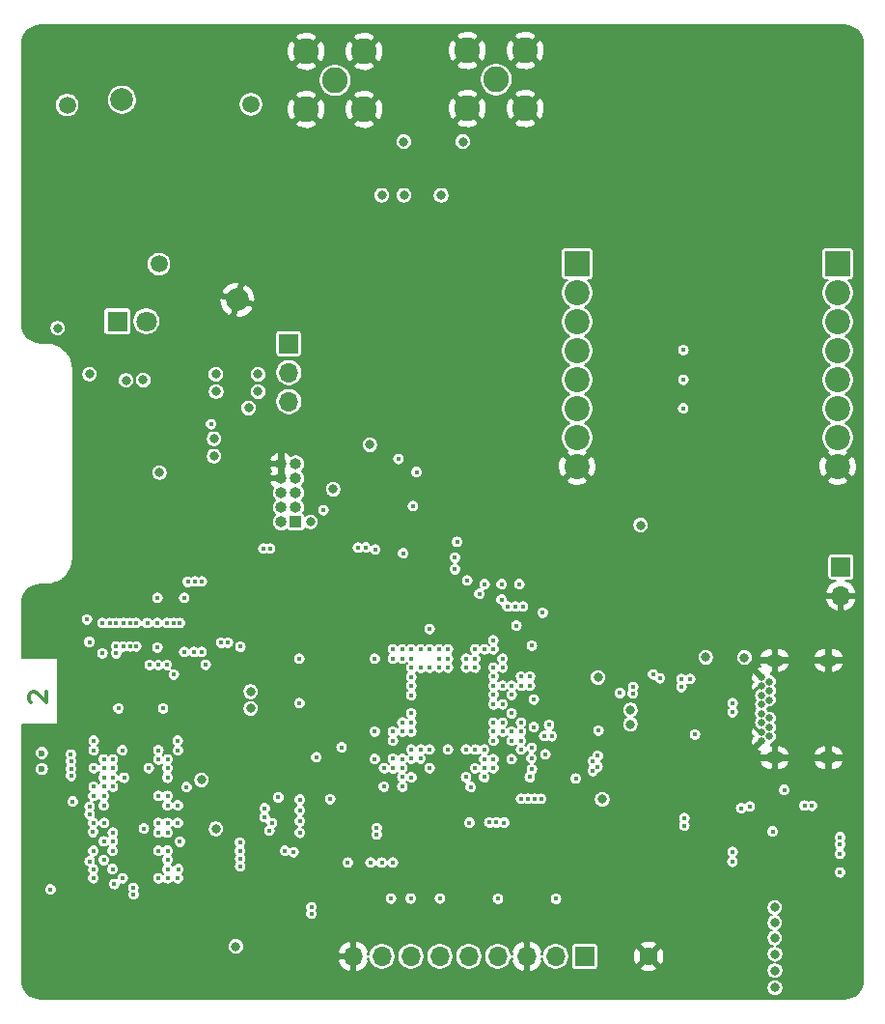
<source format=gbr>
G04 #@! TF.GenerationSoftware,KiCad,Pcbnew,(5.1.5-0-10_14)*
G04 #@! TF.CreationDate,2021-01-28T08:30:45+01:00*
G04 #@! TF.ProjectId,BEASTH7_01,42454153-5448-4375-9f30-312e6b696361,rev?*
G04 #@! TF.SameCoordinates,Original*
G04 #@! TF.FileFunction,Copper,L2,Inr*
G04 #@! TF.FilePolarity,Positive*
%FSLAX46Y46*%
G04 Gerber Fmt 4.6, Leading zero omitted, Abs format (unit mm)*
G04 Created by KiCad (PCBNEW (5.1.5-0-10_14)) date 2021-01-28 08:30:45*
%MOMM*%
%LPD*%
G04 APERTURE LIST*
%ADD10C,0.300000*%
%ADD11R,2.200000X2.200000*%
%ADD12C,2.200000*%
%ADD13C,0.650000*%
%ADD14O,1.600000X1.000000*%
%ADD15C,2.250000*%
%ADD16C,2.000000*%
%ADD17C,1.500000*%
%ADD18R,1.700000X1.700000*%
%ADD19O,1.700000X1.700000*%
%ADD20C,1.600000*%
%ADD21R,1.000000X1.000000*%
%ADD22O,1.000000X1.000000*%
%ADD23R,1.800000X1.800000*%
%ADD24C,1.800000*%
%ADD25C,0.450000*%
%ADD26C,0.800000*%
%ADD27C,0.600000*%
%ADD28C,0.150000*%
G04 APERTURE END LIST*
D10*
X87621428Y-130126428D02*
X87550000Y-130055000D01*
X87478571Y-129912142D01*
X87478571Y-129555000D01*
X87550000Y-129412142D01*
X87621428Y-129340714D01*
X87764285Y-129269285D01*
X87907142Y-129269285D01*
X88121428Y-129340714D01*
X88978571Y-130197857D01*
X88978571Y-129269285D01*
D11*
X158430000Y-91719400D03*
D12*
X158430000Y-94259400D03*
X158430000Y-96799400D03*
X158430000Y-99339400D03*
X158430000Y-101879400D03*
X158430000Y-104419400D03*
X158430000Y-106959400D03*
X158430000Y-109499400D03*
X135570000Y-109499400D03*
X135570000Y-106959400D03*
X135570000Y-104419400D03*
X135570000Y-101879400D03*
X135570000Y-99339400D03*
X135570000Y-96799400D03*
X135570000Y-94259400D03*
D11*
X135570000Y-91719400D03*
D13*
X151731400Y-132759200D03*
X151731400Y-133559200D03*
X152431400Y-133159200D03*
X152431400Y-132359200D03*
X151731400Y-131959200D03*
X152431400Y-131559200D03*
X151731400Y-131159200D03*
X151731400Y-130359200D03*
X152431400Y-129959200D03*
X151731400Y-129559200D03*
X152431400Y-129159200D03*
X151731400Y-128759200D03*
X152431400Y-128359200D03*
X151731400Y-127959200D03*
D14*
X152881400Y-126489200D03*
X152881400Y-135029200D03*
X157611400Y-135029200D03*
X157611400Y-126489200D03*
D15*
X111785400Y-78206600D03*
X111785400Y-73126600D03*
X116865400Y-73126600D03*
X116865400Y-78206600D03*
X114325400Y-75666600D03*
X125920000Y-78130400D03*
X125920000Y-73050400D03*
X131000000Y-73050400D03*
X131000000Y-78130400D03*
X128460000Y-75590400D03*
D16*
X95628200Y-77353848D03*
X105753200Y-94890862D03*
D17*
X106942044Y-77750000D03*
X90817688Y-77821797D03*
X98867688Y-91764806D03*
D18*
X136215120Y-152435560D03*
D19*
X133675120Y-152435560D03*
X131135120Y-152435560D03*
X128595120Y-152435560D03*
X126055120Y-152435560D03*
X123515120Y-152435560D03*
X120975120Y-152435560D03*
X118435120Y-152435560D03*
X115895120Y-152435560D03*
D20*
X141833600Y-152425400D03*
D18*
X158699200Y-118287800D03*
D19*
X158699200Y-120827800D03*
D21*
X110871000Y-114350800D03*
D22*
X109601000Y-114350800D03*
X110871000Y-113080800D03*
X109601000Y-113080800D03*
X110871000Y-111810800D03*
X109601000Y-111810800D03*
X110871000Y-110540800D03*
X109601000Y-110540800D03*
X110871000Y-109270800D03*
X109601000Y-109270800D03*
D23*
X95224600Y-96774000D03*
D24*
X97764600Y-96774000D03*
D18*
X110261400Y-98729800D03*
D19*
X110261400Y-101269800D03*
X110261400Y-103809800D03*
D25*
X107721400Y-123266200D03*
X105117900Y-123266200D03*
X125806200Y-125526800D03*
X129006600Y-125526800D03*
X129819400Y-130352800D03*
X125780800Y-131902200D03*
X125780800Y-131140200D03*
X124993400Y-131902200D03*
X123418600Y-135940800D03*
X123418600Y-131902200D03*
X119405400Y-129540000D03*
X119405400Y-128727200D03*
X119405400Y-127939800D03*
X123418600Y-130352800D03*
X123418600Y-129540000D03*
X125806200Y-129540000D03*
X124206000Y-131140200D03*
X124231400Y-129540000D03*
X123418600Y-131140200D03*
X124206000Y-131902200D03*
X125780800Y-132740400D03*
X125806200Y-130352800D03*
X124104400Y-128346200D03*
X124993400Y-129514600D03*
X123418600Y-132791200D03*
X127406400Y-127127000D03*
X117754400Y-123875800D03*
X115697000Y-125806200D03*
X118618000Y-130352800D03*
X118618000Y-131953000D03*
X117017800Y-131699000D03*
X113334800Y-133045200D03*
X117805200Y-137566400D03*
X131394200Y-137515600D03*
X129819400Y-135940800D03*
X94030800Y-134366000D03*
X93141800Y-136779000D03*
X94030800Y-144780000D03*
X97967800Y-134366000D03*
X100533200Y-135940800D03*
X98806000Y-136779000D03*
X100533200Y-141579600D03*
X100533200Y-143179800D03*
X97866200Y-144780000D03*
X103098600Y-144576800D03*
X104521000Y-144576800D03*
X132715000Y-130835400D03*
X128828800Y-114198400D03*
X124206000Y-108915200D03*
X146100800Y-128422400D03*
X151434800Y-136118600D03*
X159867600Y-123393200D03*
X149936200Y-120853200D03*
X148564600Y-122580400D03*
X137845800Y-119888000D03*
X136550400Y-121234200D03*
X145465800Y-126746000D03*
X131394200Y-123952000D03*
X136194800Y-138582400D03*
X136398000Y-140309600D03*
X126111000Y-144195800D03*
X134264400Y-124129800D03*
X138963400Y-125704600D03*
D26*
X159258000Y-154051000D03*
X159715200Y-147218400D03*
X158140400Y-147193000D03*
X145110200Y-153974800D03*
X146634200Y-154000200D03*
D25*
X96037400Y-151892000D03*
X139014200Y-130606800D03*
X122224800Y-148412200D03*
X119684800Y-148463000D03*
X124790200Y-148412200D03*
X129844800Y-148412200D03*
X134924800Y-148412200D03*
X135331200Y-124129800D03*
D26*
X94488000Y-116789200D03*
X102514400Y-113055400D03*
X102539800Y-105562400D03*
X87884000Y-97409000D03*
X106553000Y-110490000D03*
X123621800Y-81026000D03*
X118440200Y-81026000D03*
D25*
X114147600Y-127762000D03*
X111353600Y-125577600D03*
X98247200Y-128244600D03*
X93573600Y-128244600D03*
X106603800Y-153695400D03*
X98653600Y-153695400D03*
X87807800Y-132969000D03*
X87807800Y-137769600D03*
X87782400Y-140131800D03*
X145669000Y-120624600D03*
X137795000Y-141084300D03*
X134683500Y-134962900D03*
X132689600Y-126695200D03*
X93116400Y-142392400D03*
X103860600Y-133667500D03*
X157175200Y-139268200D03*
X131597400Y-126733300D03*
X121031000Y-135966200D03*
D26*
X89662000Y-73660000D03*
X96774000Y-73660000D03*
X103378000Y-73660000D03*
X96774000Y-81026000D03*
X89662000Y-81026000D03*
X96774000Y-86868000D03*
X89662000Y-86868000D03*
X103378000Y-86868000D03*
X109982000Y-81026000D03*
X117348000Y-93218000D03*
X123698000Y-93218000D03*
X117348000Y-99060000D03*
X123698000Y-99060000D03*
X129286000Y-104140000D03*
X129286000Y-93218000D03*
X129286000Y-99060000D03*
X129286000Y-86868000D03*
X135128000Y-81026000D03*
X141224000Y-81026000D03*
X147066000Y-81026000D03*
X141224000Y-86868000D03*
X153670000Y-81026000D03*
X159512000Y-81026000D03*
X153670000Y-86868000D03*
X135128000Y-73660000D03*
X141224000Y-73660000D03*
X147066000Y-73660000D03*
X153670000Y-73660000D03*
X159512000Y-73660000D03*
X141224000Y-93218000D03*
X147066000Y-93218000D03*
X147066000Y-99060000D03*
X153670000Y-99060000D03*
X147066000Y-113538000D03*
X153670000Y-113538000D03*
X88646000Y-121158000D03*
X88646000Y-124460000D03*
X88646000Y-150114000D03*
X88646000Y-152400000D03*
X88646000Y-154940000D03*
X91440000Y-154940000D03*
X94234000Y-154940000D03*
X97028000Y-154940000D03*
X91440000Y-152400000D03*
X157480000Y-129794000D03*
X157480000Y-132080000D03*
X154178000Y-129032000D03*
D25*
X99910900Y-121005600D03*
X97040700Y-119672100D03*
X100304600Y-119672100D03*
X98679000Y-119672100D03*
X96189800Y-120916700D03*
X97586800Y-120916700D03*
X114096800Y-120484900D03*
X115112800Y-121450100D03*
X87782400Y-146596100D03*
X129819400Y-135153400D03*
X131597400Y-136042400D03*
D26*
X146837400Y-126212600D03*
X150241000Y-126238000D03*
D25*
X132384800Y-138633200D03*
X131757483Y-129933800D03*
X93141800Y-135940800D03*
D27*
X88595200Y-136017000D03*
X88595200Y-134620000D03*
D25*
X94818200Y-136779000D03*
X93116400Y-143179800D03*
X94792800Y-144780000D03*
X95656400Y-134366000D03*
X95681800Y-145592800D03*
X99618800Y-144780000D03*
X99237800Y-130708400D03*
X98831400Y-134366000D03*
X100711000Y-142392400D03*
X94957900Y-146088100D03*
X93091000Y-141541500D03*
X95313500Y-130708400D03*
D26*
X102603300Y-136969500D03*
X103873300Y-141262100D03*
D25*
X89357300Y-146558100D03*
X149936200Y-139446000D03*
X153720800Y-137845800D03*
X128219200Y-127914400D03*
X128219200Y-128727200D03*
X128219200Y-129514600D03*
X128219200Y-131953000D03*
X128219200Y-132740400D03*
X128219200Y-133527800D03*
X127406400Y-134315200D03*
X122605800Y-134315200D03*
X121005600Y-132740400D03*
X121005600Y-131927600D03*
X124231400Y-134315200D03*
X121005600Y-131140200D03*
X121005600Y-129540000D03*
X121005600Y-128727200D03*
X121005600Y-127939800D03*
X121818400Y-127152400D03*
X122605800Y-127127000D03*
X123418600Y-127127000D03*
X126619000Y-127127000D03*
X125806200Y-127127000D03*
X117805200Y-126339600D03*
X117805200Y-132740400D03*
X131394200Y-136728200D03*
X135432800Y-136855200D03*
D26*
X137388600Y-127990600D03*
X137756900Y-138658600D03*
D25*
X124841000Y-118516400D03*
X118618000Y-135940800D03*
X112674400Y-134975600D03*
X133083300Y-132156200D03*
X130619500Y-133527800D03*
X121818400Y-125526800D03*
X121005600Y-127139700D03*
X126606300Y-135953500D03*
X121018300Y-134315200D03*
X121018300Y-136740900D03*
X131419600Y-128727200D03*
X122605800Y-123748800D03*
X124841000Y-117500400D03*
X117805200Y-135128000D03*
X114884200Y-134112000D03*
X126212600Y-137591800D03*
X122605800Y-135940800D03*
X130632200Y-132740400D03*
X137439400Y-132651500D03*
X131419600Y-127914400D03*
X121462800Y-109982000D03*
D26*
X152900000Y-148132800D03*
X152900000Y-149479000D03*
X152900000Y-150825200D03*
X152908000Y-152247600D03*
X152908000Y-153695400D03*
D25*
X139319000Y-129362200D03*
D26*
X114147600Y-111480600D03*
X105613200Y-151561800D03*
X141122400Y-114642900D03*
X106921300Y-130708400D03*
X106921300Y-129235200D03*
X140220700Y-130848100D03*
X140220700Y-132105400D03*
X152908000Y-155168600D03*
D25*
X145897600Y-132994400D03*
X128193800Y-124739400D03*
X126974600Y-120650000D03*
D26*
X106730800Y-104368600D03*
D25*
X108623100Y-116700300D03*
D26*
X92786200Y-101396800D03*
D25*
X149199600Y-131038600D03*
X156159200Y-139242800D03*
X149199600Y-130251200D03*
X155498800Y-139217400D03*
D26*
X120370600Y-85725000D03*
D25*
X144957800Y-140309600D03*
X108026200Y-116700300D03*
X144957800Y-140970000D03*
D26*
X112166400Y-114350800D03*
X107569000Y-102946200D03*
X117373400Y-107594400D03*
D25*
X113296700Y-113334800D03*
D26*
X103708200Y-107061000D03*
X103708200Y-108585000D03*
D25*
X127406400Y-136728200D03*
X142214600Y-127723900D03*
X142811500Y-128054100D03*
X130225800Y-123444000D03*
X140487400Y-128828800D03*
X140436600Y-129400300D03*
X131597400Y-125209300D03*
X144703800Y-128841500D03*
X120218200Y-136728200D03*
X133705600Y-147396200D03*
X118592600Y-137566400D03*
X128595120Y-147391120D03*
X119418100Y-135953500D03*
X127406400Y-135940800D03*
X123520200Y-147370800D03*
X120954800Y-147370800D03*
X125806200Y-136728200D03*
X120218200Y-137566400D03*
X119227600Y-147370800D03*
X127406400Y-125526800D03*
X121005600Y-135102600D03*
X93141800Y-133527800D03*
X94030800Y-135178800D03*
X104317800Y-124942600D03*
X121818400Y-134315200D03*
X100507800Y-133527800D03*
X99593400Y-123215400D03*
X99542600Y-126898400D03*
X98831400Y-135178800D03*
X100711000Y-123215400D03*
X100177600Y-127736600D03*
X100152200Y-123215400D03*
X98806000Y-126898400D03*
X119405400Y-126339600D03*
X94818200Y-135178800D03*
X93141800Y-134366000D03*
X91160600Y-135356600D03*
X94030800Y-135940800D03*
X91147900Y-134759700D03*
X94818200Y-135940800D03*
X95123000Y-123215400D03*
X95123000Y-125272800D03*
X124231400Y-126339600D03*
X124231400Y-127127000D03*
X94030800Y-136779000D03*
X91160600Y-135991600D03*
X99618800Y-136779000D03*
X96875600Y-125272800D03*
X96875600Y-123215400D03*
X123418600Y-126339600D03*
X123418600Y-125526800D03*
X97967800Y-135940800D03*
X96316800Y-125272800D03*
X96316800Y-123215400D03*
X98717100Y-123215400D03*
X99618800Y-135940800D03*
X98729800Y-125374400D03*
X116992400Y-116586000D03*
X98729800Y-121005600D03*
X100533200Y-134366000D03*
X101092000Y-125755400D03*
X116332000Y-116611400D03*
X101092000Y-121005600D03*
X97840800Y-123215400D03*
X99618800Y-135178800D03*
X98069400Y-126898400D03*
X122605800Y-125526800D03*
X129006600Y-132740400D03*
X94056200Y-140741400D03*
X93116400Y-140766800D03*
X129819400Y-132740400D03*
X131216400Y-138633200D03*
X131800600Y-138633200D03*
X131749800Y-132334000D03*
X94818200Y-141579600D03*
X98831400Y-141579600D03*
X108559600Y-141427200D03*
X117424200Y-144208500D03*
X129006600Y-131953000D03*
X128219200Y-130352800D03*
X100533200Y-140741400D03*
X108788200Y-140766800D03*
X115443000Y-144221200D03*
X99618800Y-140741400D03*
X108127800Y-140233400D03*
X118414800Y-144208500D03*
X129006600Y-130352800D03*
X93116400Y-138379200D03*
X91313000Y-138861800D03*
X126619000Y-125526800D03*
X102641400Y-119583200D03*
X102971600Y-126873000D03*
X100533200Y-139192000D03*
X102031800Y-119583200D03*
X102616000Y-125755400D03*
X126619000Y-126339600D03*
X125806200Y-126339600D03*
X99618800Y-139192000D03*
X101396800Y-119608600D03*
X101955600Y-125755400D03*
X98831400Y-138379200D03*
X94538800Y-123215400D03*
X95123000Y-125882400D03*
X124231400Y-125526800D03*
X121818400Y-135102600D03*
X112242600Y-148132800D03*
X117983000Y-141198600D03*
X117983000Y-141757400D03*
X112242600Y-148691600D03*
X111201200Y-130251200D03*
X94818200Y-137566400D03*
X94030800Y-137566400D03*
X93903800Y-125882400D03*
X92557600Y-122910600D03*
X120218200Y-131927600D03*
X120218200Y-132740400D03*
X94030800Y-138379200D03*
X91160600Y-136626600D03*
X94030800Y-142341600D03*
X92798900Y-139992100D03*
X119405400Y-133527800D03*
X127406400Y-135153400D03*
X94792800Y-143179800D03*
X92798900Y-144106900D03*
X94818200Y-142341600D03*
X129006600Y-126339600D03*
X93116400Y-144780000D03*
X111175800Y-126339600D03*
X96621600Y-146431000D03*
X94030800Y-143992600D03*
X121005600Y-125526800D03*
X93116400Y-145592800D03*
X96634300Y-146989800D03*
X121005600Y-126339600D03*
X120218200Y-126339600D03*
X120218200Y-125526800D03*
X158623000Y-142646400D03*
X149199600Y-143281400D03*
X158623000Y-141986000D03*
X149174200Y-144145000D03*
X120294400Y-117094000D03*
X117830600Y-116789200D03*
X93903800Y-123215400D03*
X92760800Y-124879100D03*
X92786200Y-139319000D03*
X106019600Y-125298200D03*
X94030800Y-139192000D03*
X104927400Y-124942600D03*
X125806200Y-134315200D03*
X126111000Y-140716000D03*
X126619000Y-134315200D03*
X129159000Y-140716000D03*
X99618800Y-145592800D03*
X111226600Y-139649200D03*
X111226600Y-141605000D03*
X98831400Y-145592800D03*
X111226600Y-140614400D03*
X100533200Y-145592800D03*
X99618800Y-143992600D03*
X111226600Y-138684000D03*
X120218200Y-135940800D03*
X113893600Y-138658600D03*
X100558600Y-144780000D03*
X105994200Y-143916400D03*
X99618800Y-143179800D03*
X105968800Y-143179800D03*
X130632200Y-134315200D03*
X98831400Y-143179800D03*
X105994200Y-144551400D03*
X105968800Y-142468600D03*
X119405400Y-144208500D03*
X99618800Y-141579600D03*
X129819400Y-133527800D03*
X130632200Y-138633200D03*
X137363200Y-134861300D03*
X132676900Y-133121400D03*
X136944100Y-135343900D03*
X130632200Y-131953000D03*
X131572000Y-134162800D03*
X137350500Y-135801100D03*
X129819400Y-131140200D03*
X131546600Y-135077200D03*
X136944100Y-136182100D03*
X132765800Y-134734300D03*
X119405400Y-132740400D03*
X125018800Y-116103400D03*
X119405400Y-125526800D03*
X130479800Y-119811800D03*
X129006600Y-128727200D03*
X125907800Y-119494300D03*
X129819400Y-129514600D03*
X127431800Y-119811800D03*
X128930400Y-119811800D03*
X128930400Y-121158000D03*
X152704800Y-141478000D03*
X150698200Y-139293600D03*
D26*
X89992200Y-97383600D03*
X98907600Y-110032800D03*
D25*
X158623000Y-145084800D03*
X103441500Y-105803700D03*
D26*
X95986600Y-101955600D03*
X103886000Y-102920800D03*
D25*
X158623000Y-143459200D03*
D26*
X107569000Y-101422200D03*
X97485200Y-101930200D03*
X103860600Y-101422200D03*
D25*
X108153200Y-139446000D03*
X98831400Y-140741400D03*
X109931200Y-143179800D03*
X97548700Y-141224000D03*
X109347000Y-138506200D03*
X101295200Y-137591800D03*
X93141800Y-137566400D03*
X110667800Y-143306800D03*
X95808800Y-136779000D03*
X128219200Y-135940800D03*
X127838200Y-140703300D03*
X145465800Y-128117600D03*
X128219200Y-135153400D03*
X128485900Y-140703300D03*
X144716500Y-128117600D03*
X130632200Y-128727200D03*
D26*
X118414800Y-85725000D03*
X120345200Y-81026000D03*
D25*
X130632200Y-127914400D03*
D26*
X125526800Y-81026000D03*
X123621800Y-85725000D03*
D25*
X129819400Y-128727200D03*
X129006600Y-127127000D03*
X128219200Y-127127000D03*
X130810000Y-121767600D03*
X144881600Y-101904800D03*
X128219200Y-125526800D03*
X144868900Y-104406700D03*
X130124200Y-121767600D03*
X144881600Y-99301300D03*
X129438400Y-121767600D03*
X132537200Y-122326400D03*
X99618800Y-138379200D03*
X95732600Y-125272800D03*
X95732600Y-123215400D03*
X120218200Y-135128000D03*
X121158000Y-112979200D03*
X119875300Y-108839000D03*
X119405400Y-135115300D03*
X133324600Y-133146800D03*
D28*
G36*
X159320162Y-70883071D02*
G01*
X159628130Y-70976052D01*
X159912169Y-71127079D01*
X160161464Y-71330400D01*
X160366521Y-71578271D01*
X160519527Y-71861250D01*
X160614654Y-72168560D01*
X160650000Y-72504849D01*
X160650001Y-154482868D01*
X160616929Y-154820164D01*
X160523949Y-155128126D01*
X160372924Y-155412164D01*
X160169602Y-155661462D01*
X159921729Y-155866521D01*
X159638750Y-156019527D01*
X159331445Y-156114654D01*
X158995151Y-156150000D01*
X88517122Y-156150000D01*
X88179836Y-156116929D01*
X87871874Y-156023949D01*
X87587836Y-155872924D01*
X87338538Y-155669602D01*
X87133479Y-155421729D01*
X86980473Y-155138750D01*
X86967610Y-155097194D01*
X152183000Y-155097194D01*
X152183000Y-155240006D01*
X152210861Y-155380075D01*
X152265513Y-155512016D01*
X152344856Y-155630761D01*
X152445839Y-155731744D01*
X152564584Y-155811087D01*
X152696525Y-155865739D01*
X152836594Y-155893600D01*
X152979406Y-155893600D01*
X153119475Y-155865739D01*
X153251416Y-155811087D01*
X153370161Y-155731744D01*
X153471144Y-155630761D01*
X153550487Y-155512016D01*
X153605139Y-155380075D01*
X153633000Y-155240006D01*
X153633000Y-155097194D01*
X153605139Y-154957125D01*
X153550487Y-154825184D01*
X153471144Y-154706439D01*
X153370161Y-154605456D01*
X153251416Y-154526113D01*
X153119475Y-154471461D01*
X152979406Y-154443600D01*
X152836594Y-154443600D01*
X152696525Y-154471461D01*
X152564584Y-154526113D01*
X152445839Y-154605456D01*
X152344856Y-154706439D01*
X152265513Y-154825184D01*
X152210861Y-154957125D01*
X152183000Y-155097194D01*
X86967610Y-155097194D01*
X86885346Y-154831445D01*
X86850000Y-154495151D01*
X86850000Y-152834772D01*
X114518843Y-152834772D01*
X114623170Y-153095600D01*
X114776378Y-153331063D01*
X114972578Y-153532112D01*
X115204231Y-153691021D01*
X115462435Y-153801683D01*
X115495909Y-153811830D01*
X115716120Y-153710304D01*
X115716120Y-152614560D01*
X114619087Y-152614560D01*
X114518843Y-152834772D01*
X86850000Y-152834772D01*
X86850000Y-151490394D01*
X104888200Y-151490394D01*
X104888200Y-151633206D01*
X104916061Y-151773275D01*
X104970713Y-151905216D01*
X105050056Y-152023961D01*
X105151039Y-152124944D01*
X105269784Y-152204287D01*
X105401725Y-152258939D01*
X105541794Y-152286800D01*
X105684606Y-152286800D01*
X105824675Y-152258939D01*
X105956616Y-152204287D01*
X106075361Y-152124944D01*
X106163957Y-152036348D01*
X114518843Y-152036348D01*
X114619087Y-152256560D01*
X115716120Y-152256560D01*
X115716120Y-151160816D01*
X116074120Y-151160816D01*
X116074120Y-152256560D01*
X116094120Y-152256560D01*
X116094120Y-152614560D01*
X116074120Y-152614560D01*
X116074120Y-153710304D01*
X116294331Y-153811830D01*
X116327805Y-153801683D01*
X116586009Y-153691021D01*
X116817662Y-153532112D01*
X117013862Y-153331063D01*
X117167070Y-153095600D01*
X117271397Y-152834772D01*
X117171154Y-152614562D01*
X117272706Y-152614562D01*
X117305275Y-152778295D01*
X117393849Y-152992131D01*
X117522438Y-153184579D01*
X117686101Y-153348242D01*
X117878549Y-153476831D01*
X118092385Y-153565405D01*
X118319393Y-153610560D01*
X118550847Y-153610560D01*
X118777855Y-153565405D01*
X118991691Y-153476831D01*
X119184139Y-153348242D01*
X119347802Y-153184579D01*
X119476391Y-152992131D01*
X119564965Y-152778295D01*
X119610120Y-152551287D01*
X119610120Y-152319833D01*
X119800120Y-152319833D01*
X119800120Y-152551287D01*
X119845275Y-152778295D01*
X119933849Y-152992131D01*
X120062438Y-153184579D01*
X120226101Y-153348242D01*
X120418549Y-153476831D01*
X120632385Y-153565405D01*
X120859393Y-153610560D01*
X121090847Y-153610560D01*
X121317855Y-153565405D01*
X121531691Y-153476831D01*
X121724139Y-153348242D01*
X121887802Y-153184579D01*
X122016391Y-152992131D01*
X122104965Y-152778295D01*
X122150120Y-152551287D01*
X122150120Y-152319833D01*
X122340120Y-152319833D01*
X122340120Y-152551287D01*
X122385275Y-152778295D01*
X122473849Y-152992131D01*
X122602438Y-153184579D01*
X122766101Y-153348242D01*
X122958549Y-153476831D01*
X123172385Y-153565405D01*
X123399393Y-153610560D01*
X123630847Y-153610560D01*
X123857855Y-153565405D01*
X124071691Y-153476831D01*
X124264139Y-153348242D01*
X124427802Y-153184579D01*
X124556391Y-152992131D01*
X124644965Y-152778295D01*
X124690120Y-152551287D01*
X124690120Y-152319833D01*
X124880120Y-152319833D01*
X124880120Y-152551287D01*
X124925275Y-152778295D01*
X125013849Y-152992131D01*
X125142438Y-153184579D01*
X125306101Y-153348242D01*
X125498549Y-153476831D01*
X125712385Y-153565405D01*
X125939393Y-153610560D01*
X126170847Y-153610560D01*
X126397855Y-153565405D01*
X126611691Y-153476831D01*
X126804139Y-153348242D01*
X126967802Y-153184579D01*
X127096391Y-152992131D01*
X127184965Y-152778295D01*
X127230120Y-152551287D01*
X127230120Y-152319833D01*
X127420120Y-152319833D01*
X127420120Y-152551287D01*
X127465275Y-152778295D01*
X127553849Y-152992131D01*
X127682438Y-153184579D01*
X127846101Y-153348242D01*
X128038549Y-153476831D01*
X128252385Y-153565405D01*
X128479393Y-153610560D01*
X128710847Y-153610560D01*
X128937855Y-153565405D01*
X129151691Y-153476831D01*
X129344139Y-153348242D01*
X129507802Y-153184579D01*
X129636391Y-152992131D01*
X129724965Y-152778295D01*
X129757534Y-152614562D01*
X129859086Y-152614562D01*
X129758843Y-152834772D01*
X129863170Y-153095600D01*
X130016378Y-153331063D01*
X130212578Y-153532112D01*
X130444231Y-153691021D01*
X130702435Y-153801683D01*
X130735909Y-153811830D01*
X130956120Y-153710304D01*
X130956120Y-152614560D01*
X130936120Y-152614560D01*
X130936120Y-152256560D01*
X130956120Y-152256560D01*
X130956120Y-151160816D01*
X131314120Y-151160816D01*
X131314120Y-152256560D01*
X131334120Y-152256560D01*
X131334120Y-152614560D01*
X131314120Y-152614560D01*
X131314120Y-153710304D01*
X131534331Y-153811830D01*
X131567805Y-153801683D01*
X131826009Y-153691021D01*
X132057662Y-153532112D01*
X132253862Y-153331063D01*
X132407070Y-153095600D01*
X132511397Y-152834772D01*
X132411154Y-152614562D01*
X132512706Y-152614562D01*
X132545275Y-152778295D01*
X132633849Y-152992131D01*
X132762438Y-153184579D01*
X132926101Y-153348242D01*
X133118549Y-153476831D01*
X133332385Y-153565405D01*
X133559393Y-153610560D01*
X133790847Y-153610560D01*
X134017855Y-153565405D01*
X134231691Y-153476831D01*
X134424139Y-153348242D01*
X134587802Y-153184579D01*
X134716391Y-152992131D01*
X134804965Y-152778295D01*
X134850120Y-152551287D01*
X134850120Y-152319833D01*
X134804965Y-152092825D01*
X134716391Y-151878989D01*
X134587802Y-151686541D01*
X134486821Y-151585560D01*
X135038548Y-151585560D01*
X135038548Y-153285560D01*
X135044823Y-153349271D01*
X135063407Y-153410534D01*
X135093585Y-153466994D01*
X135134199Y-153516481D01*
X135183686Y-153557095D01*
X135240146Y-153587273D01*
X135301409Y-153605857D01*
X135365120Y-153612132D01*
X137065120Y-153612132D01*
X137128831Y-153605857D01*
X137190094Y-153587273D01*
X137246554Y-153557095D01*
X137296041Y-153516481D01*
X137336655Y-153466994D01*
X137360480Y-153422418D01*
X141089726Y-153422418D01*
X141168378Y-153645533D01*
X141419197Y-153751867D01*
X141685940Y-153807225D01*
X141958358Y-153809481D01*
X142225981Y-153758547D01*
X142478526Y-153656382D01*
X142498822Y-153645533D01*
X142577474Y-153422418D01*
X141833600Y-152678544D01*
X141089726Y-153422418D01*
X137360480Y-153422418D01*
X137366833Y-153410534D01*
X137385417Y-153349271D01*
X137391692Y-153285560D01*
X137391692Y-152550158D01*
X140449519Y-152550158D01*
X140500453Y-152817781D01*
X140602618Y-153070326D01*
X140613467Y-153090622D01*
X140836582Y-153169274D01*
X141580456Y-152425400D01*
X142086744Y-152425400D01*
X142830618Y-153169274D01*
X143053733Y-153090622D01*
X143160067Y-152839803D01*
X143215425Y-152573060D01*
X143217681Y-152300642D01*
X143166747Y-152033019D01*
X143064582Y-151780474D01*
X143053733Y-151760178D01*
X142830618Y-151681526D01*
X142086744Y-152425400D01*
X141580456Y-152425400D01*
X140836582Y-151681526D01*
X140613467Y-151760178D01*
X140507133Y-152010997D01*
X140451775Y-152277740D01*
X140449519Y-152550158D01*
X137391692Y-152550158D01*
X137391692Y-151585560D01*
X137385417Y-151521849D01*
X137366833Y-151460586D01*
X137349620Y-151428382D01*
X141089726Y-151428382D01*
X141833600Y-152172256D01*
X142577474Y-151428382D01*
X142498822Y-151205267D01*
X142248003Y-151098933D01*
X141981260Y-151043575D01*
X141708842Y-151041319D01*
X141441219Y-151092253D01*
X141188674Y-151194418D01*
X141168378Y-151205267D01*
X141089726Y-151428382D01*
X137349620Y-151428382D01*
X137336655Y-151404126D01*
X137296041Y-151354639D01*
X137246554Y-151314025D01*
X137190094Y-151283847D01*
X137128831Y-151265263D01*
X137065120Y-151258988D01*
X135365120Y-151258988D01*
X135301409Y-151265263D01*
X135240146Y-151283847D01*
X135183686Y-151314025D01*
X135134199Y-151354639D01*
X135093585Y-151404126D01*
X135063407Y-151460586D01*
X135044823Y-151521849D01*
X135038548Y-151585560D01*
X134486821Y-151585560D01*
X134424139Y-151522878D01*
X134231691Y-151394289D01*
X134017855Y-151305715D01*
X133790847Y-151260560D01*
X133559393Y-151260560D01*
X133332385Y-151305715D01*
X133118549Y-151394289D01*
X132926101Y-151522878D01*
X132762438Y-151686541D01*
X132633849Y-151878989D01*
X132545275Y-152092825D01*
X132512706Y-152256558D01*
X132411154Y-152256558D01*
X132511397Y-152036348D01*
X132407070Y-151775520D01*
X132253862Y-151540057D01*
X132057662Y-151339008D01*
X131826009Y-151180099D01*
X131567805Y-151069437D01*
X131534331Y-151059290D01*
X131314120Y-151160816D01*
X130956120Y-151160816D01*
X130735909Y-151059290D01*
X130702435Y-151069437D01*
X130444231Y-151180099D01*
X130212578Y-151339008D01*
X130016378Y-151540057D01*
X129863170Y-151775520D01*
X129758843Y-152036348D01*
X129859086Y-152256558D01*
X129757534Y-152256558D01*
X129724965Y-152092825D01*
X129636391Y-151878989D01*
X129507802Y-151686541D01*
X129344139Y-151522878D01*
X129151691Y-151394289D01*
X128937855Y-151305715D01*
X128710847Y-151260560D01*
X128479393Y-151260560D01*
X128252385Y-151305715D01*
X128038549Y-151394289D01*
X127846101Y-151522878D01*
X127682438Y-151686541D01*
X127553849Y-151878989D01*
X127465275Y-152092825D01*
X127420120Y-152319833D01*
X127230120Y-152319833D01*
X127184965Y-152092825D01*
X127096391Y-151878989D01*
X126967802Y-151686541D01*
X126804139Y-151522878D01*
X126611691Y-151394289D01*
X126397855Y-151305715D01*
X126170847Y-151260560D01*
X125939393Y-151260560D01*
X125712385Y-151305715D01*
X125498549Y-151394289D01*
X125306101Y-151522878D01*
X125142438Y-151686541D01*
X125013849Y-151878989D01*
X124925275Y-152092825D01*
X124880120Y-152319833D01*
X124690120Y-152319833D01*
X124644965Y-152092825D01*
X124556391Y-151878989D01*
X124427802Y-151686541D01*
X124264139Y-151522878D01*
X124071691Y-151394289D01*
X123857855Y-151305715D01*
X123630847Y-151260560D01*
X123399393Y-151260560D01*
X123172385Y-151305715D01*
X122958549Y-151394289D01*
X122766101Y-151522878D01*
X122602438Y-151686541D01*
X122473849Y-151878989D01*
X122385275Y-152092825D01*
X122340120Y-152319833D01*
X122150120Y-152319833D01*
X122104965Y-152092825D01*
X122016391Y-151878989D01*
X121887802Y-151686541D01*
X121724139Y-151522878D01*
X121531691Y-151394289D01*
X121317855Y-151305715D01*
X121090847Y-151260560D01*
X120859393Y-151260560D01*
X120632385Y-151305715D01*
X120418549Y-151394289D01*
X120226101Y-151522878D01*
X120062438Y-151686541D01*
X119933849Y-151878989D01*
X119845275Y-152092825D01*
X119800120Y-152319833D01*
X119610120Y-152319833D01*
X119564965Y-152092825D01*
X119476391Y-151878989D01*
X119347802Y-151686541D01*
X119184139Y-151522878D01*
X118991691Y-151394289D01*
X118777855Y-151305715D01*
X118550847Y-151260560D01*
X118319393Y-151260560D01*
X118092385Y-151305715D01*
X117878549Y-151394289D01*
X117686101Y-151522878D01*
X117522438Y-151686541D01*
X117393849Y-151878989D01*
X117305275Y-152092825D01*
X117272706Y-152256558D01*
X117171154Y-152256558D01*
X117271397Y-152036348D01*
X117167070Y-151775520D01*
X117013862Y-151540057D01*
X116817662Y-151339008D01*
X116586009Y-151180099D01*
X116327805Y-151069437D01*
X116294331Y-151059290D01*
X116074120Y-151160816D01*
X115716120Y-151160816D01*
X115495909Y-151059290D01*
X115462435Y-151069437D01*
X115204231Y-151180099D01*
X114972578Y-151339008D01*
X114776378Y-151540057D01*
X114623170Y-151775520D01*
X114518843Y-152036348D01*
X106163957Y-152036348D01*
X106176344Y-152023961D01*
X106255687Y-151905216D01*
X106310339Y-151773275D01*
X106338200Y-151633206D01*
X106338200Y-151490394D01*
X106310339Y-151350325D01*
X106255687Y-151218384D01*
X106176344Y-151099639D01*
X106075361Y-150998656D01*
X105956616Y-150919313D01*
X105824675Y-150864661D01*
X105684606Y-150836800D01*
X105541794Y-150836800D01*
X105401725Y-150864661D01*
X105269784Y-150919313D01*
X105151039Y-150998656D01*
X105050056Y-151099639D01*
X104970713Y-151218384D01*
X104916061Y-151350325D01*
X104888200Y-151490394D01*
X86850000Y-151490394D01*
X86850000Y-148078630D01*
X111692600Y-148078630D01*
X111692600Y-148186970D01*
X111713736Y-148293229D01*
X111755197Y-148393323D01*
X111767810Y-148412200D01*
X111755197Y-148431077D01*
X111713736Y-148531171D01*
X111692600Y-148637430D01*
X111692600Y-148745770D01*
X111713736Y-148852029D01*
X111755197Y-148952123D01*
X111815387Y-149042204D01*
X111891996Y-149118813D01*
X111982077Y-149179003D01*
X112082171Y-149220464D01*
X112188430Y-149241600D01*
X112296770Y-149241600D01*
X112403029Y-149220464D01*
X112503123Y-149179003D01*
X112593204Y-149118813D01*
X112669813Y-149042204D01*
X112730003Y-148952123D01*
X112771464Y-148852029D01*
X112792600Y-148745770D01*
X112792600Y-148637430D01*
X112771464Y-148531171D01*
X112730003Y-148431077D01*
X112717390Y-148412200D01*
X112730003Y-148393323D01*
X112771464Y-148293229D01*
X112792600Y-148186970D01*
X112792600Y-148078630D01*
X112789172Y-148061394D01*
X152175000Y-148061394D01*
X152175000Y-148204206D01*
X152202861Y-148344275D01*
X152257513Y-148476216D01*
X152336856Y-148594961D01*
X152437839Y-148695944D01*
X152556584Y-148775287D01*
X152630490Y-148805900D01*
X152556584Y-148836513D01*
X152437839Y-148915856D01*
X152336856Y-149016839D01*
X152257513Y-149135584D01*
X152202861Y-149267525D01*
X152175000Y-149407594D01*
X152175000Y-149550406D01*
X152202861Y-149690475D01*
X152257513Y-149822416D01*
X152336856Y-149941161D01*
X152437839Y-150042144D01*
X152556584Y-150121487D01*
X152630490Y-150152100D01*
X152556584Y-150182713D01*
X152437839Y-150262056D01*
X152336856Y-150363039D01*
X152257513Y-150481784D01*
X152202861Y-150613725D01*
X152175000Y-150753794D01*
X152175000Y-150896606D01*
X152202861Y-151036675D01*
X152257513Y-151168616D01*
X152336856Y-151287361D01*
X152437839Y-151388344D01*
X152556584Y-151467687D01*
X152688525Y-151522339D01*
X152763216Y-151537196D01*
X152696525Y-151550461D01*
X152564584Y-151605113D01*
X152445839Y-151684456D01*
X152344856Y-151785439D01*
X152265513Y-151904184D01*
X152210861Y-152036125D01*
X152183000Y-152176194D01*
X152183000Y-152319006D01*
X152210861Y-152459075D01*
X152265513Y-152591016D01*
X152344856Y-152709761D01*
X152445839Y-152810744D01*
X152564584Y-152890087D01*
X152696525Y-152944739D01*
X152831064Y-152971500D01*
X152696525Y-152998261D01*
X152564584Y-153052913D01*
X152445839Y-153132256D01*
X152344856Y-153233239D01*
X152265513Y-153351984D01*
X152210861Y-153483925D01*
X152183000Y-153623994D01*
X152183000Y-153766806D01*
X152210861Y-153906875D01*
X152265513Y-154038816D01*
X152344856Y-154157561D01*
X152445839Y-154258544D01*
X152564584Y-154337887D01*
X152696525Y-154392539D01*
X152836594Y-154420400D01*
X152979406Y-154420400D01*
X153119475Y-154392539D01*
X153251416Y-154337887D01*
X153370161Y-154258544D01*
X153471144Y-154157561D01*
X153550487Y-154038816D01*
X153605139Y-153906875D01*
X153633000Y-153766806D01*
X153633000Y-153623994D01*
X153605139Y-153483925D01*
X153550487Y-153351984D01*
X153471144Y-153233239D01*
X153370161Y-153132256D01*
X153251416Y-153052913D01*
X153119475Y-152998261D01*
X152984936Y-152971500D01*
X153119475Y-152944739D01*
X153251416Y-152890087D01*
X153370161Y-152810744D01*
X153471144Y-152709761D01*
X153550487Y-152591016D01*
X153605139Y-152459075D01*
X153633000Y-152319006D01*
X153633000Y-152176194D01*
X153605139Y-152036125D01*
X153550487Y-151904184D01*
X153471144Y-151785439D01*
X153370161Y-151684456D01*
X153251416Y-151605113D01*
X153119475Y-151550461D01*
X153044784Y-151535604D01*
X153111475Y-151522339D01*
X153243416Y-151467687D01*
X153362161Y-151388344D01*
X153463144Y-151287361D01*
X153542487Y-151168616D01*
X153597139Y-151036675D01*
X153625000Y-150896606D01*
X153625000Y-150753794D01*
X153597139Y-150613725D01*
X153542487Y-150481784D01*
X153463144Y-150363039D01*
X153362161Y-150262056D01*
X153243416Y-150182713D01*
X153169510Y-150152100D01*
X153243416Y-150121487D01*
X153362161Y-150042144D01*
X153463144Y-149941161D01*
X153542487Y-149822416D01*
X153597139Y-149690475D01*
X153625000Y-149550406D01*
X153625000Y-149407594D01*
X153597139Y-149267525D01*
X153542487Y-149135584D01*
X153463144Y-149016839D01*
X153362161Y-148915856D01*
X153243416Y-148836513D01*
X153169510Y-148805900D01*
X153243416Y-148775287D01*
X153362161Y-148695944D01*
X153463144Y-148594961D01*
X153542487Y-148476216D01*
X153597139Y-148344275D01*
X153625000Y-148204206D01*
X153625000Y-148061394D01*
X153597139Y-147921325D01*
X153542487Y-147789384D01*
X153463144Y-147670639D01*
X153362161Y-147569656D01*
X153243416Y-147490313D01*
X153111475Y-147435661D01*
X152971406Y-147407800D01*
X152828594Y-147407800D01*
X152688525Y-147435661D01*
X152556584Y-147490313D01*
X152437839Y-147569656D01*
X152336856Y-147670639D01*
X152257513Y-147789384D01*
X152202861Y-147921325D01*
X152175000Y-148061394D01*
X112789172Y-148061394D01*
X112771464Y-147972371D01*
X112730003Y-147872277D01*
X112669813Y-147782196D01*
X112593204Y-147705587D01*
X112503123Y-147645397D01*
X112403029Y-147603936D01*
X112296770Y-147582800D01*
X112188430Y-147582800D01*
X112082171Y-147603936D01*
X111982077Y-147645397D01*
X111891996Y-147705587D01*
X111815387Y-147782196D01*
X111755197Y-147872277D01*
X111713736Y-147972371D01*
X111692600Y-148078630D01*
X86850000Y-148078630D01*
X86850000Y-146503930D01*
X88807300Y-146503930D01*
X88807300Y-146612270D01*
X88828436Y-146718529D01*
X88869897Y-146818623D01*
X88930087Y-146908704D01*
X89006696Y-146985313D01*
X89096777Y-147045503D01*
X89196871Y-147086964D01*
X89303130Y-147108100D01*
X89411470Y-147108100D01*
X89517729Y-147086964D01*
X89617823Y-147045503D01*
X89707904Y-146985313D01*
X89784513Y-146908704D01*
X89844703Y-146818623D01*
X89886164Y-146718529D01*
X89907300Y-146612270D01*
X89907300Y-146503930D01*
X89886164Y-146397671D01*
X89844703Y-146297577D01*
X89784513Y-146207496D01*
X89707904Y-146130887D01*
X89617823Y-146070697D01*
X89517729Y-146029236D01*
X89411470Y-146008100D01*
X89303130Y-146008100D01*
X89196871Y-146029236D01*
X89096777Y-146070697D01*
X89006696Y-146130887D01*
X88930087Y-146207496D01*
X88869897Y-146297577D01*
X88828436Y-146397671D01*
X88807300Y-146503930D01*
X86850000Y-146503930D01*
X86850000Y-144052730D01*
X92248900Y-144052730D01*
X92248900Y-144161070D01*
X92270036Y-144267329D01*
X92311497Y-144367423D01*
X92371687Y-144457504D01*
X92448296Y-144534113D01*
X92538377Y-144594303D01*
X92589270Y-144615384D01*
X92587536Y-144619571D01*
X92566400Y-144725830D01*
X92566400Y-144834170D01*
X92587536Y-144940429D01*
X92628997Y-145040523D01*
X92689187Y-145130604D01*
X92744983Y-145186400D01*
X92689187Y-145242196D01*
X92628997Y-145332277D01*
X92587536Y-145432371D01*
X92566400Y-145538630D01*
X92566400Y-145646970D01*
X92587536Y-145753229D01*
X92628997Y-145853323D01*
X92689187Y-145943404D01*
X92765796Y-146020013D01*
X92855877Y-146080203D01*
X92955971Y-146121664D01*
X93062230Y-146142800D01*
X93170570Y-146142800D01*
X93276829Y-146121664D01*
X93376923Y-146080203D01*
X93446175Y-146033930D01*
X94407900Y-146033930D01*
X94407900Y-146142270D01*
X94429036Y-146248529D01*
X94470497Y-146348623D01*
X94530687Y-146438704D01*
X94607296Y-146515313D01*
X94697377Y-146575503D01*
X94797471Y-146616964D01*
X94903730Y-146638100D01*
X95012070Y-146638100D01*
X95118329Y-146616964D01*
X95218423Y-146575503D01*
X95308504Y-146515313D01*
X95385113Y-146438704D01*
X95426455Y-146376830D01*
X96071600Y-146376830D01*
X96071600Y-146485170D01*
X96092736Y-146591429D01*
X96134197Y-146691523D01*
X96153160Y-146719903D01*
X96146897Y-146729277D01*
X96105436Y-146829371D01*
X96084300Y-146935630D01*
X96084300Y-147043970D01*
X96105436Y-147150229D01*
X96146897Y-147250323D01*
X96207087Y-147340404D01*
X96283696Y-147417013D01*
X96373777Y-147477203D01*
X96473871Y-147518664D01*
X96580130Y-147539800D01*
X96688470Y-147539800D01*
X96794729Y-147518664D01*
X96894823Y-147477203D01*
X96984904Y-147417013D01*
X97061513Y-147340404D01*
X97077398Y-147316630D01*
X118677600Y-147316630D01*
X118677600Y-147424970D01*
X118698736Y-147531229D01*
X118740197Y-147631323D01*
X118800387Y-147721404D01*
X118876996Y-147798013D01*
X118967077Y-147858203D01*
X119067171Y-147899664D01*
X119173430Y-147920800D01*
X119281770Y-147920800D01*
X119388029Y-147899664D01*
X119488123Y-147858203D01*
X119578204Y-147798013D01*
X119654813Y-147721404D01*
X119715003Y-147631323D01*
X119756464Y-147531229D01*
X119777600Y-147424970D01*
X119777600Y-147316630D01*
X120404800Y-147316630D01*
X120404800Y-147424970D01*
X120425936Y-147531229D01*
X120467397Y-147631323D01*
X120527587Y-147721404D01*
X120604196Y-147798013D01*
X120694277Y-147858203D01*
X120794371Y-147899664D01*
X120900630Y-147920800D01*
X121008970Y-147920800D01*
X121115229Y-147899664D01*
X121215323Y-147858203D01*
X121305404Y-147798013D01*
X121382013Y-147721404D01*
X121442203Y-147631323D01*
X121483664Y-147531229D01*
X121504800Y-147424970D01*
X121504800Y-147316630D01*
X122970200Y-147316630D01*
X122970200Y-147424970D01*
X122991336Y-147531229D01*
X123032797Y-147631323D01*
X123092987Y-147721404D01*
X123169596Y-147798013D01*
X123259677Y-147858203D01*
X123359771Y-147899664D01*
X123466030Y-147920800D01*
X123574370Y-147920800D01*
X123680629Y-147899664D01*
X123780723Y-147858203D01*
X123870804Y-147798013D01*
X123947413Y-147721404D01*
X124007603Y-147631323D01*
X124049064Y-147531229D01*
X124070200Y-147424970D01*
X124070200Y-147336950D01*
X128045120Y-147336950D01*
X128045120Y-147445290D01*
X128066256Y-147551549D01*
X128107717Y-147651643D01*
X128167907Y-147741724D01*
X128244516Y-147818333D01*
X128334597Y-147878523D01*
X128434691Y-147919984D01*
X128540950Y-147941120D01*
X128649290Y-147941120D01*
X128755549Y-147919984D01*
X128855643Y-147878523D01*
X128945724Y-147818333D01*
X129022333Y-147741724D01*
X129082523Y-147651643D01*
X129123984Y-147551549D01*
X129145120Y-147445290D01*
X129145120Y-147342030D01*
X133155600Y-147342030D01*
X133155600Y-147450370D01*
X133176736Y-147556629D01*
X133218197Y-147656723D01*
X133278387Y-147746804D01*
X133354996Y-147823413D01*
X133445077Y-147883603D01*
X133545171Y-147925064D01*
X133651430Y-147946200D01*
X133759770Y-147946200D01*
X133866029Y-147925064D01*
X133966123Y-147883603D01*
X134056204Y-147823413D01*
X134132813Y-147746804D01*
X134193003Y-147656723D01*
X134234464Y-147556629D01*
X134255600Y-147450370D01*
X134255600Y-147342030D01*
X134234464Y-147235771D01*
X134193003Y-147135677D01*
X134132813Y-147045596D01*
X134056204Y-146968987D01*
X133966123Y-146908797D01*
X133866029Y-146867336D01*
X133759770Y-146846200D01*
X133651430Y-146846200D01*
X133545171Y-146867336D01*
X133445077Y-146908797D01*
X133354996Y-146968987D01*
X133278387Y-147045596D01*
X133218197Y-147135677D01*
X133176736Y-147235771D01*
X133155600Y-147342030D01*
X129145120Y-147342030D01*
X129145120Y-147336950D01*
X129123984Y-147230691D01*
X129082523Y-147130597D01*
X129022333Y-147040516D01*
X128945724Y-146963907D01*
X128855643Y-146903717D01*
X128755549Y-146862256D01*
X128649290Y-146841120D01*
X128540950Y-146841120D01*
X128434691Y-146862256D01*
X128334597Y-146903717D01*
X128244516Y-146963907D01*
X128167907Y-147040516D01*
X128107717Y-147130597D01*
X128066256Y-147230691D01*
X128045120Y-147336950D01*
X124070200Y-147336950D01*
X124070200Y-147316630D01*
X124049064Y-147210371D01*
X124007603Y-147110277D01*
X123947413Y-147020196D01*
X123870804Y-146943587D01*
X123780723Y-146883397D01*
X123680629Y-146841936D01*
X123574370Y-146820800D01*
X123466030Y-146820800D01*
X123359771Y-146841936D01*
X123259677Y-146883397D01*
X123169596Y-146943587D01*
X123092987Y-147020196D01*
X123032797Y-147110277D01*
X122991336Y-147210371D01*
X122970200Y-147316630D01*
X121504800Y-147316630D01*
X121483664Y-147210371D01*
X121442203Y-147110277D01*
X121382013Y-147020196D01*
X121305404Y-146943587D01*
X121215323Y-146883397D01*
X121115229Y-146841936D01*
X121008970Y-146820800D01*
X120900630Y-146820800D01*
X120794371Y-146841936D01*
X120694277Y-146883397D01*
X120604196Y-146943587D01*
X120527587Y-147020196D01*
X120467397Y-147110277D01*
X120425936Y-147210371D01*
X120404800Y-147316630D01*
X119777600Y-147316630D01*
X119756464Y-147210371D01*
X119715003Y-147110277D01*
X119654813Y-147020196D01*
X119578204Y-146943587D01*
X119488123Y-146883397D01*
X119388029Y-146841936D01*
X119281770Y-146820800D01*
X119173430Y-146820800D01*
X119067171Y-146841936D01*
X118967077Y-146883397D01*
X118876996Y-146943587D01*
X118800387Y-147020196D01*
X118740197Y-147110277D01*
X118698736Y-147210371D01*
X118677600Y-147316630D01*
X97077398Y-147316630D01*
X97121703Y-147250323D01*
X97163164Y-147150229D01*
X97184300Y-147043970D01*
X97184300Y-146935630D01*
X97163164Y-146829371D01*
X97121703Y-146729277D01*
X97102740Y-146700897D01*
X97109003Y-146691523D01*
X97150464Y-146591429D01*
X97171600Y-146485170D01*
X97171600Y-146376830D01*
X97150464Y-146270571D01*
X97109003Y-146170477D01*
X97048813Y-146080396D01*
X96972204Y-146003787D01*
X96882123Y-145943597D01*
X96782029Y-145902136D01*
X96675770Y-145881000D01*
X96567430Y-145881000D01*
X96461171Y-145902136D01*
X96361077Y-145943597D01*
X96270996Y-146003787D01*
X96194387Y-146080396D01*
X96134197Y-146170477D01*
X96092736Y-146270571D01*
X96071600Y-146376830D01*
X95426455Y-146376830D01*
X95445303Y-146348623D01*
X95486764Y-146248529D01*
X95507900Y-146142270D01*
X95507900Y-146116084D01*
X95521371Y-146121664D01*
X95627630Y-146142800D01*
X95735970Y-146142800D01*
X95842229Y-146121664D01*
X95942323Y-146080203D01*
X96032404Y-146020013D01*
X96109013Y-145943404D01*
X96169203Y-145853323D01*
X96210664Y-145753229D01*
X96231800Y-145646970D01*
X96231800Y-145538630D01*
X96210664Y-145432371D01*
X96169203Y-145332277D01*
X96109013Y-145242196D01*
X96032404Y-145165587D01*
X95942323Y-145105397D01*
X95842229Y-145063936D01*
X95735970Y-145042800D01*
X95627630Y-145042800D01*
X95521371Y-145063936D01*
X95421277Y-145105397D01*
X95331196Y-145165587D01*
X95254587Y-145242196D01*
X95194397Y-145332277D01*
X95152936Y-145432371D01*
X95131800Y-145538630D01*
X95131800Y-145564816D01*
X95118329Y-145559236D01*
X95012070Y-145538100D01*
X94903730Y-145538100D01*
X94797471Y-145559236D01*
X94697377Y-145600697D01*
X94607296Y-145660887D01*
X94530687Y-145737496D01*
X94470497Y-145827577D01*
X94429036Y-145927671D01*
X94407900Y-146033930D01*
X93446175Y-146033930D01*
X93467004Y-146020013D01*
X93543613Y-145943404D01*
X93603803Y-145853323D01*
X93645264Y-145753229D01*
X93666400Y-145646970D01*
X93666400Y-145538630D01*
X93645264Y-145432371D01*
X93603803Y-145332277D01*
X93543613Y-145242196D01*
X93487817Y-145186400D01*
X93543613Y-145130604D01*
X93603803Y-145040523D01*
X93645264Y-144940429D01*
X93666400Y-144834170D01*
X93666400Y-144725830D01*
X93645264Y-144619571D01*
X93603803Y-144519477D01*
X93543613Y-144429396D01*
X93467004Y-144352787D01*
X93376923Y-144292597D01*
X93326030Y-144271516D01*
X93327764Y-144267329D01*
X93348900Y-144161070D01*
X93348900Y-144052730D01*
X93327764Y-143946471D01*
X93324434Y-143938430D01*
X93480800Y-143938430D01*
X93480800Y-144046770D01*
X93501936Y-144153029D01*
X93543397Y-144253123D01*
X93603587Y-144343204D01*
X93680196Y-144419813D01*
X93770277Y-144480003D01*
X93870371Y-144521464D01*
X93976630Y-144542600D01*
X94084970Y-144542600D01*
X94191229Y-144521464D01*
X94291323Y-144480003D01*
X94364397Y-144431176D01*
X94305397Y-144519477D01*
X94263936Y-144619571D01*
X94242800Y-144725830D01*
X94242800Y-144834170D01*
X94263936Y-144940429D01*
X94305397Y-145040523D01*
X94365587Y-145130604D01*
X94442196Y-145207213D01*
X94532277Y-145267403D01*
X94632371Y-145308864D01*
X94738630Y-145330000D01*
X94846970Y-145330000D01*
X94953229Y-145308864D01*
X95053323Y-145267403D01*
X95143404Y-145207213D01*
X95220013Y-145130604D01*
X95280203Y-145040523D01*
X95321664Y-144940429D01*
X95342800Y-144834170D01*
X95342800Y-144725830D01*
X95321664Y-144619571D01*
X95280203Y-144519477D01*
X95220013Y-144429396D01*
X95143404Y-144352787D01*
X95053323Y-144292597D01*
X94953229Y-144251136D01*
X94846970Y-144230000D01*
X94738630Y-144230000D01*
X94632371Y-144251136D01*
X94532277Y-144292597D01*
X94459203Y-144341424D01*
X94518203Y-144253123D01*
X94559664Y-144153029D01*
X94580800Y-144046770D01*
X94580800Y-143938430D01*
X94559664Y-143832171D01*
X94518203Y-143732077D01*
X94458013Y-143641996D01*
X94381404Y-143565387D01*
X94291323Y-143505197D01*
X94191229Y-143463736D01*
X94084970Y-143442600D01*
X93976630Y-143442600D01*
X93870371Y-143463736D01*
X93770277Y-143505197D01*
X93680196Y-143565387D01*
X93603587Y-143641996D01*
X93543397Y-143732077D01*
X93501936Y-143832171D01*
X93480800Y-143938430D01*
X93324434Y-143938430D01*
X93286303Y-143846377D01*
X93226113Y-143756296D01*
X93194798Y-143724981D01*
X93276829Y-143708664D01*
X93376923Y-143667203D01*
X93467004Y-143607013D01*
X93543613Y-143530404D01*
X93603803Y-143440323D01*
X93645264Y-143340229D01*
X93666400Y-143233970D01*
X93666400Y-143125630D01*
X93645264Y-143019371D01*
X93603803Y-142919277D01*
X93543613Y-142829196D01*
X93467004Y-142752587D01*
X93376923Y-142692397D01*
X93276829Y-142650936D01*
X93170570Y-142629800D01*
X93062230Y-142629800D01*
X92955971Y-142650936D01*
X92855877Y-142692397D01*
X92765796Y-142752587D01*
X92689187Y-142829196D01*
X92628997Y-142919277D01*
X92587536Y-143019371D01*
X92566400Y-143125630D01*
X92566400Y-143233970D01*
X92587536Y-143340229D01*
X92628997Y-143440323D01*
X92689187Y-143530404D01*
X92720502Y-143561719D01*
X92638471Y-143578036D01*
X92538377Y-143619497D01*
X92448296Y-143679687D01*
X92371687Y-143756296D01*
X92311497Y-143846377D01*
X92270036Y-143946471D01*
X92248900Y-144052730D01*
X86850000Y-144052730D01*
X86850000Y-142287430D01*
X93480800Y-142287430D01*
X93480800Y-142395770D01*
X93501936Y-142502029D01*
X93543397Y-142602123D01*
X93603587Y-142692204D01*
X93680196Y-142768813D01*
X93770277Y-142829003D01*
X93870371Y-142870464D01*
X93976630Y-142891600D01*
X94084970Y-142891600D01*
X94191229Y-142870464D01*
X94291323Y-142829003D01*
X94381404Y-142768813D01*
X94424500Y-142725717D01*
X94447695Y-142748912D01*
X94442196Y-142752587D01*
X94365587Y-142829196D01*
X94305397Y-142919277D01*
X94263936Y-143019371D01*
X94242800Y-143125630D01*
X94242800Y-143233970D01*
X94263936Y-143340229D01*
X94305397Y-143440323D01*
X94365587Y-143530404D01*
X94442196Y-143607013D01*
X94532277Y-143667203D01*
X94632371Y-143708664D01*
X94738630Y-143729800D01*
X94846970Y-143729800D01*
X94953229Y-143708664D01*
X95053323Y-143667203D01*
X95143404Y-143607013D01*
X95220013Y-143530404D01*
X95280203Y-143440323D01*
X95321664Y-143340229D01*
X95342800Y-143233970D01*
X95342800Y-143125630D01*
X98281400Y-143125630D01*
X98281400Y-143233970D01*
X98302536Y-143340229D01*
X98343997Y-143440323D01*
X98404187Y-143530404D01*
X98480796Y-143607013D01*
X98570877Y-143667203D01*
X98670971Y-143708664D01*
X98777230Y-143729800D01*
X98885570Y-143729800D01*
X98991829Y-143708664D01*
X99091923Y-143667203D01*
X99182004Y-143607013D01*
X99225100Y-143563917D01*
X99247383Y-143586200D01*
X99191587Y-143641996D01*
X99131397Y-143732077D01*
X99089936Y-143832171D01*
X99068800Y-143938430D01*
X99068800Y-144046770D01*
X99089936Y-144153029D01*
X99131397Y-144253123D01*
X99191587Y-144343204D01*
X99234683Y-144386300D01*
X99191587Y-144429396D01*
X99131397Y-144519477D01*
X99089936Y-144619571D01*
X99068800Y-144725830D01*
X99068800Y-144834170D01*
X99089936Y-144940429D01*
X99131397Y-145040523D01*
X99191587Y-145130604D01*
X99247383Y-145186400D01*
X99225100Y-145208683D01*
X99182004Y-145165587D01*
X99091923Y-145105397D01*
X98991829Y-145063936D01*
X98885570Y-145042800D01*
X98777230Y-145042800D01*
X98670971Y-145063936D01*
X98570877Y-145105397D01*
X98480796Y-145165587D01*
X98404187Y-145242196D01*
X98343997Y-145332277D01*
X98302536Y-145432371D01*
X98281400Y-145538630D01*
X98281400Y-145646970D01*
X98302536Y-145753229D01*
X98343997Y-145853323D01*
X98404187Y-145943404D01*
X98480796Y-146020013D01*
X98570877Y-146080203D01*
X98670971Y-146121664D01*
X98777230Y-146142800D01*
X98885570Y-146142800D01*
X98991829Y-146121664D01*
X99091923Y-146080203D01*
X99182004Y-146020013D01*
X99225100Y-145976917D01*
X99268196Y-146020013D01*
X99358277Y-146080203D01*
X99458371Y-146121664D01*
X99564630Y-146142800D01*
X99672970Y-146142800D01*
X99779229Y-146121664D01*
X99879323Y-146080203D01*
X99969404Y-146020013D01*
X100046013Y-145943404D01*
X100076000Y-145898525D01*
X100105987Y-145943404D01*
X100182596Y-146020013D01*
X100272677Y-146080203D01*
X100372771Y-146121664D01*
X100479030Y-146142800D01*
X100587370Y-146142800D01*
X100693629Y-146121664D01*
X100793723Y-146080203D01*
X100883804Y-146020013D01*
X100960413Y-145943404D01*
X101020603Y-145853323D01*
X101062064Y-145753229D01*
X101083200Y-145646970D01*
X101083200Y-145538630D01*
X101062064Y-145432371D01*
X101020603Y-145332277D01*
X100960413Y-145242196D01*
X100917317Y-145199100D01*
X100985813Y-145130604D01*
X101046003Y-145040523D01*
X101087464Y-144940429D01*
X101108600Y-144834170D01*
X101108600Y-144725830D01*
X101087464Y-144619571D01*
X101046003Y-144519477D01*
X100985813Y-144429396D01*
X100909204Y-144352787D01*
X100819123Y-144292597D01*
X100719029Y-144251136D01*
X100612770Y-144230000D01*
X100504430Y-144230000D01*
X100398171Y-144251136D01*
X100298077Y-144292597D01*
X100207996Y-144352787D01*
X100131387Y-144429396D01*
X100088700Y-144493282D01*
X100046013Y-144429396D01*
X100002917Y-144386300D01*
X100046013Y-144343204D01*
X100106203Y-144253123D01*
X100147664Y-144153029D01*
X100168800Y-144046770D01*
X100168800Y-143938430D01*
X100147664Y-143832171D01*
X100106203Y-143732077D01*
X100046013Y-143641996D01*
X99990217Y-143586200D01*
X100046013Y-143530404D01*
X100106203Y-143440323D01*
X100147664Y-143340229D01*
X100168800Y-143233970D01*
X100168800Y-143125630D01*
X100147664Y-143019371D01*
X100106203Y-142919277D01*
X100046013Y-142829196D01*
X99969404Y-142752587D01*
X99879323Y-142692397D01*
X99779229Y-142650936D01*
X99672970Y-142629800D01*
X99564630Y-142629800D01*
X99458371Y-142650936D01*
X99358277Y-142692397D01*
X99268196Y-142752587D01*
X99225100Y-142795683D01*
X99182004Y-142752587D01*
X99091923Y-142692397D01*
X98991829Y-142650936D01*
X98885570Y-142629800D01*
X98777230Y-142629800D01*
X98670971Y-142650936D01*
X98570877Y-142692397D01*
X98480796Y-142752587D01*
X98404187Y-142829196D01*
X98343997Y-142919277D01*
X98302536Y-143019371D01*
X98281400Y-143125630D01*
X95342800Y-143125630D01*
X95321664Y-143019371D01*
X95280203Y-142919277D01*
X95220013Y-142829196D01*
X95163305Y-142772488D01*
X95168804Y-142768813D01*
X95245413Y-142692204D01*
X95305603Y-142602123D01*
X95347064Y-142502029D01*
X95368200Y-142395770D01*
X95368200Y-142338230D01*
X100161000Y-142338230D01*
X100161000Y-142446570D01*
X100182136Y-142552829D01*
X100223597Y-142652923D01*
X100283787Y-142743004D01*
X100360396Y-142819613D01*
X100450477Y-142879803D01*
X100550571Y-142921264D01*
X100656830Y-142942400D01*
X100765170Y-142942400D01*
X100871429Y-142921264D01*
X100971523Y-142879803D01*
X101061604Y-142819613D01*
X101138213Y-142743004D01*
X101198403Y-142652923D01*
X101239864Y-142552829D01*
X101261000Y-142446570D01*
X101261000Y-142414430D01*
X105418800Y-142414430D01*
X105418800Y-142522770D01*
X105439936Y-142629029D01*
X105481397Y-142729123D01*
X105541587Y-142819204D01*
X105546583Y-142824200D01*
X105541587Y-142829196D01*
X105481397Y-142919277D01*
X105439936Y-143019371D01*
X105418800Y-143125630D01*
X105418800Y-143233970D01*
X105439936Y-143340229D01*
X105481397Y-143440323D01*
X105541587Y-143530404D01*
X105571983Y-143560800D01*
X105566987Y-143565796D01*
X105506797Y-143655877D01*
X105465336Y-143755971D01*
X105444200Y-143862230D01*
X105444200Y-143970570D01*
X105465336Y-144076829D01*
X105506797Y-144176923D01*
X105544868Y-144233900D01*
X105506797Y-144290877D01*
X105465336Y-144390971D01*
X105444200Y-144497230D01*
X105444200Y-144605570D01*
X105465336Y-144711829D01*
X105506797Y-144811923D01*
X105566987Y-144902004D01*
X105643596Y-144978613D01*
X105733677Y-145038803D01*
X105833771Y-145080264D01*
X105940030Y-145101400D01*
X106048370Y-145101400D01*
X106154629Y-145080264D01*
X106254723Y-145038803D01*
X106266954Y-145030630D01*
X158073000Y-145030630D01*
X158073000Y-145138970D01*
X158094136Y-145245229D01*
X158135597Y-145345323D01*
X158195787Y-145435404D01*
X158272396Y-145512013D01*
X158362477Y-145572203D01*
X158462571Y-145613664D01*
X158568830Y-145634800D01*
X158677170Y-145634800D01*
X158783429Y-145613664D01*
X158883523Y-145572203D01*
X158973604Y-145512013D01*
X159050213Y-145435404D01*
X159110403Y-145345323D01*
X159151864Y-145245229D01*
X159173000Y-145138970D01*
X159173000Y-145030630D01*
X159151864Y-144924371D01*
X159110403Y-144824277D01*
X159050213Y-144734196D01*
X158973604Y-144657587D01*
X158883523Y-144597397D01*
X158783429Y-144555936D01*
X158677170Y-144534800D01*
X158568830Y-144534800D01*
X158462571Y-144555936D01*
X158362477Y-144597397D01*
X158272396Y-144657587D01*
X158195787Y-144734196D01*
X158135597Y-144824277D01*
X158094136Y-144924371D01*
X158073000Y-145030630D01*
X106266954Y-145030630D01*
X106344804Y-144978613D01*
X106421413Y-144902004D01*
X106481603Y-144811923D01*
X106523064Y-144711829D01*
X106544200Y-144605570D01*
X106544200Y-144497230D01*
X106523064Y-144390971D01*
X106481603Y-144290877D01*
X106443532Y-144233900D01*
X106481603Y-144176923D01*
X106485700Y-144167030D01*
X114893000Y-144167030D01*
X114893000Y-144275370D01*
X114914136Y-144381629D01*
X114955597Y-144481723D01*
X115015787Y-144571804D01*
X115092396Y-144648413D01*
X115182477Y-144708603D01*
X115282571Y-144750064D01*
X115388830Y-144771200D01*
X115497170Y-144771200D01*
X115603429Y-144750064D01*
X115703523Y-144708603D01*
X115793604Y-144648413D01*
X115870213Y-144571804D01*
X115930403Y-144481723D01*
X115971864Y-144381629D01*
X115993000Y-144275370D01*
X115993000Y-144167030D01*
X115990474Y-144154330D01*
X116874200Y-144154330D01*
X116874200Y-144262670D01*
X116895336Y-144368929D01*
X116936797Y-144469023D01*
X116996987Y-144559104D01*
X117073596Y-144635713D01*
X117163677Y-144695903D01*
X117263771Y-144737364D01*
X117370030Y-144758500D01*
X117478370Y-144758500D01*
X117584629Y-144737364D01*
X117684723Y-144695903D01*
X117774804Y-144635713D01*
X117851413Y-144559104D01*
X117911603Y-144469023D01*
X117919500Y-144449958D01*
X117927397Y-144469023D01*
X117987587Y-144559104D01*
X118064196Y-144635713D01*
X118154277Y-144695903D01*
X118254371Y-144737364D01*
X118360630Y-144758500D01*
X118468970Y-144758500D01*
X118575229Y-144737364D01*
X118675323Y-144695903D01*
X118765404Y-144635713D01*
X118842013Y-144559104D01*
X118902203Y-144469023D01*
X118910100Y-144449958D01*
X118917997Y-144469023D01*
X118978187Y-144559104D01*
X119054796Y-144635713D01*
X119144877Y-144695903D01*
X119244971Y-144737364D01*
X119351230Y-144758500D01*
X119459570Y-144758500D01*
X119565829Y-144737364D01*
X119665923Y-144695903D01*
X119756004Y-144635713D01*
X119832613Y-144559104D01*
X119892803Y-144469023D01*
X119934264Y-144368929D01*
X119955400Y-144262670D01*
X119955400Y-144154330D01*
X119942770Y-144090830D01*
X148624200Y-144090830D01*
X148624200Y-144199170D01*
X148645336Y-144305429D01*
X148686797Y-144405523D01*
X148746987Y-144495604D01*
X148823596Y-144572213D01*
X148913677Y-144632403D01*
X149013771Y-144673864D01*
X149120030Y-144695000D01*
X149228370Y-144695000D01*
X149334629Y-144673864D01*
X149434723Y-144632403D01*
X149524804Y-144572213D01*
X149601413Y-144495604D01*
X149661603Y-144405523D01*
X149703064Y-144305429D01*
X149724200Y-144199170D01*
X149724200Y-144090830D01*
X149703064Y-143984571D01*
X149661603Y-143884477D01*
X149601413Y-143794396D01*
X149529478Y-143722461D01*
X149550204Y-143708613D01*
X149626813Y-143632004D01*
X149687003Y-143541923D01*
X149728464Y-143441829D01*
X149749600Y-143335570D01*
X149749600Y-143227230D01*
X149728464Y-143120971D01*
X149687003Y-143020877D01*
X149626813Y-142930796D01*
X149550204Y-142854187D01*
X149460123Y-142793997D01*
X149360029Y-142752536D01*
X149253770Y-142731400D01*
X149145430Y-142731400D01*
X149039171Y-142752536D01*
X148939077Y-142793997D01*
X148848996Y-142854187D01*
X148772387Y-142930796D01*
X148712197Y-143020877D01*
X148670736Y-143120971D01*
X148649600Y-143227230D01*
X148649600Y-143335570D01*
X148670736Y-143441829D01*
X148712197Y-143541923D01*
X148772387Y-143632004D01*
X148844322Y-143703939D01*
X148823596Y-143717787D01*
X148746987Y-143794396D01*
X148686797Y-143884477D01*
X148645336Y-143984571D01*
X148624200Y-144090830D01*
X119942770Y-144090830D01*
X119934264Y-144048071D01*
X119892803Y-143947977D01*
X119832613Y-143857896D01*
X119756004Y-143781287D01*
X119665923Y-143721097D01*
X119565829Y-143679636D01*
X119459570Y-143658500D01*
X119351230Y-143658500D01*
X119244971Y-143679636D01*
X119144877Y-143721097D01*
X119054796Y-143781287D01*
X118978187Y-143857896D01*
X118917997Y-143947977D01*
X118910100Y-143967042D01*
X118902203Y-143947977D01*
X118842013Y-143857896D01*
X118765404Y-143781287D01*
X118675323Y-143721097D01*
X118575229Y-143679636D01*
X118468970Y-143658500D01*
X118360630Y-143658500D01*
X118254371Y-143679636D01*
X118154277Y-143721097D01*
X118064196Y-143781287D01*
X117987587Y-143857896D01*
X117927397Y-143947977D01*
X117919500Y-143967042D01*
X117911603Y-143947977D01*
X117851413Y-143857896D01*
X117774804Y-143781287D01*
X117684723Y-143721097D01*
X117584629Y-143679636D01*
X117478370Y-143658500D01*
X117370030Y-143658500D01*
X117263771Y-143679636D01*
X117163677Y-143721097D01*
X117073596Y-143781287D01*
X116996987Y-143857896D01*
X116936797Y-143947977D01*
X116895336Y-144048071D01*
X116874200Y-144154330D01*
X115990474Y-144154330D01*
X115971864Y-144060771D01*
X115930403Y-143960677D01*
X115870213Y-143870596D01*
X115793604Y-143793987D01*
X115703523Y-143733797D01*
X115603429Y-143692336D01*
X115497170Y-143671200D01*
X115388830Y-143671200D01*
X115282571Y-143692336D01*
X115182477Y-143733797D01*
X115092396Y-143793987D01*
X115015787Y-143870596D01*
X114955597Y-143960677D01*
X114914136Y-144060771D01*
X114893000Y-144167030D01*
X106485700Y-144167030D01*
X106523064Y-144076829D01*
X106544200Y-143970570D01*
X106544200Y-143862230D01*
X106523064Y-143755971D01*
X106481603Y-143655877D01*
X106421413Y-143565796D01*
X106391017Y-143535400D01*
X106396013Y-143530404D01*
X106456203Y-143440323D01*
X106497664Y-143340229D01*
X106518800Y-143233970D01*
X106518800Y-143125630D01*
X109381200Y-143125630D01*
X109381200Y-143233970D01*
X109402336Y-143340229D01*
X109443797Y-143440323D01*
X109503987Y-143530404D01*
X109580596Y-143607013D01*
X109670677Y-143667203D01*
X109770771Y-143708664D01*
X109877030Y-143729800D01*
X109985370Y-143729800D01*
X110091629Y-143708664D01*
X110191723Y-143667203D01*
X110230031Y-143641606D01*
X110240587Y-143657404D01*
X110317196Y-143734013D01*
X110407277Y-143794203D01*
X110507371Y-143835664D01*
X110613630Y-143856800D01*
X110721970Y-143856800D01*
X110828229Y-143835664D01*
X110928323Y-143794203D01*
X111018404Y-143734013D01*
X111095013Y-143657404D01*
X111155203Y-143567323D01*
X111196664Y-143467229D01*
X111217800Y-143360970D01*
X111217800Y-143252630D01*
X111196664Y-143146371D01*
X111155203Y-143046277D01*
X111095013Y-142956196D01*
X111018404Y-142879587D01*
X110928323Y-142819397D01*
X110828229Y-142777936D01*
X110721970Y-142756800D01*
X110613630Y-142756800D01*
X110507371Y-142777936D01*
X110407277Y-142819397D01*
X110368969Y-142844994D01*
X110358413Y-142829196D01*
X110281804Y-142752587D01*
X110191723Y-142692397D01*
X110091629Y-142650936D01*
X109985370Y-142629800D01*
X109877030Y-142629800D01*
X109770771Y-142650936D01*
X109670677Y-142692397D01*
X109580596Y-142752587D01*
X109503987Y-142829196D01*
X109443797Y-142919277D01*
X109402336Y-143019371D01*
X109381200Y-143125630D01*
X106518800Y-143125630D01*
X106497664Y-143019371D01*
X106456203Y-142919277D01*
X106396013Y-142829196D01*
X106391017Y-142824200D01*
X106396013Y-142819204D01*
X106456203Y-142729123D01*
X106497664Y-142629029D01*
X106518800Y-142522770D01*
X106518800Y-142414430D01*
X106497664Y-142308171D01*
X106456203Y-142208077D01*
X106396013Y-142117996D01*
X106319404Y-142041387D01*
X106229323Y-141981197D01*
X106129229Y-141939736D01*
X106022970Y-141918600D01*
X105914630Y-141918600D01*
X105808371Y-141939736D01*
X105708277Y-141981197D01*
X105618196Y-142041387D01*
X105541587Y-142117996D01*
X105481397Y-142208077D01*
X105439936Y-142308171D01*
X105418800Y-142414430D01*
X101261000Y-142414430D01*
X101261000Y-142338230D01*
X101239864Y-142231971D01*
X101198403Y-142131877D01*
X101138213Y-142041796D01*
X101061604Y-141965187D01*
X100971523Y-141904997D01*
X100871429Y-141863536D01*
X100765170Y-141842400D01*
X100656830Y-141842400D01*
X100550571Y-141863536D01*
X100450477Y-141904997D01*
X100360396Y-141965187D01*
X100283787Y-142041796D01*
X100223597Y-142131877D01*
X100182136Y-142231971D01*
X100161000Y-142338230D01*
X95368200Y-142338230D01*
X95368200Y-142287430D01*
X95347064Y-142181171D01*
X95305603Y-142081077D01*
X95245413Y-141990996D01*
X95215017Y-141960600D01*
X95245413Y-141930204D01*
X95305603Y-141840123D01*
X95347064Y-141740029D01*
X95368200Y-141633770D01*
X95368200Y-141525430D01*
X95347064Y-141419171D01*
X95305603Y-141319077D01*
X95245413Y-141228996D01*
X95186247Y-141169830D01*
X96998700Y-141169830D01*
X96998700Y-141278170D01*
X97019836Y-141384429D01*
X97061297Y-141484523D01*
X97121487Y-141574604D01*
X97198096Y-141651213D01*
X97288177Y-141711403D01*
X97388271Y-141752864D01*
X97494530Y-141774000D01*
X97602870Y-141774000D01*
X97709129Y-141752864D01*
X97809223Y-141711403D01*
X97899304Y-141651213D01*
X97975913Y-141574604D01*
X98036103Y-141484523D01*
X98077564Y-141384429D01*
X98098700Y-141278170D01*
X98098700Y-141169830D01*
X98077564Y-141063571D01*
X98036103Y-140963477D01*
X97975913Y-140873396D01*
X97899304Y-140796787D01*
X97809223Y-140736597D01*
X97709129Y-140695136D01*
X97669383Y-140687230D01*
X98281400Y-140687230D01*
X98281400Y-140795570D01*
X98302536Y-140901829D01*
X98343997Y-141001923D01*
X98404187Y-141092004D01*
X98472683Y-141160500D01*
X98404187Y-141228996D01*
X98343997Y-141319077D01*
X98302536Y-141419171D01*
X98281400Y-141525430D01*
X98281400Y-141633770D01*
X98302536Y-141740029D01*
X98343997Y-141840123D01*
X98404187Y-141930204D01*
X98480796Y-142006813D01*
X98570877Y-142067003D01*
X98670971Y-142108464D01*
X98777230Y-142129600D01*
X98885570Y-142129600D01*
X98991829Y-142108464D01*
X99091923Y-142067003D01*
X99182004Y-142006813D01*
X99225100Y-141963717D01*
X99268196Y-142006813D01*
X99358277Y-142067003D01*
X99458371Y-142108464D01*
X99564630Y-142129600D01*
X99672970Y-142129600D01*
X99779229Y-142108464D01*
X99879323Y-142067003D01*
X99969404Y-142006813D01*
X100046013Y-141930204D01*
X100106203Y-141840123D01*
X100147664Y-141740029D01*
X100168800Y-141633770D01*
X100168800Y-141525430D01*
X100147664Y-141419171D01*
X100106203Y-141319077D01*
X100046013Y-141228996D01*
X99977517Y-141160500D01*
X100046013Y-141092004D01*
X100076000Y-141047125D01*
X100105987Y-141092004D01*
X100182596Y-141168613D01*
X100272677Y-141228803D01*
X100372771Y-141270264D01*
X100479030Y-141291400D01*
X100587370Y-141291400D01*
X100693629Y-141270264D01*
X100793723Y-141228803D01*
X100850757Y-141190694D01*
X103148300Y-141190694D01*
X103148300Y-141333506D01*
X103176161Y-141473575D01*
X103230813Y-141605516D01*
X103310156Y-141724261D01*
X103411139Y-141825244D01*
X103529884Y-141904587D01*
X103661825Y-141959239D01*
X103801894Y-141987100D01*
X103944706Y-141987100D01*
X104084775Y-141959239D01*
X104216716Y-141904587D01*
X104335461Y-141825244D01*
X104436444Y-141724261D01*
X104515787Y-141605516D01*
X104570439Y-141473575D01*
X104598300Y-141333506D01*
X104598300Y-141190694D01*
X104570439Y-141050625D01*
X104515787Y-140918684D01*
X104436444Y-140799939D01*
X104335461Y-140698956D01*
X104216716Y-140619613D01*
X104084775Y-140564961D01*
X103944706Y-140537100D01*
X103801894Y-140537100D01*
X103661825Y-140564961D01*
X103529884Y-140619613D01*
X103411139Y-140698956D01*
X103310156Y-140799939D01*
X103230813Y-140918684D01*
X103176161Y-141050625D01*
X103148300Y-141190694D01*
X100850757Y-141190694D01*
X100883804Y-141168613D01*
X100960413Y-141092004D01*
X101020603Y-141001923D01*
X101062064Y-140901829D01*
X101083200Y-140795570D01*
X101083200Y-140687230D01*
X101062064Y-140580971D01*
X101020603Y-140480877D01*
X100960413Y-140390796D01*
X100883804Y-140314187D01*
X100793723Y-140253997D01*
X100693629Y-140212536D01*
X100587370Y-140191400D01*
X100479030Y-140191400D01*
X100372771Y-140212536D01*
X100272677Y-140253997D01*
X100182596Y-140314187D01*
X100105987Y-140390796D01*
X100076000Y-140435675D01*
X100046013Y-140390796D01*
X99969404Y-140314187D01*
X99879323Y-140253997D01*
X99779229Y-140212536D01*
X99672970Y-140191400D01*
X99564630Y-140191400D01*
X99458371Y-140212536D01*
X99358277Y-140253997D01*
X99268196Y-140314187D01*
X99225100Y-140357283D01*
X99182004Y-140314187D01*
X99091923Y-140253997D01*
X98991829Y-140212536D01*
X98885570Y-140191400D01*
X98777230Y-140191400D01*
X98670971Y-140212536D01*
X98570877Y-140253997D01*
X98480796Y-140314187D01*
X98404187Y-140390796D01*
X98343997Y-140480877D01*
X98302536Y-140580971D01*
X98281400Y-140687230D01*
X97669383Y-140687230D01*
X97602870Y-140674000D01*
X97494530Y-140674000D01*
X97388271Y-140695136D01*
X97288177Y-140736597D01*
X97198096Y-140796787D01*
X97121487Y-140873396D01*
X97061297Y-140963477D01*
X97019836Y-141063571D01*
X96998700Y-141169830D01*
X95186247Y-141169830D01*
X95168804Y-141152387D01*
X95078723Y-141092197D01*
X94978629Y-141050736D01*
X94872370Y-141029600D01*
X94764030Y-141029600D01*
X94657771Y-141050736D01*
X94557677Y-141092197D01*
X94467596Y-141152387D01*
X94390987Y-141228996D01*
X94330797Y-141319077D01*
X94289336Y-141419171D01*
X94268200Y-141525430D01*
X94268200Y-141633770D01*
X94289336Y-141740029D01*
X94330797Y-141840123D01*
X94379624Y-141913197D01*
X94291323Y-141854197D01*
X94191229Y-141812736D01*
X94084970Y-141791600D01*
X93976630Y-141791600D01*
X93870371Y-141812736D01*
X93770277Y-141854197D01*
X93680196Y-141914387D01*
X93603587Y-141990996D01*
X93543397Y-142081077D01*
X93501936Y-142181171D01*
X93480800Y-142287430D01*
X86850000Y-142287430D01*
X86850000Y-138807630D01*
X90763000Y-138807630D01*
X90763000Y-138915970D01*
X90784136Y-139022229D01*
X90825597Y-139122323D01*
X90885787Y-139212404D01*
X90962396Y-139289013D01*
X91052477Y-139349203D01*
X91152571Y-139390664D01*
X91258830Y-139411800D01*
X91367170Y-139411800D01*
X91473429Y-139390664D01*
X91573523Y-139349203D01*
X91663604Y-139289013D01*
X91687787Y-139264830D01*
X92236200Y-139264830D01*
X92236200Y-139373170D01*
X92257336Y-139479429D01*
X92298797Y-139579523D01*
X92355946Y-139665053D01*
X92311497Y-139731577D01*
X92270036Y-139831671D01*
X92248900Y-139937930D01*
X92248900Y-140046270D01*
X92270036Y-140152529D01*
X92311497Y-140252623D01*
X92371687Y-140342704D01*
X92448296Y-140419313D01*
X92538377Y-140479503D01*
X92625192Y-140515463D01*
X92587536Y-140606371D01*
X92566400Y-140712630D01*
X92566400Y-140820970D01*
X92587536Y-140927229D01*
X92628997Y-141027323D01*
X92689187Y-141117404D01*
X92713233Y-141141450D01*
X92663787Y-141190896D01*
X92603597Y-141280977D01*
X92562136Y-141381071D01*
X92541000Y-141487330D01*
X92541000Y-141595670D01*
X92562136Y-141701929D01*
X92603597Y-141802023D01*
X92663787Y-141892104D01*
X92740396Y-141968713D01*
X92830477Y-142028903D01*
X92930571Y-142070364D01*
X93036830Y-142091500D01*
X93145170Y-142091500D01*
X93251429Y-142070364D01*
X93351523Y-142028903D01*
X93441604Y-141968713D01*
X93518213Y-141892104D01*
X93578403Y-141802023D01*
X93619864Y-141701929D01*
X93641000Y-141595670D01*
X93641000Y-141487330D01*
X93619864Y-141381071D01*
X93578403Y-141280977D01*
X93518213Y-141190896D01*
X93494167Y-141166850D01*
X93543613Y-141117404D01*
X93594786Y-141040818D01*
X93628987Y-141092004D01*
X93705596Y-141168613D01*
X93795677Y-141228803D01*
X93895771Y-141270264D01*
X94002030Y-141291400D01*
X94110370Y-141291400D01*
X94216629Y-141270264D01*
X94316723Y-141228803D01*
X94406804Y-141168613D01*
X94483413Y-141092004D01*
X94543603Y-141001923D01*
X94585064Y-140901829D01*
X94606200Y-140795570D01*
X94606200Y-140687230D01*
X94585064Y-140580971D01*
X94543603Y-140480877D01*
X94483413Y-140390796D01*
X94406804Y-140314187D01*
X94316723Y-140253997D01*
X94216629Y-140212536D01*
X94110370Y-140191400D01*
X94002030Y-140191400D01*
X93895771Y-140212536D01*
X93795677Y-140253997D01*
X93705596Y-140314187D01*
X93628987Y-140390796D01*
X93577814Y-140467382D01*
X93543613Y-140416196D01*
X93467004Y-140339587D01*
X93376923Y-140279397D01*
X93290108Y-140243437D01*
X93316703Y-140179230D01*
X107577800Y-140179230D01*
X107577800Y-140287570D01*
X107598936Y-140393829D01*
X107640397Y-140493923D01*
X107700587Y-140584004D01*
X107777196Y-140660613D01*
X107867277Y-140720803D01*
X107967371Y-140762264D01*
X108073630Y-140783400D01*
X108181970Y-140783400D01*
X108238200Y-140772215D01*
X108238200Y-140820970D01*
X108259336Y-140927229D01*
X108272028Y-140957870D01*
X108208996Y-140999987D01*
X108132387Y-141076596D01*
X108072197Y-141166677D01*
X108030736Y-141266771D01*
X108009600Y-141373030D01*
X108009600Y-141481370D01*
X108030736Y-141587629D01*
X108072197Y-141687723D01*
X108132387Y-141777804D01*
X108208996Y-141854413D01*
X108299077Y-141914603D01*
X108399171Y-141956064D01*
X108505430Y-141977200D01*
X108613770Y-141977200D01*
X108720029Y-141956064D01*
X108820123Y-141914603D01*
X108910204Y-141854413D01*
X108986813Y-141777804D01*
X109047003Y-141687723D01*
X109088464Y-141587629D01*
X109109600Y-141481370D01*
X109109600Y-141373030D01*
X109088464Y-141266771D01*
X109075772Y-141236130D01*
X109138804Y-141194013D01*
X109215413Y-141117404D01*
X109275603Y-141027323D01*
X109317064Y-140927229D01*
X109338200Y-140820970D01*
X109338200Y-140712630D01*
X109317064Y-140606371D01*
X109275603Y-140506277D01*
X109215413Y-140416196D01*
X109138804Y-140339587D01*
X109048723Y-140279397D01*
X108948629Y-140237936D01*
X108842370Y-140216800D01*
X108734030Y-140216800D01*
X108677800Y-140227985D01*
X108677800Y-140179230D01*
X108656664Y-140072971D01*
X108615203Y-139972877D01*
X108555013Y-139882796D01*
X108524617Y-139852400D01*
X108580413Y-139796604D01*
X108640603Y-139706523D01*
X108682064Y-139606429D01*
X108703200Y-139500170D01*
X108703200Y-139391830D01*
X108682064Y-139285571D01*
X108640603Y-139185477D01*
X108580413Y-139095396D01*
X108503804Y-139018787D01*
X108413723Y-138958597D01*
X108313629Y-138917136D01*
X108207370Y-138896000D01*
X108099030Y-138896000D01*
X107992771Y-138917136D01*
X107892677Y-138958597D01*
X107802596Y-139018787D01*
X107725987Y-139095396D01*
X107665797Y-139185477D01*
X107624336Y-139285571D01*
X107603200Y-139391830D01*
X107603200Y-139500170D01*
X107624336Y-139606429D01*
X107665797Y-139706523D01*
X107725987Y-139796604D01*
X107756383Y-139827000D01*
X107700587Y-139882796D01*
X107640397Y-139972877D01*
X107598936Y-140072971D01*
X107577800Y-140179230D01*
X93316703Y-140179230D01*
X93327764Y-140152529D01*
X93348900Y-140046270D01*
X93348900Y-139937930D01*
X93327764Y-139831671D01*
X93286303Y-139731577D01*
X93229154Y-139646047D01*
X93273603Y-139579523D01*
X93315064Y-139479429D01*
X93336200Y-139373170D01*
X93336200Y-139264830D01*
X93315064Y-139158571D01*
X93273603Y-139058477D01*
X93213413Y-138968396D01*
X93173612Y-138928595D01*
X93276829Y-138908064D01*
X93376923Y-138866603D01*
X93467004Y-138806413D01*
X93543613Y-138729804D01*
X93573600Y-138684925D01*
X93603587Y-138729804D01*
X93659383Y-138785600D01*
X93603587Y-138841396D01*
X93543397Y-138931477D01*
X93501936Y-139031571D01*
X93480800Y-139137830D01*
X93480800Y-139246170D01*
X93501936Y-139352429D01*
X93543397Y-139452523D01*
X93603587Y-139542604D01*
X93680196Y-139619213D01*
X93770277Y-139679403D01*
X93870371Y-139720864D01*
X93976630Y-139742000D01*
X94084970Y-139742000D01*
X94191229Y-139720864D01*
X94291323Y-139679403D01*
X94381404Y-139619213D01*
X94458013Y-139542604D01*
X94518203Y-139452523D01*
X94559664Y-139352429D01*
X94580800Y-139246170D01*
X94580800Y-139137830D01*
X94559664Y-139031571D01*
X94518203Y-138931477D01*
X94458013Y-138841396D01*
X94402217Y-138785600D01*
X94458013Y-138729804D01*
X94518203Y-138639723D01*
X94559664Y-138539629D01*
X94580800Y-138433370D01*
X94580800Y-138325030D01*
X98281400Y-138325030D01*
X98281400Y-138433370D01*
X98302536Y-138539629D01*
X98343997Y-138639723D01*
X98404187Y-138729804D01*
X98480796Y-138806413D01*
X98570877Y-138866603D01*
X98670971Y-138908064D01*
X98777230Y-138929200D01*
X98885570Y-138929200D01*
X98991829Y-138908064D01*
X99091923Y-138866603D01*
X99182004Y-138806413D01*
X99225100Y-138763317D01*
X99247383Y-138785600D01*
X99191587Y-138841396D01*
X99131397Y-138931477D01*
X99089936Y-139031571D01*
X99068800Y-139137830D01*
X99068800Y-139246170D01*
X99089936Y-139352429D01*
X99131397Y-139452523D01*
X99191587Y-139542604D01*
X99268196Y-139619213D01*
X99358277Y-139679403D01*
X99458371Y-139720864D01*
X99564630Y-139742000D01*
X99672970Y-139742000D01*
X99779229Y-139720864D01*
X99879323Y-139679403D01*
X99969404Y-139619213D01*
X100046013Y-139542604D01*
X100076000Y-139497725D01*
X100105987Y-139542604D01*
X100182596Y-139619213D01*
X100272677Y-139679403D01*
X100372771Y-139720864D01*
X100479030Y-139742000D01*
X100587370Y-139742000D01*
X100693629Y-139720864D01*
X100793723Y-139679403D01*
X100883804Y-139619213D01*
X100960413Y-139542604D01*
X101020603Y-139452523D01*
X101062064Y-139352429D01*
X101083200Y-139246170D01*
X101083200Y-139137830D01*
X101062064Y-139031571D01*
X101020603Y-138931477D01*
X100960413Y-138841396D01*
X100883804Y-138764787D01*
X100793723Y-138704597D01*
X100693629Y-138663136D01*
X100587370Y-138642000D01*
X100479030Y-138642000D01*
X100372771Y-138663136D01*
X100272677Y-138704597D01*
X100182596Y-138764787D01*
X100105987Y-138841396D01*
X100076000Y-138886275D01*
X100046013Y-138841396D01*
X99990217Y-138785600D01*
X100046013Y-138729804D01*
X100106203Y-138639723D01*
X100147664Y-138539629D01*
X100165088Y-138452030D01*
X108797000Y-138452030D01*
X108797000Y-138560370D01*
X108818136Y-138666629D01*
X108859597Y-138766723D01*
X108919787Y-138856804D01*
X108996396Y-138933413D01*
X109086477Y-138993603D01*
X109186571Y-139035064D01*
X109292830Y-139056200D01*
X109401170Y-139056200D01*
X109507429Y-139035064D01*
X109607523Y-138993603D01*
X109697604Y-138933413D01*
X109774213Y-138856804D01*
X109834403Y-138766723D01*
X109875864Y-138666629D01*
X109883183Y-138629830D01*
X110676600Y-138629830D01*
X110676600Y-138738170D01*
X110697736Y-138844429D01*
X110739197Y-138944523D01*
X110799387Y-139034604D01*
X110875996Y-139111213D01*
X110958889Y-139166600D01*
X110875996Y-139221987D01*
X110799387Y-139298596D01*
X110739197Y-139388677D01*
X110697736Y-139488771D01*
X110676600Y-139595030D01*
X110676600Y-139703370D01*
X110697736Y-139809629D01*
X110739197Y-139909723D01*
X110799387Y-139999804D01*
X110875996Y-140076413D01*
X110958889Y-140131800D01*
X110875996Y-140187187D01*
X110799387Y-140263796D01*
X110739197Y-140353877D01*
X110697736Y-140453971D01*
X110676600Y-140560230D01*
X110676600Y-140668570D01*
X110697736Y-140774829D01*
X110739197Y-140874923D01*
X110799387Y-140965004D01*
X110875996Y-141041613D01*
X110966077Y-141101803D01*
X110985142Y-141109700D01*
X110966077Y-141117597D01*
X110875996Y-141177787D01*
X110799387Y-141254396D01*
X110739197Y-141344477D01*
X110697736Y-141444571D01*
X110676600Y-141550830D01*
X110676600Y-141659170D01*
X110697736Y-141765429D01*
X110739197Y-141865523D01*
X110799387Y-141955604D01*
X110875996Y-142032213D01*
X110966077Y-142092403D01*
X111066171Y-142133864D01*
X111172430Y-142155000D01*
X111280770Y-142155000D01*
X111387029Y-142133864D01*
X111487123Y-142092403D01*
X111577204Y-142032213D01*
X111653813Y-141955604D01*
X111714003Y-141865523D01*
X111755464Y-141765429D01*
X111776600Y-141659170D01*
X111776600Y-141550830D01*
X111755464Y-141444571D01*
X111714003Y-141344477D01*
X111653813Y-141254396D01*
X111577204Y-141177787D01*
X111527282Y-141144430D01*
X117433000Y-141144430D01*
X117433000Y-141252770D01*
X117454136Y-141359029D01*
X117495597Y-141459123D01*
X117508210Y-141478000D01*
X117495597Y-141496877D01*
X117454136Y-141596971D01*
X117433000Y-141703230D01*
X117433000Y-141811570D01*
X117454136Y-141917829D01*
X117495597Y-142017923D01*
X117555787Y-142108004D01*
X117632396Y-142184613D01*
X117722477Y-142244803D01*
X117822571Y-142286264D01*
X117928830Y-142307400D01*
X118037170Y-142307400D01*
X118143429Y-142286264D01*
X118243523Y-142244803D01*
X118333604Y-142184613D01*
X118410213Y-142108004D01*
X118470403Y-142017923D01*
X118511864Y-141917829D01*
X118533000Y-141811570D01*
X118533000Y-141703230D01*
X118511864Y-141596971D01*
X118470403Y-141496877D01*
X118457790Y-141478000D01*
X118470403Y-141459123D01*
X118511864Y-141359029D01*
X118533000Y-141252770D01*
X118533000Y-141144430D01*
X118511864Y-141038171D01*
X118470403Y-140938077D01*
X118410213Y-140847996D01*
X118333604Y-140771387D01*
X118243523Y-140711197D01*
X118143429Y-140669736D01*
X118103683Y-140661830D01*
X125561000Y-140661830D01*
X125561000Y-140770170D01*
X125582136Y-140876429D01*
X125623597Y-140976523D01*
X125683787Y-141066604D01*
X125760396Y-141143213D01*
X125850477Y-141203403D01*
X125950571Y-141244864D01*
X126056830Y-141266000D01*
X126165170Y-141266000D01*
X126271429Y-141244864D01*
X126371523Y-141203403D01*
X126461604Y-141143213D01*
X126538213Y-141066604D01*
X126598403Y-140976523D01*
X126639864Y-140876429D01*
X126661000Y-140770170D01*
X126661000Y-140661830D01*
X126658474Y-140649130D01*
X127288200Y-140649130D01*
X127288200Y-140757470D01*
X127309336Y-140863729D01*
X127350797Y-140963823D01*
X127410987Y-141053904D01*
X127487596Y-141130513D01*
X127577677Y-141190703D01*
X127677771Y-141232164D01*
X127784030Y-141253300D01*
X127892370Y-141253300D01*
X127998629Y-141232164D01*
X128098723Y-141190703D01*
X128162050Y-141148389D01*
X128225377Y-141190703D01*
X128325471Y-141232164D01*
X128431730Y-141253300D01*
X128540070Y-141253300D01*
X128646329Y-141232164D01*
X128746423Y-141190703D01*
X128812947Y-141146254D01*
X128898477Y-141203403D01*
X128998571Y-141244864D01*
X129104830Y-141266000D01*
X129213170Y-141266000D01*
X129319429Y-141244864D01*
X129419523Y-141203403D01*
X129509604Y-141143213D01*
X129586213Y-141066604D01*
X129646403Y-140976523D01*
X129687864Y-140876429D01*
X129709000Y-140770170D01*
X129709000Y-140661830D01*
X129687864Y-140555571D01*
X129646403Y-140455477D01*
X129586213Y-140365396D01*
X129509604Y-140288787D01*
X129459682Y-140255430D01*
X144407800Y-140255430D01*
X144407800Y-140363770D01*
X144428936Y-140470029D01*
X144470397Y-140570123D01*
X144516954Y-140639800D01*
X144470397Y-140709477D01*
X144428936Y-140809571D01*
X144407800Y-140915830D01*
X144407800Y-141024170D01*
X144428936Y-141130429D01*
X144470397Y-141230523D01*
X144530587Y-141320604D01*
X144607196Y-141397213D01*
X144697277Y-141457403D01*
X144797371Y-141498864D01*
X144903630Y-141520000D01*
X145011970Y-141520000D01*
X145118229Y-141498864D01*
X145218323Y-141457403D01*
X145268568Y-141423830D01*
X152154800Y-141423830D01*
X152154800Y-141532170D01*
X152175936Y-141638429D01*
X152217397Y-141738523D01*
X152277587Y-141828604D01*
X152354196Y-141905213D01*
X152444277Y-141965403D01*
X152544371Y-142006864D01*
X152650630Y-142028000D01*
X152758970Y-142028000D01*
X152865229Y-142006864D01*
X152965323Y-141965403D01*
X153015568Y-141931830D01*
X158073000Y-141931830D01*
X158073000Y-142040170D01*
X158094136Y-142146429D01*
X158135597Y-142246523D01*
X158182154Y-142316200D01*
X158135597Y-142385877D01*
X158094136Y-142485971D01*
X158073000Y-142592230D01*
X158073000Y-142700570D01*
X158094136Y-142806829D01*
X158135597Y-142906923D01*
X158195787Y-142997004D01*
X158251583Y-143052800D01*
X158195787Y-143108596D01*
X158135597Y-143198677D01*
X158094136Y-143298771D01*
X158073000Y-143405030D01*
X158073000Y-143513370D01*
X158094136Y-143619629D01*
X158135597Y-143719723D01*
X158195787Y-143809804D01*
X158272396Y-143886413D01*
X158362477Y-143946603D01*
X158462571Y-143988064D01*
X158568830Y-144009200D01*
X158677170Y-144009200D01*
X158783429Y-143988064D01*
X158883523Y-143946603D01*
X158973604Y-143886413D01*
X159050213Y-143809804D01*
X159110403Y-143719723D01*
X159151864Y-143619629D01*
X159173000Y-143513370D01*
X159173000Y-143405030D01*
X159151864Y-143298771D01*
X159110403Y-143198677D01*
X159050213Y-143108596D01*
X158994417Y-143052800D01*
X159050213Y-142997004D01*
X159110403Y-142906923D01*
X159151864Y-142806829D01*
X159173000Y-142700570D01*
X159173000Y-142592230D01*
X159151864Y-142485971D01*
X159110403Y-142385877D01*
X159063846Y-142316200D01*
X159110403Y-142246523D01*
X159151864Y-142146429D01*
X159173000Y-142040170D01*
X159173000Y-141931830D01*
X159151864Y-141825571D01*
X159110403Y-141725477D01*
X159050213Y-141635396D01*
X158973604Y-141558787D01*
X158883523Y-141498597D01*
X158783429Y-141457136D01*
X158677170Y-141436000D01*
X158568830Y-141436000D01*
X158462571Y-141457136D01*
X158362477Y-141498597D01*
X158272396Y-141558787D01*
X158195787Y-141635396D01*
X158135597Y-141725477D01*
X158094136Y-141825571D01*
X158073000Y-141931830D01*
X153015568Y-141931830D01*
X153055404Y-141905213D01*
X153132013Y-141828604D01*
X153192203Y-141738523D01*
X153233664Y-141638429D01*
X153254800Y-141532170D01*
X153254800Y-141423830D01*
X153233664Y-141317571D01*
X153192203Y-141217477D01*
X153132013Y-141127396D01*
X153055404Y-141050787D01*
X152965323Y-140990597D01*
X152865229Y-140949136D01*
X152758970Y-140928000D01*
X152650630Y-140928000D01*
X152544371Y-140949136D01*
X152444277Y-140990597D01*
X152354196Y-141050787D01*
X152277587Y-141127396D01*
X152217397Y-141217477D01*
X152175936Y-141317571D01*
X152154800Y-141423830D01*
X145268568Y-141423830D01*
X145308404Y-141397213D01*
X145385013Y-141320604D01*
X145445203Y-141230523D01*
X145486664Y-141130429D01*
X145507800Y-141024170D01*
X145507800Y-140915830D01*
X145486664Y-140809571D01*
X145445203Y-140709477D01*
X145398646Y-140639800D01*
X145445203Y-140570123D01*
X145486664Y-140470029D01*
X145507800Y-140363770D01*
X145507800Y-140255430D01*
X145486664Y-140149171D01*
X145445203Y-140049077D01*
X145385013Y-139958996D01*
X145308404Y-139882387D01*
X145218323Y-139822197D01*
X145118229Y-139780736D01*
X145011970Y-139759600D01*
X144903630Y-139759600D01*
X144797371Y-139780736D01*
X144697277Y-139822197D01*
X144607196Y-139882387D01*
X144530587Y-139958996D01*
X144470397Y-140049077D01*
X144428936Y-140149171D01*
X144407800Y-140255430D01*
X129459682Y-140255430D01*
X129419523Y-140228597D01*
X129319429Y-140187136D01*
X129213170Y-140166000D01*
X129104830Y-140166000D01*
X128998571Y-140187136D01*
X128898477Y-140228597D01*
X128831953Y-140273046D01*
X128746423Y-140215897D01*
X128646329Y-140174436D01*
X128540070Y-140153300D01*
X128431730Y-140153300D01*
X128325471Y-140174436D01*
X128225377Y-140215897D01*
X128162050Y-140258211D01*
X128098723Y-140215897D01*
X127998629Y-140174436D01*
X127892370Y-140153300D01*
X127784030Y-140153300D01*
X127677771Y-140174436D01*
X127577677Y-140215897D01*
X127487596Y-140276087D01*
X127410987Y-140352696D01*
X127350797Y-140442777D01*
X127309336Y-140542871D01*
X127288200Y-140649130D01*
X126658474Y-140649130D01*
X126639864Y-140555571D01*
X126598403Y-140455477D01*
X126538213Y-140365396D01*
X126461604Y-140288787D01*
X126371523Y-140228597D01*
X126271429Y-140187136D01*
X126165170Y-140166000D01*
X126056830Y-140166000D01*
X125950571Y-140187136D01*
X125850477Y-140228597D01*
X125760396Y-140288787D01*
X125683787Y-140365396D01*
X125623597Y-140455477D01*
X125582136Y-140555571D01*
X125561000Y-140661830D01*
X118103683Y-140661830D01*
X118037170Y-140648600D01*
X117928830Y-140648600D01*
X117822571Y-140669736D01*
X117722477Y-140711197D01*
X117632396Y-140771387D01*
X117555787Y-140847996D01*
X117495597Y-140938077D01*
X117454136Y-141038171D01*
X117433000Y-141144430D01*
X111527282Y-141144430D01*
X111487123Y-141117597D01*
X111468058Y-141109700D01*
X111487123Y-141101803D01*
X111577204Y-141041613D01*
X111653813Y-140965004D01*
X111714003Y-140874923D01*
X111755464Y-140774829D01*
X111776600Y-140668570D01*
X111776600Y-140560230D01*
X111755464Y-140453971D01*
X111714003Y-140353877D01*
X111653813Y-140263796D01*
X111577204Y-140187187D01*
X111494311Y-140131800D01*
X111577204Y-140076413D01*
X111653813Y-139999804D01*
X111714003Y-139909723D01*
X111755464Y-139809629D01*
X111776600Y-139703370D01*
X111776600Y-139595030D01*
X111755464Y-139488771D01*
X111715310Y-139391830D01*
X149386200Y-139391830D01*
X149386200Y-139500170D01*
X149407336Y-139606429D01*
X149448797Y-139706523D01*
X149508987Y-139796604D01*
X149585596Y-139873213D01*
X149675677Y-139933403D01*
X149775771Y-139974864D01*
X149882030Y-139996000D01*
X149990370Y-139996000D01*
X150096629Y-139974864D01*
X150196723Y-139933403D01*
X150286804Y-139873213D01*
X150363413Y-139796604D01*
X150393542Y-139751513D01*
X150437677Y-139781003D01*
X150537771Y-139822464D01*
X150644030Y-139843600D01*
X150752370Y-139843600D01*
X150858629Y-139822464D01*
X150958723Y-139781003D01*
X151048804Y-139720813D01*
X151125413Y-139644204D01*
X151185603Y-139554123D01*
X151227064Y-139454029D01*
X151248200Y-139347770D01*
X151248200Y-139239430D01*
X151233044Y-139163230D01*
X154948800Y-139163230D01*
X154948800Y-139271570D01*
X154969936Y-139377829D01*
X155011397Y-139477923D01*
X155071587Y-139568004D01*
X155148196Y-139644613D01*
X155238277Y-139704803D01*
X155338371Y-139746264D01*
X155444630Y-139767400D01*
X155552970Y-139767400D01*
X155659229Y-139746264D01*
X155759323Y-139704803D01*
X155809993Y-139670946D01*
X155898677Y-139730203D01*
X155998771Y-139771664D01*
X156105030Y-139792800D01*
X156213370Y-139792800D01*
X156319629Y-139771664D01*
X156419723Y-139730203D01*
X156509804Y-139670013D01*
X156586413Y-139593404D01*
X156646603Y-139503323D01*
X156688064Y-139403229D01*
X156709200Y-139296970D01*
X156709200Y-139188630D01*
X156688064Y-139082371D01*
X156646603Y-138982277D01*
X156586413Y-138892196D01*
X156509804Y-138815587D01*
X156419723Y-138755397D01*
X156319629Y-138713936D01*
X156213370Y-138692800D01*
X156105030Y-138692800D01*
X155998771Y-138713936D01*
X155898677Y-138755397D01*
X155848007Y-138789254D01*
X155759323Y-138729997D01*
X155659229Y-138688536D01*
X155552970Y-138667400D01*
X155444630Y-138667400D01*
X155338371Y-138688536D01*
X155238277Y-138729997D01*
X155148196Y-138790187D01*
X155071587Y-138866796D01*
X155011397Y-138956877D01*
X154969936Y-139056971D01*
X154948800Y-139163230D01*
X151233044Y-139163230D01*
X151227064Y-139133171D01*
X151185603Y-139033077D01*
X151125413Y-138942996D01*
X151048804Y-138866387D01*
X150958723Y-138806197D01*
X150858629Y-138764736D01*
X150752370Y-138743600D01*
X150644030Y-138743600D01*
X150537771Y-138764736D01*
X150437677Y-138806197D01*
X150347596Y-138866387D01*
X150270987Y-138942996D01*
X150240858Y-138988087D01*
X150196723Y-138958597D01*
X150096629Y-138917136D01*
X149990370Y-138896000D01*
X149882030Y-138896000D01*
X149775771Y-138917136D01*
X149675677Y-138958597D01*
X149585596Y-139018787D01*
X149508987Y-139095396D01*
X149448797Y-139185477D01*
X149407336Y-139285571D01*
X149386200Y-139391830D01*
X111715310Y-139391830D01*
X111714003Y-139388677D01*
X111653813Y-139298596D01*
X111577204Y-139221987D01*
X111494311Y-139166600D01*
X111577204Y-139111213D01*
X111653813Y-139034604D01*
X111714003Y-138944523D01*
X111755464Y-138844429D01*
X111776600Y-138738170D01*
X111776600Y-138629830D01*
X111771548Y-138604430D01*
X113343600Y-138604430D01*
X113343600Y-138712770D01*
X113364736Y-138819029D01*
X113406197Y-138919123D01*
X113466387Y-139009204D01*
X113542996Y-139085813D01*
X113633077Y-139146003D01*
X113733171Y-139187464D01*
X113839430Y-139208600D01*
X113947770Y-139208600D01*
X114054029Y-139187464D01*
X114154123Y-139146003D01*
X114244204Y-139085813D01*
X114320813Y-139009204D01*
X114381003Y-138919123D01*
X114422464Y-138819029D01*
X114443600Y-138712770D01*
X114443600Y-138604430D01*
X114438548Y-138579030D01*
X130082200Y-138579030D01*
X130082200Y-138687370D01*
X130103336Y-138793629D01*
X130144797Y-138893723D01*
X130204987Y-138983804D01*
X130281596Y-139060413D01*
X130371677Y-139120603D01*
X130471771Y-139162064D01*
X130578030Y-139183200D01*
X130686370Y-139183200D01*
X130792629Y-139162064D01*
X130892723Y-139120603D01*
X130924300Y-139099504D01*
X130955877Y-139120603D01*
X131055971Y-139162064D01*
X131162230Y-139183200D01*
X131270570Y-139183200D01*
X131376829Y-139162064D01*
X131476923Y-139120603D01*
X131508500Y-139099504D01*
X131540077Y-139120603D01*
X131640171Y-139162064D01*
X131746430Y-139183200D01*
X131854770Y-139183200D01*
X131961029Y-139162064D01*
X132061123Y-139120603D01*
X132092700Y-139099504D01*
X132124277Y-139120603D01*
X132224371Y-139162064D01*
X132330630Y-139183200D01*
X132438970Y-139183200D01*
X132545229Y-139162064D01*
X132645323Y-139120603D01*
X132735404Y-139060413D01*
X132812013Y-138983804D01*
X132872203Y-138893723D01*
X132913664Y-138793629D01*
X132934800Y-138687370D01*
X132934800Y-138587194D01*
X137031900Y-138587194D01*
X137031900Y-138730006D01*
X137059761Y-138870075D01*
X137114413Y-139002016D01*
X137193756Y-139120761D01*
X137294739Y-139221744D01*
X137413484Y-139301087D01*
X137545425Y-139355739D01*
X137685494Y-139383600D01*
X137828306Y-139383600D01*
X137968375Y-139355739D01*
X138100316Y-139301087D01*
X138219061Y-139221744D01*
X138320044Y-139120761D01*
X138399387Y-139002016D01*
X138454039Y-138870075D01*
X138481900Y-138730006D01*
X138481900Y-138587194D01*
X138454039Y-138447125D01*
X138399387Y-138315184D01*
X138320044Y-138196439D01*
X138219061Y-138095456D01*
X138100316Y-138016113D01*
X137968375Y-137961461D01*
X137828306Y-137933600D01*
X137685494Y-137933600D01*
X137545425Y-137961461D01*
X137413484Y-138016113D01*
X137294739Y-138095456D01*
X137193756Y-138196439D01*
X137114413Y-138315184D01*
X137059761Y-138447125D01*
X137031900Y-138587194D01*
X132934800Y-138587194D01*
X132934800Y-138579030D01*
X132913664Y-138472771D01*
X132872203Y-138372677D01*
X132812013Y-138282596D01*
X132735404Y-138205987D01*
X132645323Y-138145797D01*
X132545229Y-138104336D01*
X132438970Y-138083200D01*
X132330630Y-138083200D01*
X132224371Y-138104336D01*
X132124277Y-138145797D01*
X132092700Y-138166896D01*
X132061123Y-138145797D01*
X131961029Y-138104336D01*
X131854770Y-138083200D01*
X131746430Y-138083200D01*
X131640171Y-138104336D01*
X131540077Y-138145797D01*
X131508500Y-138166896D01*
X131476923Y-138145797D01*
X131376829Y-138104336D01*
X131270570Y-138083200D01*
X131162230Y-138083200D01*
X131055971Y-138104336D01*
X130955877Y-138145797D01*
X130924300Y-138166896D01*
X130892723Y-138145797D01*
X130792629Y-138104336D01*
X130686370Y-138083200D01*
X130578030Y-138083200D01*
X130471771Y-138104336D01*
X130371677Y-138145797D01*
X130281596Y-138205987D01*
X130204987Y-138282596D01*
X130144797Y-138372677D01*
X130103336Y-138472771D01*
X130082200Y-138579030D01*
X114438548Y-138579030D01*
X114422464Y-138498171D01*
X114381003Y-138398077D01*
X114320813Y-138307996D01*
X114244204Y-138231387D01*
X114154123Y-138171197D01*
X114054029Y-138129736D01*
X113947770Y-138108600D01*
X113839430Y-138108600D01*
X113733171Y-138129736D01*
X113633077Y-138171197D01*
X113542996Y-138231387D01*
X113466387Y-138307996D01*
X113406197Y-138398077D01*
X113364736Y-138498171D01*
X113343600Y-138604430D01*
X111771548Y-138604430D01*
X111755464Y-138523571D01*
X111714003Y-138423477D01*
X111653813Y-138333396D01*
X111577204Y-138256787D01*
X111487123Y-138196597D01*
X111387029Y-138155136D01*
X111280770Y-138134000D01*
X111172430Y-138134000D01*
X111066171Y-138155136D01*
X110966077Y-138196597D01*
X110875996Y-138256787D01*
X110799387Y-138333396D01*
X110739197Y-138423477D01*
X110697736Y-138523571D01*
X110676600Y-138629830D01*
X109883183Y-138629830D01*
X109897000Y-138560370D01*
X109897000Y-138452030D01*
X109875864Y-138345771D01*
X109834403Y-138245677D01*
X109774213Y-138155596D01*
X109697604Y-138078987D01*
X109607523Y-138018797D01*
X109507429Y-137977336D01*
X109401170Y-137956200D01*
X109292830Y-137956200D01*
X109186571Y-137977336D01*
X109086477Y-138018797D01*
X108996396Y-138078987D01*
X108919787Y-138155596D01*
X108859597Y-138245677D01*
X108818136Y-138345771D01*
X108797000Y-138452030D01*
X100165088Y-138452030D01*
X100168800Y-138433370D01*
X100168800Y-138325030D01*
X100147664Y-138218771D01*
X100106203Y-138118677D01*
X100046013Y-138028596D01*
X99969404Y-137951987D01*
X99879323Y-137891797D01*
X99779229Y-137850336D01*
X99672970Y-137829200D01*
X99564630Y-137829200D01*
X99458371Y-137850336D01*
X99358277Y-137891797D01*
X99268196Y-137951987D01*
X99225100Y-137995083D01*
X99182004Y-137951987D01*
X99091923Y-137891797D01*
X98991829Y-137850336D01*
X98885570Y-137829200D01*
X98777230Y-137829200D01*
X98670971Y-137850336D01*
X98570877Y-137891797D01*
X98480796Y-137951987D01*
X98404187Y-138028596D01*
X98343997Y-138118677D01*
X98302536Y-138218771D01*
X98281400Y-138325030D01*
X94580800Y-138325030D01*
X94559664Y-138218771D01*
X94518203Y-138118677D01*
X94458013Y-138028596D01*
X94402217Y-137972800D01*
X94424500Y-137950517D01*
X94467596Y-137993613D01*
X94557677Y-138053803D01*
X94657771Y-138095264D01*
X94764030Y-138116400D01*
X94872370Y-138116400D01*
X94978629Y-138095264D01*
X95078723Y-138053803D01*
X95168804Y-137993613D01*
X95245413Y-137917004D01*
X95305603Y-137826923D01*
X95347064Y-137726829D01*
X95368200Y-137620570D01*
X95368200Y-137537630D01*
X100745200Y-137537630D01*
X100745200Y-137645970D01*
X100766336Y-137752229D01*
X100807797Y-137852323D01*
X100867987Y-137942404D01*
X100944596Y-138019013D01*
X101034677Y-138079203D01*
X101134771Y-138120664D01*
X101241030Y-138141800D01*
X101349370Y-138141800D01*
X101455629Y-138120664D01*
X101555723Y-138079203D01*
X101645804Y-138019013D01*
X101722413Y-137942404D01*
X101782603Y-137852323D01*
X101824064Y-137752229D01*
X101845200Y-137645970D01*
X101845200Y-137537630D01*
X101824064Y-137431371D01*
X101782603Y-137331277D01*
X101722413Y-137241196D01*
X101645804Y-137164587D01*
X101555723Y-137104397D01*
X101455629Y-137062936D01*
X101349370Y-137041800D01*
X101241030Y-137041800D01*
X101134771Y-137062936D01*
X101034677Y-137104397D01*
X100944596Y-137164587D01*
X100867987Y-137241196D01*
X100807797Y-137331277D01*
X100766336Y-137431371D01*
X100745200Y-137537630D01*
X95368200Y-137537630D01*
X95368200Y-137512230D01*
X95347064Y-137405971D01*
X95305603Y-137305877D01*
X95245413Y-137215796D01*
X95202317Y-137172700D01*
X95245413Y-137129604D01*
X95305603Y-137039523D01*
X95313500Y-137020458D01*
X95321397Y-137039523D01*
X95381587Y-137129604D01*
X95458196Y-137206213D01*
X95548277Y-137266403D01*
X95648371Y-137307864D01*
X95754630Y-137329000D01*
X95862970Y-137329000D01*
X95969229Y-137307864D01*
X96069323Y-137266403D01*
X96159404Y-137206213D01*
X96236013Y-137129604D01*
X96296203Y-137039523D01*
X96337664Y-136939429D01*
X96358800Y-136833170D01*
X96358800Y-136724830D01*
X96337664Y-136618571D01*
X96296203Y-136518477D01*
X96236013Y-136428396D01*
X96159404Y-136351787D01*
X96069323Y-136291597D01*
X95969229Y-136250136D01*
X95862970Y-136229000D01*
X95754630Y-136229000D01*
X95648371Y-136250136D01*
X95548277Y-136291597D01*
X95458196Y-136351787D01*
X95381587Y-136428396D01*
X95321397Y-136518477D01*
X95313500Y-136537542D01*
X95305603Y-136518477D01*
X95245413Y-136428396D01*
X95176917Y-136359900D01*
X95245413Y-136291404D01*
X95305603Y-136201323D01*
X95347064Y-136101229D01*
X95368200Y-135994970D01*
X95368200Y-135886630D01*
X97417800Y-135886630D01*
X97417800Y-135994970D01*
X97438936Y-136101229D01*
X97480397Y-136201323D01*
X97540587Y-136291404D01*
X97617196Y-136368013D01*
X97707277Y-136428203D01*
X97807371Y-136469664D01*
X97913630Y-136490800D01*
X98021970Y-136490800D01*
X98128229Y-136469664D01*
X98228323Y-136428203D01*
X98318404Y-136368013D01*
X98395013Y-136291404D01*
X98455203Y-136201323D01*
X98496664Y-136101229D01*
X98517800Y-135994970D01*
X98517800Y-135886630D01*
X98496664Y-135780371D01*
X98455203Y-135680277D01*
X98395013Y-135590196D01*
X98318404Y-135513587D01*
X98228323Y-135453397D01*
X98128229Y-135411936D01*
X98021970Y-135390800D01*
X97913630Y-135390800D01*
X97807371Y-135411936D01*
X97707277Y-135453397D01*
X97617196Y-135513587D01*
X97540587Y-135590196D01*
X97480397Y-135680277D01*
X97438936Y-135780371D01*
X97417800Y-135886630D01*
X95368200Y-135886630D01*
X95347064Y-135780371D01*
X95305603Y-135680277D01*
X95245413Y-135590196D01*
X95215017Y-135559800D01*
X95245413Y-135529404D01*
X95305603Y-135439323D01*
X95347064Y-135339229D01*
X95368200Y-135232970D01*
X95368200Y-135124630D01*
X95347064Y-135018371D01*
X95305603Y-134918277D01*
X95245413Y-134828196D01*
X95168804Y-134751587D01*
X95078723Y-134691397D01*
X94978629Y-134649936D01*
X94872370Y-134628800D01*
X94764030Y-134628800D01*
X94657771Y-134649936D01*
X94557677Y-134691397D01*
X94467596Y-134751587D01*
X94424500Y-134794683D01*
X94381404Y-134751587D01*
X94291323Y-134691397D01*
X94191229Y-134649936D01*
X94084970Y-134628800D01*
X93976630Y-134628800D01*
X93870371Y-134649936D01*
X93770277Y-134691397D01*
X93680196Y-134751587D01*
X93603587Y-134828196D01*
X93543397Y-134918277D01*
X93501936Y-135018371D01*
X93480800Y-135124630D01*
X93480800Y-135232970D01*
X93501936Y-135339229D01*
X93543397Y-135439323D01*
X93603587Y-135529404D01*
X93633983Y-135559800D01*
X93603587Y-135590196D01*
X93586300Y-135616068D01*
X93569013Y-135590196D01*
X93492404Y-135513587D01*
X93402323Y-135453397D01*
X93302229Y-135411936D01*
X93195970Y-135390800D01*
X93087630Y-135390800D01*
X92981371Y-135411936D01*
X92881277Y-135453397D01*
X92791196Y-135513587D01*
X92714587Y-135590196D01*
X92654397Y-135680277D01*
X92612936Y-135780371D01*
X92591800Y-135886630D01*
X92591800Y-135994970D01*
X92612936Y-136101229D01*
X92654397Y-136201323D01*
X92714587Y-136291404D01*
X92791196Y-136368013D01*
X92881277Y-136428203D01*
X92981371Y-136469664D01*
X93087630Y-136490800D01*
X93195970Y-136490800D01*
X93302229Y-136469664D01*
X93402323Y-136428203D01*
X93492404Y-136368013D01*
X93569013Y-136291404D01*
X93586300Y-136265532D01*
X93603587Y-136291404D01*
X93672083Y-136359900D01*
X93603587Y-136428396D01*
X93543397Y-136518477D01*
X93501936Y-136618571D01*
X93480800Y-136724830D01*
X93480800Y-136833170D01*
X93501936Y-136939429D01*
X93543397Y-137039523D01*
X93603587Y-137129604D01*
X93646683Y-137172700D01*
X93603587Y-137215796D01*
X93586300Y-137241668D01*
X93569013Y-137215796D01*
X93492404Y-137139187D01*
X93402323Y-137078997D01*
X93302229Y-137037536D01*
X93195970Y-137016400D01*
X93087630Y-137016400D01*
X92981371Y-137037536D01*
X92881277Y-137078997D01*
X92791196Y-137139187D01*
X92714587Y-137215796D01*
X92654397Y-137305877D01*
X92612936Y-137405971D01*
X92591800Y-137512230D01*
X92591800Y-137620570D01*
X92612936Y-137726829D01*
X92654397Y-137826923D01*
X92714587Y-137917004D01*
X92757683Y-137960100D01*
X92689187Y-138028596D01*
X92628997Y-138118677D01*
X92587536Y-138218771D01*
X92566400Y-138325030D01*
X92566400Y-138433370D01*
X92587536Y-138539629D01*
X92628997Y-138639723D01*
X92689187Y-138729804D01*
X92728988Y-138769605D01*
X92625771Y-138790136D01*
X92525677Y-138831597D01*
X92435596Y-138891787D01*
X92358987Y-138968396D01*
X92298797Y-139058477D01*
X92257336Y-139158571D01*
X92236200Y-139264830D01*
X91687787Y-139264830D01*
X91740213Y-139212404D01*
X91800403Y-139122323D01*
X91841864Y-139022229D01*
X91863000Y-138915970D01*
X91863000Y-138807630D01*
X91841864Y-138701371D01*
X91800403Y-138601277D01*
X91740213Y-138511196D01*
X91663604Y-138434587D01*
X91573523Y-138374397D01*
X91473429Y-138332936D01*
X91367170Y-138311800D01*
X91258830Y-138311800D01*
X91152571Y-138332936D01*
X91052477Y-138374397D01*
X90962396Y-138434587D01*
X90885787Y-138511196D01*
X90825597Y-138601277D01*
X90784136Y-138701371D01*
X90763000Y-138807630D01*
X86850000Y-138807630D01*
X86850000Y-135955443D01*
X87970200Y-135955443D01*
X87970200Y-136078557D01*
X87994219Y-136199306D01*
X88041332Y-136313048D01*
X88109731Y-136415414D01*
X88196786Y-136502469D01*
X88299152Y-136570868D01*
X88412894Y-136617981D01*
X88533643Y-136642000D01*
X88656757Y-136642000D01*
X88777506Y-136617981D01*
X88891248Y-136570868D01*
X88993614Y-136502469D01*
X89080669Y-136415414D01*
X89149068Y-136313048D01*
X89196181Y-136199306D01*
X89220200Y-136078557D01*
X89220200Y-135955443D01*
X89196181Y-135834694D01*
X89149068Y-135720952D01*
X89080669Y-135618586D01*
X88993614Y-135531531D01*
X88891248Y-135463132D01*
X88777506Y-135416019D01*
X88656757Y-135392000D01*
X88533643Y-135392000D01*
X88412894Y-135416019D01*
X88299152Y-135463132D01*
X88196786Y-135531531D01*
X88109731Y-135618586D01*
X88041332Y-135720952D01*
X87994219Y-135834694D01*
X87970200Y-135955443D01*
X86850000Y-135955443D01*
X86850000Y-134558443D01*
X87970200Y-134558443D01*
X87970200Y-134681557D01*
X87994219Y-134802306D01*
X88041332Y-134916048D01*
X88109731Y-135018414D01*
X88196786Y-135105469D01*
X88299152Y-135173868D01*
X88412894Y-135220981D01*
X88533643Y-135245000D01*
X88656757Y-135245000D01*
X88777506Y-135220981D01*
X88891248Y-135173868D01*
X88993614Y-135105469D01*
X89080669Y-135018414D01*
X89149068Y-134916048D01*
X89196181Y-134802306D01*
X89215431Y-134705530D01*
X90597900Y-134705530D01*
X90597900Y-134813870D01*
X90619036Y-134920129D01*
X90660497Y-135020223D01*
X90692189Y-135067653D01*
X90673197Y-135096077D01*
X90631736Y-135196171D01*
X90610600Y-135302430D01*
X90610600Y-135410770D01*
X90631736Y-135517029D01*
X90673197Y-135617123D01*
X90711268Y-135674100D01*
X90673197Y-135731077D01*
X90631736Y-135831171D01*
X90610600Y-135937430D01*
X90610600Y-136045770D01*
X90631736Y-136152029D01*
X90673197Y-136252123D01*
X90711268Y-136309100D01*
X90673197Y-136366077D01*
X90631736Y-136466171D01*
X90610600Y-136572430D01*
X90610600Y-136680770D01*
X90631736Y-136787029D01*
X90673197Y-136887123D01*
X90733387Y-136977204D01*
X90809996Y-137053813D01*
X90900077Y-137114003D01*
X91000171Y-137155464D01*
X91106430Y-137176600D01*
X91214770Y-137176600D01*
X91321029Y-137155464D01*
X91421123Y-137114003D01*
X91511204Y-137053813D01*
X91587813Y-136977204D01*
X91648003Y-136887123D01*
X91689464Y-136787029D01*
X91710600Y-136680770D01*
X91710600Y-136572430D01*
X91689464Y-136466171D01*
X91648003Y-136366077D01*
X91609932Y-136309100D01*
X91648003Y-136252123D01*
X91689464Y-136152029D01*
X91710600Y-136045770D01*
X91710600Y-135937430D01*
X91689464Y-135831171D01*
X91648003Y-135731077D01*
X91609932Y-135674100D01*
X91648003Y-135617123D01*
X91689464Y-135517029D01*
X91710600Y-135410770D01*
X91710600Y-135302430D01*
X91689464Y-135196171D01*
X91648003Y-135096077D01*
X91616311Y-135048647D01*
X91635303Y-135020223D01*
X91676764Y-134920129D01*
X91697900Y-134813870D01*
X91697900Y-134705530D01*
X91676764Y-134599271D01*
X91635303Y-134499177D01*
X91575113Y-134409096D01*
X91498504Y-134332487D01*
X91408423Y-134272297D01*
X91308329Y-134230836D01*
X91202070Y-134209700D01*
X91093730Y-134209700D01*
X90987471Y-134230836D01*
X90887377Y-134272297D01*
X90797296Y-134332487D01*
X90720687Y-134409096D01*
X90660497Y-134499177D01*
X90619036Y-134599271D01*
X90597900Y-134705530D01*
X89215431Y-134705530D01*
X89220200Y-134681557D01*
X89220200Y-134558443D01*
X89196181Y-134437694D01*
X89149068Y-134323952D01*
X89080669Y-134221586D01*
X88993614Y-134134531D01*
X88891248Y-134066132D01*
X88777506Y-134019019D01*
X88656757Y-133995000D01*
X88533643Y-133995000D01*
X88412894Y-134019019D01*
X88299152Y-134066132D01*
X88196786Y-134134531D01*
X88109731Y-134221586D01*
X88041332Y-134323952D01*
X87994219Y-134437694D01*
X87970200Y-134558443D01*
X86850000Y-134558443D01*
X86850000Y-133473630D01*
X92591800Y-133473630D01*
X92591800Y-133581970D01*
X92612936Y-133688229D01*
X92654397Y-133788323D01*
X92714587Y-133878404D01*
X92783083Y-133946900D01*
X92714587Y-134015396D01*
X92654397Y-134105477D01*
X92612936Y-134205571D01*
X92591800Y-134311830D01*
X92591800Y-134420170D01*
X92612936Y-134526429D01*
X92654397Y-134626523D01*
X92714587Y-134716604D01*
X92791196Y-134793213D01*
X92881277Y-134853403D01*
X92981371Y-134894864D01*
X93087630Y-134916000D01*
X93195970Y-134916000D01*
X93302229Y-134894864D01*
X93402323Y-134853403D01*
X93492404Y-134793213D01*
X93569013Y-134716604D01*
X93629203Y-134626523D01*
X93670664Y-134526429D01*
X93691800Y-134420170D01*
X93691800Y-134311830D01*
X95106400Y-134311830D01*
X95106400Y-134420170D01*
X95127536Y-134526429D01*
X95168997Y-134626523D01*
X95229187Y-134716604D01*
X95305796Y-134793213D01*
X95395877Y-134853403D01*
X95495971Y-134894864D01*
X95602230Y-134916000D01*
X95710570Y-134916000D01*
X95816829Y-134894864D01*
X95916923Y-134853403D01*
X96007004Y-134793213D01*
X96083613Y-134716604D01*
X96143803Y-134626523D01*
X96185264Y-134526429D01*
X96206400Y-134420170D01*
X96206400Y-134311830D01*
X98281400Y-134311830D01*
X98281400Y-134420170D01*
X98302536Y-134526429D01*
X98343997Y-134626523D01*
X98404187Y-134716604D01*
X98459983Y-134772400D01*
X98404187Y-134828196D01*
X98343997Y-134918277D01*
X98302536Y-135018371D01*
X98281400Y-135124630D01*
X98281400Y-135232970D01*
X98302536Y-135339229D01*
X98343997Y-135439323D01*
X98404187Y-135529404D01*
X98480796Y-135606013D01*
X98570877Y-135666203D01*
X98670971Y-135707664D01*
X98777230Y-135728800D01*
X98885570Y-135728800D01*
X98991829Y-135707664D01*
X99091923Y-135666203D01*
X99180224Y-135607203D01*
X99131397Y-135680277D01*
X99089936Y-135780371D01*
X99068800Y-135886630D01*
X99068800Y-135994970D01*
X99089936Y-136101229D01*
X99131397Y-136201323D01*
X99191587Y-136291404D01*
X99260083Y-136359900D01*
X99191587Y-136428396D01*
X99131397Y-136518477D01*
X99089936Y-136618571D01*
X99068800Y-136724830D01*
X99068800Y-136833170D01*
X99089936Y-136939429D01*
X99131397Y-137039523D01*
X99191587Y-137129604D01*
X99268196Y-137206213D01*
X99358277Y-137266403D01*
X99458371Y-137307864D01*
X99564630Y-137329000D01*
X99672970Y-137329000D01*
X99779229Y-137307864D01*
X99879323Y-137266403D01*
X99969404Y-137206213D01*
X100046013Y-137129604D01*
X100106203Y-137039523D01*
X100147664Y-136939429D01*
X100155885Y-136898094D01*
X101878300Y-136898094D01*
X101878300Y-137040906D01*
X101906161Y-137180975D01*
X101960813Y-137312916D01*
X102040156Y-137431661D01*
X102141139Y-137532644D01*
X102259884Y-137611987D01*
X102391825Y-137666639D01*
X102531894Y-137694500D01*
X102674706Y-137694500D01*
X102814775Y-137666639D01*
X102946716Y-137611987D01*
X103065461Y-137532644D01*
X103085875Y-137512230D01*
X118042600Y-137512230D01*
X118042600Y-137620570D01*
X118063736Y-137726829D01*
X118105197Y-137826923D01*
X118165387Y-137917004D01*
X118241996Y-137993613D01*
X118332077Y-138053803D01*
X118432171Y-138095264D01*
X118538430Y-138116400D01*
X118646770Y-138116400D01*
X118753029Y-138095264D01*
X118853123Y-138053803D01*
X118943204Y-137993613D01*
X119019813Y-137917004D01*
X119080003Y-137826923D01*
X119121464Y-137726829D01*
X119142600Y-137620570D01*
X119142600Y-137512230D01*
X119121464Y-137405971D01*
X119080003Y-137305877D01*
X119019813Y-137215796D01*
X118943204Y-137139187D01*
X118853123Y-137078997D01*
X118753029Y-137037536D01*
X118646770Y-137016400D01*
X118538430Y-137016400D01*
X118432171Y-137037536D01*
X118332077Y-137078997D01*
X118241996Y-137139187D01*
X118165387Y-137215796D01*
X118105197Y-137305877D01*
X118063736Y-137405971D01*
X118042600Y-137512230D01*
X103085875Y-137512230D01*
X103166444Y-137431661D01*
X103245787Y-137312916D01*
X103300439Y-137180975D01*
X103328300Y-137040906D01*
X103328300Y-136898094D01*
X103300439Y-136758025D01*
X103245787Y-136626084D01*
X103166444Y-136507339D01*
X103065461Y-136406356D01*
X102946716Y-136327013D01*
X102814775Y-136272361D01*
X102674706Y-136244500D01*
X102531894Y-136244500D01*
X102391825Y-136272361D01*
X102259884Y-136327013D01*
X102141139Y-136406356D01*
X102040156Y-136507339D01*
X101960813Y-136626084D01*
X101906161Y-136758025D01*
X101878300Y-136898094D01*
X100155885Y-136898094D01*
X100168800Y-136833170D01*
X100168800Y-136724830D01*
X100147664Y-136618571D01*
X100106203Y-136518477D01*
X100046013Y-136428396D01*
X99977517Y-136359900D01*
X100046013Y-136291404D01*
X100106203Y-136201323D01*
X100147664Y-136101229D01*
X100168800Y-135994970D01*
X100168800Y-135886630D01*
X118068000Y-135886630D01*
X118068000Y-135994970D01*
X118089136Y-136101229D01*
X118130597Y-136201323D01*
X118190787Y-136291404D01*
X118267396Y-136368013D01*
X118357477Y-136428203D01*
X118457571Y-136469664D01*
X118563830Y-136490800D01*
X118672170Y-136490800D01*
X118778429Y-136469664D01*
X118878523Y-136428203D01*
X118968604Y-136368013D01*
X119011700Y-136324917D01*
X119067496Y-136380713D01*
X119157577Y-136440903D01*
X119257671Y-136482364D01*
X119363930Y-136503500D01*
X119472270Y-136503500D01*
X119578529Y-136482364D01*
X119678623Y-136440903D01*
X119768704Y-136380713D01*
X119824500Y-136324917D01*
X119834083Y-136334500D01*
X119790987Y-136377596D01*
X119730797Y-136467677D01*
X119689336Y-136567771D01*
X119668200Y-136674030D01*
X119668200Y-136782370D01*
X119689336Y-136888629D01*
X119730797Y-136988723D01*
X119790987Y-137078804D01*
X119859483Y-137147300D01*
X119790987Y-137215796D01*
X119730797Y-137305877D01*
X119689336Y-137405971D01*
X119668200Y-137512230D01*
X119668200Y-137620570D01*
X119689336Y-137726829D01*
X119730797Y-137826923D01*
X119790987Y-137917004D01*
X119867596Y-137993613D01*
X119957677Y-138053803D01*
X120057771Y-138095264D01*
X120164030Y-138116400D01*
X120272370Y-138116400D01*
X120378629Y-138095264D01*
X120478723Y-138053803D01*
X120568804Y-137993613D01*
X120645413Y-137917004D01*
X120705603Y-137826923D01*
X120747064Y-137726829D01*
X120768200Y-137620570D01*
X120768200Y-137512230D01*
X120747064Y-137405971D01*
X120705603Y-137305877D01*
X120645413Y-137215796D01*
X120576917Y-137147300D01*
X120611900Y-137112317D01*
X120667696Y-137168113D01*
X120757777Y-137228303D01*
X120857871Y-137269764D01*
X120964130Y-137290900D01*
X121072470Y-137290900D01*
X121178729Y-137269764D01*
X121278823Y-137228303D01*
X121368904Y-137168113D01*
X121445513Y-137091504D01*
X121505703Y-137001423D01*
X121547164Y-136901329D01*
X121568300Y-136795070D01*
X121568300Y-136686730D01*
X121565774Y-136674030D01*
X125256200Y-136674030D01*
X125256200Y-136782370D01*
X125277336Y-136888629D01*
X125318797Y-136988723D01*
X125378987Y-137078804D01*
X125455596Y-137155413D01*
X125545677Y-137215603D01*
X125645771Y-137257064D01*
X125752030Y-137278200D01*
X125760662Y-137278200D01*
X125725197Y-137331277D01*
X125683736Y-137431371D01*
X125662600Y-137537630D01*
X125662600Y-137645970D01*
X125683736Y-137752229D01*
X125725197Y-137852323D01*
X125785387Y-137942404D01*
X125861996Y-138019013D01*
X125952077Y-138079203D01*
X126052171Y-138120664D01*
X126158430Y-138141800D01*
X126266770Y-138141800D01*
X126373029Y-138120664D01*
X126473123Y-138079203D01*
X126563204Y-138019013D01*
X126639813Y-137942404D01*
X126700003Y-137852323D01*
X126725143Y-137791630D01*
X153170800Y-137791630D01*
X153170800Y-137899970D01*
X153191936Y-138006229D01*
X153233397Y-138106323D01*
X153293587Y-138196404D01*
X153370196Y-138273013D01*
X153460277Y-138333203D01*
X153560371Y-138374664D01*
X153666630Y-138395800D01*
X153774970Y-138395800D01*
X153881229Y-138374664D01*
X153981323Y-138333203D01*
X154071404Y-138273013D01*
X154148013Y-138196404D01*
X154208203Y-138106323D01*
X154249664Y-138006229D01*
X154270800Y-137899970D01*
X154270800Y-137791630D01*
X154249664Y-137685371D01*
X154208203Y-137585277D01*
X154148013Y-137495196D01*
X154071404Y-137418587D01*
X153981323Y-137358397D01*
X153881229Y-137316936D01*
X153774970Y-137295800D01*
X153666630Y-137295800D01*
X153560371Y-137316936D01*
X153460277Y-137358397D01*
X153370196Y-137418587D01*
X153293587Y-137495196D01*
X153233397Y-137585277D01*
X153191936Y-137685371D01*
X153170800Y-137791630D01*
X126725143Y-137791630D01*
X126741464Y-137752229D01*
X126762600Y-137645970D01*
X126762600Y-137537630D01*
X126741464Y-137431371D01*
X126700003Y-137331277D01*
X126639813Y-137241196D01*
X126563204Y-137164587D01*
X126473123Y-137104397D01*
X126373029Y-137062936D01*
X126266770Y-137041800D01*
X126258138Y-137041800D01*
X126293603Y-136988723D01*
X126335064Y-136888629D01*
X126356200Y-136782370D01*
X126356200Y-136674030D01*
X126335064Y-136567771D01*
X126293603Y-136467677D01*
X126233413Y-136377596D01*
X126156804Y-136300987D01*
X126066723Y-136240797D01*
X125966629Y-136199336D01*
X125860370Y-136178200D01*
X125752030Y-136178200D01*
X125645771Y-136199336D01*
X125545677Y-136240797D01*
X125455596Y-136300987D01*
X125378987Y-136377596D01*
X125318797Y-136467677D01*
X125277336Y-136567771D01*
X125256200Y-136674030D01*
X121565774Y-136674030D01*
X121547164Y-136580471D01*
X121505703Y-136480377D01*
X121445513Y-136390296D01*
X121368904Y-136313687D01*
X121278823Y-136253497D01*
X121178729Y-136212036D01*
X121072470Y-136190900D01*
X120964130Y-136190900D01*
X120857871Y-136212036D01*
X120757777Y-136253497D01*
X120667696Y-136313687D01*
X120624600Y-136356783D01*
X120602317Y-136334500D01*
X120645413Y-136291404D01*
X120705603Y-136201323D01*
X120747064Y-136101229D01*
X120768200Y-135994970D01*
X120768200Y-135886630D01*
X122055800Y-135886630D01*
X122055800Y-135994970D01*
X122076936Y-136101229D01*
X122118397Y-136201323D01*
X122178587Y-136291404D01*
X122255196Y-136368013D01*
X122345277Y-136428203D01*
X122445371Y-136469664D01*
X122551630Y-136490800D01*
X122659970Y-136490800D01*
X122766229Y-136469664D01*
X122866323Y-136428203D01*
X122956404Y-136368013D01*
X123033013Y-136291404D01*
X123093203Y-136201323D01*
X123134664Y-136101229D01*
X123155800Y-135994970D01*
X123155800Y-135886630D01*
X123134664Y-135780371D01*
X123093203Y-135680277D01*
X123033013Y-135590196D01*
X122956404Y-135513587D01*
X122866323Y-135453397D01*
X122766229Y-135411936D01*
X122659970Y-135390800D01*
X122551630Y-135390800D01*
X122445371Y-135411936D01*
X122345277Y-135453397D01*
X122255196Y-135513587D01*
X122178587Y-135590196D01*
X122118397Y-135680277D01*
X122076936Y-135780371D01*
X122055800Y-135886630D01*
X120768200Y-135886630D01*
X120747064Y-135780371D01*
X120705603Y-135680277D01*
X120645413Y-135590196D01*
X120589617Y-135534400D01*
X120624600Y-135499417D01*
X120654996Y-135529813D01*
X120745077Y-135590003D01*
X120845171Y-135631464D01*
X120951430Y-135652600D01*
X121059770Y-135652600D01*
X121166029Y-135631464D01*
X121266123Y-135590003D01*
X121356204Y-135529813D01*
X121412000Y-135474017D01*
X121467796Y-135529813D01*
X121557877Y-135590003D01*
X121657971Y-135631464D01*
X121764230Y-135652600D01*
X121872570Y-135652600D01*
X121978829Y-135631464D01*
X122078923Y-135590003D01*
X122169004Y-135529813D01*
X122245613Y-135453204D01*
X122305803Y-135363123D01*
X122347264Y-135263029D01*
X122368400Y-135156770D01*
X122368400Y-135048430D01*
X122347264Y-134942171D01*
X122305803Y-134842077D01*
X122245613Y-134751996D01*
X122202517Y-134708900D01*
X122212100Y-134699317D01*
X122255196Y-134742413D01*
X122345277Y-134802603D01*
X122445371Y-134844064D01*
X122551630Y-134865200D01*
X122659970Y-134865200D01*
X122766229Y-134844064D01*
X122866323Y-134802603D01*
X122956404Y-134742413D01*
X123033013Y-134665804D01*
X123093203Y-134575723D01*
X123134664Y-134475629D01*
X123155800Y-134369370D01*
X123155800Y-134261030D01*
X123681400Y-134261030D01*
X123681400Y-134369370D01*
X123702536Y-134475629D01*
X123743997Y-134575723D01*
X123804187Y-134665804D01*
X123880796Y-134742413D01*
X123970877Y-134802603D01*
X124070971Y-134844064D01*
X124177230Y-134865200D01*
X124285570Y-134865200D01*
X124391829Y-134844064D01*
X124491923Y-134802603D01*
X124582004Y-134742413D01*
X124658613Y-134665804D01*
X124718803Y-134575723D01*
X124760264Y-134475629D01*
X124781400Y-134369370D01*
X124781400Y-134261030D01*
X125256200Y-134261030D01*
X125256200Y-134369370D01*
X125277336Y-134475629D01*
X125318797Y-134575723D01*
X125378987Y-134665804D01*
X125455596Y-134742413D01*
X125545677Y-134802603D01*
X125645771Y-134844064D01*
X125752030Y-134865200D01*
X125860370Y-134865200D01*
X125966629Y-134844064D01*
X126066723Y-134802603D01*
X126156804Y-134742413D01*
X126212600Y-134686617D01*
X126268396Y-134742413D01*
X126358477Y-134802603D01*
X126458571Y-134844064D01*
X126564830Y-134865200D01*
X126673170Y-134865200D01*
X126779429Y-134844064D01*
X126879523Y-134802603D01*
X126969604Y-134742413D01*
X127012700Y-134699317D01*
X127047683Y-134734300D01*
X126979187Y-134802796D01*
X126918997Y-134892877D01*
X126877536Y-134992971D01*
X126856400Y-135099230D01*
X126856400Y-135207570D01*
X126877536Y-135313829D01*
X126918997Y-135413923D01*
X126979187Y-135504004D01*
X127022283Y-135547100D01*
X127000000Y-135569383D01*
X126956904Y-135526287D01*
X126866823Y-135466097D01*
X126766729Y-135424636D01*
X126660470Y-135403500D01*
X126552130Y-135403500D01*
X126445871Y-135424636D01*
X126345777Y-135466097D01*
X126255696Y-135526287D01*
X126179087Y-135602896D01*
X126118897Y-135692977D01*
X126077436Y-135793071D01*
X126056300Y-135899330D01*
X126056300Y-136007670D01*
X126077436Y-136113929D01*
X126118897Y-136214023D01*
X126179087Y-136304104D01*
X126255696Y-136380713D01*
X126345777Y-136440903D01*
X126445871Y-136482364D01*
X126552130Y-136503500D01*
X126660470Y-136503500D01*
X126766729Y-136482364D01*
X126866823Y-136440903D01*
X126956904Y-136380713D01*
X127012700Y-136324917D01*
X127022283Y-136334500D01*
X126979187Y-136377596D01*
X126918997Y-136467677D01*
X126877536Y-136567771D01*
X126856400Y-136674030D01*
X126856400Y-136782370D01*
X126877536Y-136888629D01*
X126918997Y-136988723D01*
X126979187Y-137078804D01*
X127055796Y-137155413D01*
X127145877Y-137215603D01*
X127245971Y-137257064D01*
X127352230Y-137278200D01*
X127460570Y-137278200D01*
X127566829Y-137257064D01*
X127666923Y-137215603D01*
X127757004Y-137155413D01*
X127833613Y-137078804D01*
X127893803Y-136988723D01*
X127935264Y-136888629D01*
X127956400Y-136782370D01*
X127956400Y-136674030D01*
X127935264Y-136567771D01*
X127893803Y-136467677D01*
X127833613Y-136377596D01*
X127790517Y-136334500D01*
X127812800Y-136312217D01*
X127868596Y-136368013D01*
X127958677Y-136428203D01*
X128058771Y-136469664D01*
X128165030Y-136490800D01*
X128273370Y-136490800D01*
X128379629Y-136469664D01*
X128479723Y-136428203D01*
X128569804Y-136368013D01*
X128646413Y-136291404D01*
X128706603Y-136201323D01*
X128748064Y-136101229D01*
X128769200Y-135994970D01*
X128769200Y-135886630D01*
X128748064Y-135780371D01*
X128706603Y-135680277D01*
X128646413Y-135590196D01*
X128603317Y-135547100D01*
X128646413Y-135504004D01*
X128706603Y-135413923D01*
X128748064Y-135313829D01*
X128769200Y-135207570D01*
X128769200Y-135099230D01*
X129269400Y-135099230D01*
X129269400Y-135207570D01*
X129290536Y-135313829D01*
X129331997Y-135413923D01*
X129392187Y-135504004D01*
X129468796Y-135580613D01*
X129558877Y-135640803D01*
X129658971Y-135682264D01*
X129765230Y-135703400D01*
X129873570Y-135703400D01*
X129979829Y-135682264D01*
X130079923Y-135640803D01*
X130170004Y-135580613D01*
X130246613Y-135504004D01*
X130306803Y-135413923D01*
X130348264Y-135313829D01*
X130369400Y-135207570D01*
X130369400Y-135099230D01*
X130348264Y-134992971D01*
X130306803Y-134892877D01*
X130246613Y-134802796D01*
X130170004Y-134726187D01*
X130079923Y-134665997D01*
X129979829Y-134624536D01*
X129873570Y-134603400D01*
X129765230Y-134603400D01*
X129658971Y-134624536D01*
X129558877Y-134665997D01*
X129468796Y-134726187D01*
X129392187Y-134802796D01*
X129331997Y-134892877D01*
X129290536Y-134992971D01*
X129269400Y-135099230D01*
X128769200Y-135099230D01*
X128748064Y-134992971D01*
X128706603Y-134892877D01*
X128646413Y-134802796D01*
X128569804Y-134726187D01*
X128479723Y-134665997D01*
X128379629Y-134624536D01*
X128273370Y-134603400D01*
X128165030Y-134603400D01*
X128058771Y-134624536D01*
X127958677Y-134665997D01*
X127868596Y-134726187D01*
X127812800Y-134781983D01*
X127765117Y-134734300D01*
X127833613Y-134665804D01*
X127893803Y-134575723D01*
X127935264Y-134475629D01*
X127956400Y-134369370D01*
X127956400Y-134261030D01*
X127935264Y-134154771D01*
X127893803Y-134054677D01*
X127833613Y-133964596D01*
X127757004Y-133887987D01*
X127666923Y-133827797D01*
X127566829Y-133786336D01*
X127460570Y-133765200D01*
X127352230Y-133765200D01*
X127245971Y-133786336D01*
X127145877Y-133827797D01*
X127055796Y-133887987D01*
X127012700Y-133931083D01*
X126969604Y-133887987D01*
X126879523Y-133827797D01*
X126779429Y-133786336D01*
X126673170Y-133765200D01*
X126564830Y-133765200D01*
X126458571Y-133786336D01*
X126358477Y-133827797D01*
X126268396Y-133887987D01*
X126212600Y-133943783D01*
X126156804Y-133887987D01*
X126066723Y-133827797D01*
X125966629Y-133786336D01*
X125860370Y-133765200D01*
X125752030Y-133765200D01*
X125645771Y-133786336D01*
X125545677Y-133827797D01*
X125455596Y-133887987D01*
X125378987Y-133964596D01*
X125318797Y-134054677D01*
X125277336Y-134154771D01*
X125256200Y-134261030D01*
X124781400Y-134261030D01*
X124760264Y-134154771D01*
X124718803Y-134054677D01*
X124658613Y-133964596D01*
X124582004Y-133887987D01*
X124491923Y-133827797D01*
X124391829Y-133786336D01*
X124285570Y-133765200D01*
X124177230Y-133765200D01*
X124070971Y-133786336D01*
X123970877Y-133827797D01*
X123880796Y-133887987D01*
X123804187Y-133964596D01*
X123743997Y-134054677D01*
X123702536Y-134154771D01*
X123681400Y-134261030D01*
X123155800Y-134261030D01*
X123134664Y-134154771D01*
X123093203Y-134054677D01*
X123033013Y-133964596D01*
X122956404Y-133887987D01*
X122866323Y-133827797D01*
X122766229Y-133786336D01*
X122659970Y-133765200D01*
X122551630Y-133765200D01*
X122445371Y-133786336D01*
X122345277Y-133827797D01*
X122255196Y-133887987D01*
X122212100Y-133931083D01*
X122169004Y-133887987D01*
X122078923Y-133827797D01*
X121978829Y-133786336D01*
X121872570Y-133765200D01*
X121764230Y-133765200D01*
X121657971Y-133786336D01*
X121557877Y-133827797D01*
X121467796Y-133887987D01*
X121418350Y-133937433D01*
X121368904Y-133887987D01*
X121278823Y-133827797D01*
X121178729Y-133786336D01*
X121072470Y-133765200D01*
X120964130Y-133765200D01*
X120857871Y-133786336D01*
X120757777Y-133827797D01*
X120667696Y-133887987D01*
X120591087Y-133964596D01*
X120530897Y-134054677D01*
X120489436Y-134154771D01*
X120468300Y-134261030D01*
X120468300Y-134369370D01*
X120489436Y-134475629D01*
X120530897Y-134575723D01*
X120591087Y-134665804D01*
X120627833Y-134702550D01*
X120599200Y-134731183D01*
X120568804Y-134700787D01*
X120478723Y-134640597D01*
X120378629Y-134599136D01*
X120272370Y-134578000D01*
X120164030Y-134578000D01*
X120057771Y-134599136D01*
X119957677Y-134640597D01*
X119867596Y-134700787D01*
X119818150Y-134750233D01*
X119756004Y-134688087D01*
X119665923Y-134627897D01*
X119565829Y-134586436D01*
X119459570Y-134565300D01*
X119351230Y-134565300D01*
X119244971Y-134586436D01*
X119144877Y-134627897D01*
X119054796Y-134688087D01*
X118978187Y-134764696D01*
X118917997Y-134854777D01*
X118876536Y-134954871D01*
X118855400Y-135061130D01*
X118855400Y-135169470D01*
X118876536Y-135275729D01*
X118917997Y-135375823D01*
X118978187Y-135465904D01*
X119053033Y-135540750D01*
X119024400Y-135569383D01*
X118968604Y-135513587D01*
X118878523Y-135453397D01*
X118778429Y-135411936D01*
X118672170Y-135390800D01*
X118563830Y-135390800D01*
X118457571Y-135411936D01*
X118357477Y-135453397D01*
X118267396Y-135513587D01*
X118190787Y-135590196D01*
X118130597Y-135680277D01*
X118089136Y-135780371D01*
X118068000Y-135886630D01*
X100168800Y-135886630D01*
X100147664Y-135780371D01*
X100106203Y-135680277D01*
X100046013Y-135590196D01*
X100015617Y-135559800D01*
X100046013Y-135529404D01*
X100106203Y-135439323D01*
X100147664Y-135339229D01*
X100168800Y-135232970D01*
X100168800Y-135124630D01*
X100147664Y-135018371D01*
X100107510Y-134921430D01*
X112124400Y-134921430D01*
X112124400Y-135029770D01*
X112145536Y-135136029D01*
X112186997Y-135236123D01*
X112247187Y-135326204D01*
X112323796Y-135402813D01*
X112413877Y-135463003D01*
X112513971Y-135504464D01*
X112620230Y-135525600D01*
X112728570Y-135525600D01*
X112834829Y-135504464D01*
X112934923Y-135463003D01*
X113025004Y-135402813D01*
X113101613Y-135326204D01*
X113161803Y-135236123D01*
X113203264Y-135136029D01*
X113215636Y-135073830D01*
X117255200Y-135073830D01*
X117255200Y-135182170D01*
X117276336Y-135288429D01*
X117317797Y-135388523D01*
X117377987Y-135478604D01*
X117454596Y-135555213D01*
X117544677Y-135615403D01*
X117644771Y-135656864D01*
X117751030Y-135678000D01*
X117859370Y-135678000D01*
X117965629Y-135656864D01*
X118065723Y-135615403D01*
X118155804Y-135555213D01*
X118232413Y-135478604D01*
X118292603Y-135388523D01*
X118334064Y-135288429D01*
X118355200Y-135182170D01*
X118355200Y-135073830D01*
X118334064Y-134967571D01*
X118292603Y-134867477D01*
X118232413Y-134777396D01*
X118155804Y-134700787D01*
X118065723Y-134640597D01*
X117965629Y-134599136D01*
X117859370Y-134578000D01*
X117751030Y-134578000D01*
X117644771Y-134599136D01*
X117544677Y-134640597D01*
X117454596Y-134700787D01*
X117377987Y-134777396D01*
X117317797Y-134867477D01*
X117276336Y-134967571D01*
X117255200Y-135073830D01*
X113215636Y-135073830D01*
X113224400Y-135029770D01*
X113224400Y-134921430D01*
X113203264Y-134815171D01*
X113161803Y-134715077D01*
X113101613Y-134624996D01*
X113025004Y-134548387D01*
X112934923Y-134488197D01*
X112834829Y-134446736D01*
X112728570Y-134425600D01*
X112620230Y-134425600D01*
X112513971Y-134446736D01*
X112413877Y-134488197D01*
X112323796Y-134548387D01*
X112247187Y-134624996D01*
X112186997Y-134715077D01*
X112145536Y-134815171D01*
X112124400Y-134921430D01*
X100107510Y-134921430D01*
X100106203Y-134918277D01*
X100046013Y-134828196D01*
X99969404Y-134751587D01*
X99879323Y-134691397D01*
X99779229Y-134649936D01*
X99672970Y-134628800D01*
X99564630Y-134628800D01*
X99458371Y-134649936D01*
X99358277Y-134691397D01*
X99268196Y-134751587D01*
X99225100Y-134794683D01*
X99202817Y-134772400D01*
X99258613Y-134716604D01*
X99318803Y-134626523D01*
X99360264Y-134526429D01*
X99381400Y-134420170D01*
X99381400Y-134311830D01*
X99360264Y-134205571D01*
X99318803Y-134105477D01*
X99258613Y-134015396D01*
X99182004Y-133938787D01*
X99091923Y-133878597D01*
X98991829Y-133837136D01*
X98885570Y-133816000D01*
X98777230Y-133816000D01*
X98670971Y-133837136D01*
X98570877Y-133878597D01*
X98480796Y-133938787D01*
X98404187Y-134015396D01*
X98343997Y-134105477D01*
X98302536Y-134205571D01*
X98281400Y-134311830D01*
X96206400Y-134311830D01*
X96185264Y-134205571D01*
X96143803Y-134105477D01*
X96083613Y-134015396D01*
X96007004Y-133938787D01*
X95916923Y-133878597D01*
X95816829Y-133837136D01*
X95710570Y-133816000D01*
X95602230Y-133816000D01*
X95495971Y-133837136D01*
X95395877Y-133878597D01*
X95305796Y-133938787D01*
X95229187Y-134015396D01*
X95168997Y-134105477D01*
X95127536Y-134205571D01*
X95106400Y-134311830D01*
X93691800Y-134311830D01*
X93670664Y-134205571D01*
X93629203Y-134105477D01*
X93569013Y-134015396D01*
X93500517Y-133946900D01*
X93569013Y-133878404D01*
X93629203Y-133788323D01*
X93670664Y-133688229D01*
X93691800Y-133581970D01*
X93691800Y-133473630D01*
X99957800Y-133473630D01*
X99957800Y-133581970D01*
X99978936Y-133688229D01*
X100020397Y-133788323D01*
X100080587Y-133878404D01*
X100157196Y-133955013D01*
X100162695Y-133958688D01*
X100105987Y-134015396D01*
X100045797Y-134105477D01*
X100004336Y-134205571D01*
X99983200Y-134311830D01*
X99983200Y-134420170D01*
X100004336Y-134526429D01*
X100045797Y-134626523D01*
X100105987Y-134716604D01*
X100182596Y-134793213D01*
X100272677Y-134853403D01*
X100372771Y-134894864D01*
X100479030Y-134916000D01*
X100587370Y-134916000D01*
X100693629Y-134894864D01*
X100793723Y-134853403D01*
X100883804Y-134793213D01*
X100960413Y-134716604D01*
X101020603Y-134626523D01*
X101062064Y-134526429D01*
X101083200Y-134420170D01*
X101083200Y-134311830D01*
X101062064Y-134205571D01*
X101020603Y-134105477D01*
X100988767Y-134057830D01*
X114334200Y-134057830D01*
X114334200Y-134166170D01*
X114355336Y-134272429D01*
X114396797Y-134372523D01*
X114456987Y-134462604D01*
X114533596Y-134539213D01*
X114623677Y-134599403D01*
X114723771Y-134640864D01*
X114830030Y-134662000D01*
X114938370Y-134662000D01*
X115044629Y-134640864D01*
X115144723Y-134599403D01*
X115234804Y-134539213D01*
X115311413Y-134462604D01*
X115371603Y-134372523D01*
X115413064Y-134272429D01*
X115434200Y-134166170D01*
X115434200Y-134057830D01*
X115413064Y-133951571D01*
X115371603Y-133851477D01*
X115311413Y-133761396D01*
X115234804Y-133684787D01*
X115144723Y-133624597D01*
X115044629Y-133583136D01*
X114938370Y-133562000D01*
X114830030Y-133562000D01*
X114723771Y-133583136D01*
X114623677Y-133624597D01*
X114533596Y-133684787D01*
X114456987Y-133761396D01*
X114396797Y-133851477D01*
X114355336Y-133951571D01*
X114334200Y-134057830D01*
X100988767Y-134057830D01*
X100960413Y-134015396D01*
X100883804Y-133938787D01*
X100878305Y-133935112D01*
X100935013Y-133878404D01*
X100995203Y-133788323D01*
X101036664Y-133688229D01*
X101057800Y-133581970D01*
X101057800Y-133473630D01*
X101036664Y-133367371D01*
X100995203Y-133267277D01*
X100935013Y-133177196D01*
X100858404Y-133100587D01*
X100768323Y-133040397D01*
X100668229Y-132998936D01*
X100561970Y-132977800D01*
X100453630Y-132977800D01*
X100347371Y-132998936D01*
X100247277Y-133040397D01*
X100157196Y-133100587D01*
X100080587Y-133177196D01*
X100020397Y-133267277D01*
X99978936Y-133367371D01*
X99957800Y-133473630D01*
X93691800Y-133473630D01*
X93670664Y-133367371D01*
X93629203Y-133267277D01*
X93569013Y-133177196D01*
X93492404Y-133100587D01*
X93402323Y-133040397D01*
X93302229Y-132998936D01*
X93195970Y-132977800D01*
X93087630Y-132977800D01*
X92981371Y-132998936D01*
X92881277Y-133040397D01*
X92791196Y-133100587D01*
X92714587Y-133177196D01*
X92654397Y-133267277D01*
X92612936Y-133367371D01*
X92591800Y-133473630D01*
X86850000Y-133473630D01*
X86850000Y-132686230D01*
X117255200Y-132686230D01*
X117255200Y-132794570D01*
X117276336Y-132900829D01*
X117317797Y-133000923D01*
X117377987Y-133091004D01*
X117454596Y-133167613D01*
X117544677Y-133227803D01*
X117644771Y-133269264D01*
X117751030Y-133290400D01*
X117859370Y-133290400D01*
X117965629Y-133269264D01*
X118065723Y-133227803D01*
X118155804Y-133167613D01*
X118232413Y-133091004D01*
X118292603Y-133000923D01*
X118334064Y-132900829D01*
X118355200Y-132794570D01*
X118355200Y-132686230D01*
X118855400Y-132686230D01*
X118855400Y-132794570D01*
X118876536Y-132900829D01*
X118917997Y-133000923D01*
X118978187Y-133091004D01*
X119021283Y-133134100D01*
X118978187Y-133177196D01*
X118917997Y-133267277D01*
X118876536Y-133367371D01*
X118855400Y-133473630D01*
X118855400Y-133581970D01*
X118876536Y-133688229D01*
X118917997Y-133788323D01*
X118978187Y-133878404D01*
X119054796Y-133955013D01*
X119144877Y-134015203D01*
X119244971Y-134056664D01*
X119351230Y-134077800D01*
X119459570Y-134077800D01*
X119565829Y-134056664D01*
X119665923Y-134015203D01*
X119756004Y-133955013D01*
X119832613Y-133878404D01*
X119892803Y-133788323D01*
X119934264Y-133688229D01*
X119955400Y-133581970D01*
X119955400Y-133473630D01*
X119934264Y-133367371D01*
X119892803Y-133267277D01*
X119832613Y-133177196D01*
X119789517Y-133134100D01*
X119811800Y-133111817D01*
X119867596Y-133167613D01*
X119957677Y-133227803D01*
X120057771Y-133269264D01*
X120164030Y-133290400D01*
X120272370Y-133290400D01*
X120378629Y-133269264D01*
X120478723Y-133227803D01*
X120568804Y-133167613D01*
X120611900Y-133124517D01*
X120654996Y-133167613D01*
X120745077Y-133227803D01*
X120845171Y-133269264D01*
X120951430Y-133290400D01*
X121059770Y-133290400D01*
X121166029Y-133269264D01*
X121266123Y-133227803D01*
X121356204Y-133167613D01*
X121432813Y-133091004D01*
X121493003Y-133000923D01*
X121534464Y-132900829D01*
X121555600Y-132794570D01*
X121555600Y-132686230D01*
X121534464Y-132579971D01*
X121493003Y-132479877D01*
X121432813Y-132389796D01*
X121377017Y-132334000D01*
X121432813Y-132278204D01*
X121493003Y-132188123D01*
X121534464Y-132088029D01*
X121555600Y-131981770D01*
X121555600Y-131898830D01*
X127669200Y-131898830D01*
X127669200Y-132007170D01*
X127690336Y-132113429D01*
X127731797Y-132213523D01*
X127791987Y-132303604D01*
X127835083Y-132346700D01*
X127791987Y-132389796D01*
X127731797Y-132479877D01*
X127690336Y-132579971D01*
X127669200Y-132686230D01*
X127669200Y-132794570D01*
X127690336Y-132900829D01*
X127731797Y-133000923D01*
X127791987Y-133091004D01*
X127835083Y-133134100D01*
X127791987Y-133177196D01*
X127731797Y-133267277D01*
X127690336Y-133367371D01*
X127669200Y-133473630D01*
X127669200Y-133581970D01*
X127690336Y-133688229D01*
X127731797Y-133788323D01*
X127791987Y-133878404D01*
X127868596Y-133955013D01*
X127958677Y-134015203D01*
X128058771Y-134056664D01*
X128165030Y-134077800D01*
X128273370Y-134077800D01*
X128379629Y-134056664D01*
X128479723Y-134015203D01*
X128569804Y-133955013D01*
X128646413Y-133878404D01*
X128706603Y-133788323D01*
X128748064Y-133688229D01*
X128769200Y-133581970D01*
X128769200Y-133473630D01*
X128748064Y-133367371D01*
X128706603Y-133267277D01*
X128646413Y-133177196D01*
X128603317Y-133134100D01*
X128612900Y-133124517D01*
X128655996Y-133167613D01*
X128746077Y-133227803D01*
X128846171Y-133269264D01*
X128952430Y-133290400D01*
X129060770Y-133290400D01*
X129167029Y-133269264D01*
X129267123Y-133227803D01*
X129357204Y-133167613D01*
X129413000Y-133111817D01*
X129435283Y-133134100D01*
X129392187Y-133177196D01*
X129331997Y-133267277D01*
X129290536Y-133367371D01*
X129269400Y-133473630D01*
X129269400Y-133581970D01*
X129290536Y-133688229D01*
X129331997Y-133788323D01*
X129392187Y-133878404D01*
X129468796Y-133955013D01*
X129558877Y-134015203D01*
X129658971Y-134056664D01*
X129765230Y-134077800D01*
X129873570Y-134077800D01*
X129979829Y-134056664D01*
X130079923Y-134015203D01*
X130170004Y-133955013D01*
X130219450Y-133905567D01*
X130241733Y-133927850D01*
X130204987Y-133964596D01*
X130144797Y-134054677D01*
X130103336Y-134154771D01*
X130082200Y-134261030D01*
X130082200Y-134369370D01*
X130103336Y-134475629D01*
X130144797Y-134575723D01*
X130204987Y-134665804D01*
X130281596Y-134742413D01*
X130371677Y-134802603D01*
X130471771Y-134844064D01*
X130578030Y-134865200D01*
X130686370Y-134865200D01*
X130792629Y-134844064D01*
X130892723Y-134802603D01*
X130982804Y-134742413D01*
X131059413Y-134665804D01*
X131119603Y-134575723D01*
X131145232Y-134513849D01*
X131221396Y-134590013D01*
X131253575Y-134611514D01*
X131195996Y-134649987D01*
X131119387Y-134726596D01*
X131059197Y-134816677D01*
X131017736Y-134916771D01*
X130996600Y-135023030D01*
X130996600Y-135131370D01*
X131017736Y-135237629D01*
X131059197Y-135337723D01*
X131119387Y-135427804D01*
X131195996Y-135504413D01*
X131286077Y-135564603D01*
X131308562Y-135573917D01*
X131246796Y-135615187D01*
X131170187Y-135691796D01*
X131109997Y-135781877D01*
X131068536Y-135881971D01*
X131047400Y-135988230D01*
X131047400Y-136096570D01*
X131068536Y-136202829D01*
X131094975Y-136266657D01*
X131043596Y-136300987D01*
X130966987Y-136377596D01*
X130906797Y-136467677D01*
X130865336Y-136567771D01*
X130844200Y-136674030D01*
X130844200Y-136782370D01*
X130865336Y-136888629D01*
X130906797Y-136988723D01*
X130966987Y-137078804D01*
X131043596Y-137155413D01*
X131133677Y-137215603D01*
X131233771Y-137257064D01*
X131340030Y-137278200D01*
X131448370Y-137278200D01*
X131554629Y-137257064D01*
X131654723Y-137215603D01*
X131744804Y-137155413D01*
X131821413Y-137078804D01*
X131881603Y-136988723D01*
X131923064Y-136888629D01*
X131940488Y-136801030D01*
X134882800Y-136801030D01*
X134882800Y-136909370D01*
X134903936Y-137015629D01*
X134945397Y-137115723D01*
X135005587Y-137205804D01*
X135082196Y-137282413D01*
X135172277Y-137342603D01*
X135272371Y-137384064D01*
X135378630Y-137405200D01*
X135486970Y-137405200D01*
X135593229Y-137384064D01*
X135693323Y-137342603D01*
X135783404Y-137282413D01*
X135860013Y-137205804D01*
X135920203Y-137115723D01*
X135961664Y-137015629D01*
X135982800Y-136909370D01*
X135982800Y-136801030D01*
X135961664Y-136694771D01*
X135920203Y-136594677D01*
X135860013Y-136504596D01*
X135783404Y-136427987D01*
X135693323Y-136367797D01*
X135593229Y-136326336D01*
X135486970Y-136305200D01*
X135378630Y-136305200D01*
X135272371Y-136326336D01*
X135172277Y-136367797D01*
X135082196Y-136427987D01*
X135005587Y-136504596D01*
X134945397Y-136594677D01*
X134903936Y-136694771D01*
X134882800Y-136801030D01*
X131940488Y-136801030D01*
X131944200Y-136782370D01*
X131944200Y-136674030D01*
X131923064Y-136567771D01*
X131896625Y-136503943D01*
X131948004Y-136469613D01*
X132024613Y-136393004D01*
X132084803Y-136302923D01*
X132126264Y-136202829D01*
X132147400Y-136096570D01*
X132147400Y-135988230D01*
X132126264Y-135881971D01*
X132084803Y-135781877D01*
X132024613Y-135691796D01*
X131948004Y-135615187D01*
X131857923Y-135554997D01*
X131835438Y-135545683D01*
X131897204Y-135504413D01*
X131973813Y-135427804D01*
X132034003Y-135337723D01*
X132053882Y-135289730D01*
X136394100Y-135289730D01*
X136394100Y-135398070D01*
X136415236Y-135504329D01*
X136456697Y-135604423D01*
X136516887Y-135694504D01*
X136585383Y-135763000D01*
X136516887Y-135831496D01*
X136456697Y-135921577D01*
X136415236Y-136021671D01*
X136394100Y-136127930D01*
X136394100Y-136236270D01*
X136415236Y-136342529D01*
X136456697Y-136442623D01*
X136516887Y-136532704D01*
X136593496Y-136609313D01*
X136683577Y-136669503D01*
X136783671Y-136710964D01*
X136889930Y-136732100D01*
X136998270Y-136732100D01*
X137104529Y-136710964D01*
X137204623Y-136669503D01*
X137294704Y-136609313D01*
X137371313Y-136532704D01*
X137431503Y-136442623D01*
X137472964Y-136342529D01*
X137474002Y-136337309D01*
X137510929Y-136329964D01*
X137611023Y-136288503D01*
X137701104Y-136228313D01*
X137777713Y-136151704D01*
X137837903Y-136061623D01*
X137879364Y-135961529D01*
X137900500Y-135855270D01*
X137900500Y-135746930D01*
X137879364Y-135640671D01*
X137837903Y-135540577D01*
X137777713Y-135450496D01*
X137701104Y-135373887D01*
X137699904Y-135373085D01*
X151554447Y-135373085D01*
X151639504Y-135596660D01*
X151768308Y-135769511D01*
X151928359Y-135913912D01*
X152113506Y-136024314D01*
X152316634Y-136096475D01*
X152529936Y-136127621D01*
X152702400Y-135976398D01*
X152702400Y-135208200D01*
X153060400Y-135208200D01*
X153060400Y-135976398D01*
X153232864Y-136127621D01*
X153446166Y-136096475D01*
X153649294Y-136024314D01*
X153834441Y-135913912D01*
X153994492Y-135769511D01*
X154123296Y-135596660D01*
X154208353Y-135373085D01*
X156284447Y-135373085D01*
X156369504Y-135596660D01*
X156498308Y-135769511D01*
X156658359Y-135913912D01*
X156843506Y-136024314D01*
X157046634Y-136096475D01*
X157259936Y-136127621D01*
X157432400Y-135976398D01*
X157432400Y-135208200D01*
X157790400Y-135208200D01*
X157790400Y-135976398D01*
X157962864Y-136127621D01*
X158176166Y-136096475D01*
X158379294Y-136024314D01*
X158564441Y-135913912D01*
X158724492Y-135769511D01*
X158853296Y-135596660D01*
X158938353Y-135373085D01*
X158831398Y-135208200D01*
X157790400Y-135208200D01*
X157432400Y-135208200D01*
X156391402Y-135208200D01*
X156284447Y-135373085D01*
X154208353Y-135373085D01*
X154101398Y-135208200D01*
X153060400Y-135208200D01*
X152702400Y-135208200D01*
X151661402Y-135208200D01*
X151554447Y-135373085D01*
X137699904Y-135373085D01*
X137643568Y-135335443D01*
X137713804Y-135288513D01*
X137790413Y-135211904D01*
X137850603Y-135121823D01*
X137892064Y-135021729D01*
X137913200Y-134915470D01*
X137913200Y-134807130D01*
X137892064Y-134700871D01*
X137850603Y-134600777D01*
X137790413Y-134510696D01*
X137713804Y-134434087D01*
X137623723Y-134373897D01*
X137523629Y-134332436D01*
X137417370Y-134311300D01*
X137309030Y-134311300D01*
X137202771Y-134332436D01*
X137102677Y-134373897D01*
X137012596Y-134434087D01*
X136935987Y-134510696D01*
X136875797Y-134600777D01*
X136834336Y-134700871D01*
X136813200Y-134807130D01*
X136813200Y-134809162D01*
X136783671Y-134815036D01*
X136683577Y-134856497D01*
X136593496Y-134916687D01*
X136516887Y-134993296D01*
X136456697Y-135083377D01*
X136415236Y-135183471D01*
X136394100Y-135289730D01*
X132053882Y-135289730D01*
X132075464Y-135237629D01*
X132096600Y-135131370D01*
X132096600Y-135023030D01*
X132075464Y-134916771D01*
X132034003Y-134816677D01*
X131973813Y-134726596D01*
X131927347Y-134680130D01*
X132215800Y-134680130D01*
X132215800Y-134788470D01*
X132236936Y-134894729D01*
X132278397Y-134994823D01*
X132338587Y-135084904D01*
X132415196Y-135161513D01*
X132505277Y-135221703D01*
X132605371Y-135263164D01*
X132711630Y-135284300D01*
X132819970Y-135284300D01*
X132926229Y-135263164D01*
X133026323Y-135221703D01*
X133116404Y-135161513D01*
X133193013Y-135084904D01*
X133253203Y-134994823D01*
X133294664Y-134894729D01*
X133315800Y-134788470D01*
X133315800Y-134680130D01*
X133294664Y-134573871D01*
X133253203Y-134473777D01*
X133193013Y-134383696D01*
X133116404Y-134307087D01*
X133026323Y-134246897D01*
X132926229Y-134205436D01*
X132819970Y-134184300D01*
X132711630Y-134184300D01*
X132605371Y-134205436D01*
X132505277Y-134246897D01*
X132415196Y-134307087D01*
X132338587Y-134383696D01*
X132278397Y-134473777D01*
X132236936Y-134573871D01*
X132215800Y-134680130D01*
X131927347Y-134680130D01*
X131897204Y-134649987D01*
X131865025Y-134628486D01*
X131922604Y-134590013D01*
X131999213Y-134513404D01*
X132059403Y-134423323D01*
X132100864Y-134323229D01*
X132122000Y-134216970D01*
X132122000Y-134108630D01*
X132100864Y-134002371D01*
X132059403Y-133902277D01*
X131999213Y-133812196D01*
X131922604Y-133735587D01*
X131832523Y-133675397D01*
X131732429Y-133633936D01*
X131626170Y-133612800D01*
X131517830Y-133612800D01*
X131411571Y-133633936D01*
X131311477Y-133675397D01*
X131221396Y-133735587D01*
X131144787Y-133812196D01*
X131084597Y-133902277D01*
X131058968Y-133964151D01*
X131009967Y-133915150D01*
X131046713Y-133878404D01*
X131106903Y-133788323D01*
X131148364Y-133688229D01*
X131169500Y-133581970D01*
X131169500Y-133473630D01*
X131148364Y-133367371D01*
X131106903Y-133267277D01*
X131046713Y-133177196D01*
X131009967Y-133140450D01*
X131059413Y-133091004D01*
X131075298Y-133067230D01*
X132126900Y-133067230D01*
X132126900Y-133175570D01*
X132148036Y-133281829D01*
X132189497Y-133381923D01*
X132249687Y-133472004D01*
X132326296Y-133548613D01*
X132416377Y-133608803D01*
X132516471Y-133650264D01*
X132622730Y-133671400D01*
X132731070Y-133671400D01*
X132837329Y-133650264D01*
X132937423Y-133608803D01*
X132981743Y-133579189D01*
X133064077Y-133634203D01*
X133164171Y-133675664D01*
X133270430Y-133696800D01*
X133378770Y-133696800D01*
X133485029Y-133675664D01*
X133585123Y-133634203D01*
X133675204Y-133574013D01*
X133751813Y-133497404D01*
X133812003Y-133407323D01*
X133853464Y-133307229D01*
X133874600Y-133200970D01*
X133874600Y-133092630D01*
X133853464Y-132986371D01*
X133812003Y-132886277D01*
X133751813Y-132796196D01*
X133675204Y-132719587D01*
X133585123Y-132659397D01*
X133485029Y-132617936D01*
X133405817Y-132602180D01*
X133413075Y-132597330D01*
X136889400Y-132597330D01*
X136889400Y-132705670D01*
X136910536Y-132811929D01*
X136951997Y-132912023D01*
X137012187Y-133002104D01*
X137088796Y-133078713D01*
X137178877Y-133138903D01*
X137278971Y-133180364D01*
X137385230Y-133201500D01*
X137493570Y-133201500D01*
X137599829Y-133180364D01*
X137699923Y-133138903D01*
X137790004Y-133078713D01*
X137866613Y-133002104D01*
X137907955Y-132940230D01*
X145347600Y-132940230D01*
X145347600Y-133048570D01*
X145368736Y-133154829D01*
X145410197Y-133254923D01*
X145470387Y-133345004D01*
X145546996Y-133421613D01*
X145637077Y-133481803D01*
X145737171Y-133523264D01*
X145843430Y-133544400D01*
X145951770Y-133544400D01*
X146058029Y-133523264D01*
X146158123Y-133481803D01*
X146248204Y-133421613D01*
X146324813Y-133345004D01*
X146385003Y-133254923D01*
X146426464Y-133154829D01*
X146447600Y-133048570D01*
X146447600Y-132940230D01*
X146426464Y-132833971D01*
X146385003Y-132733877D01*
X146324813Y-132643796D01*
X146248204Y-132567187D01*
X146158123Y-132506997D01*
X146058029Y-132465536D01*
X145951770Y-132444400D01*
X145843430Y-132444400D01*
X145737171Y-132465536D01*
X145637077Y-132506997D01*
X145546996Y-132567187D01*
X145470387Y-132643796D01*
X145410197Y-132733877D01*
X145368736Y-132833971D01*
X145347600Y-132940230D01*
X137907955Y-132940230D01*
X137926803Y-132912023D01*
X137968264Y-132811929D01*
X137989400Y-132705670D01*
X137989400Y-132597330D01*
X137968264Y-132491071D01*
X137926803Y-132390977D01*
X137866613Y-132300896D01*
X137790004Y-132224287D01*
X137699923Y-132164097D01*
X137599829Y-132122636D01*
X137493570Y-132101500D01*
X137385230Y-132101500D01*
X137278971Y-132122636D01*
X137178877Y-132164097D01*
X137088796Y-132224287D01*
X137012187Y-132300896D01*
X136951997Y-132390977D01*
X136910536Y-132491071D01*
X136889400Y-132597330D01*
X133413075Y-132597330D01*
X133433904Y-132583413D01*
X133510513Y-132506804D01*
X133570703Y-132416723D01*
X133612164Y-132316629D01*
X133633300Y-132210370D01*
X133633300Y-132102030D01*
X133612164Y-131995771D01*
X133570703Y-131895677D01*
X133510513Y-131805596D01*
X133433904Y-131728987D01*
X133343823Y-131668797D01*
X133243729Y-131627336D01*
X133137470Y-131606200D01*
X133029130Y-131606200D01*
X132922871Y-131627336D01*
X132822777Y-131668797D01*
X132732696Y-131728987D01*
X132656087Y-131805596D01*
X132595897Y-131895677D01*
X132554436Y-131995771D01*
X132533300Y-132102030D01*
X132533300Y-132210370D01*
X132554436Y-132316629D01*
X132595897Y-132416723D01*
X132656087Y-132506804D01*
X132720683Y-132571400D01*
X132622730Y-132571400D01*
X132516471Y-132592536D01*
X132416377Y-132633997D01*
X132326296Y-132694187D01*
X132249687Y-132770796D01*
X132189497Y-132860877D01*
X132148036Y-132960971D01*
X132126900Y-133067230D01*
X131075298Y-133067230D01*
X131119603Y-133000923D01*
X131161064Y-132900829D01*
X131182200Y-132794570D01*
X131182200Y-132686230D01*
X131161064Y-132579971D01*
X131119603Y-132479877D01*
X131059413Y-132389796D01*
X131016317Y-132346700D01*
X131059413Y-132303604D01*
X131075298Y-132279830D01*
X131199800Y-132279830D01*
X131199800Y-132388170D01*
X131220936Y-132494429D01*
X131262397Y-132594523D01*
X131322587Y-132684604D01*
X131399196Y-132761213D01*
X131489277Y-132821403D01*
X131589371Y-132862864D01*
X131695630Y-132884000D01*
X131803970Y-132884000D01*
X131910229Y-132862864D01*
X132010323Y-132821403D01*
X132100404Y-132761213D01*
X132177013Y-132684604D01*
X132237203Y-132594523D01*
X132278664Y-132494429D01*
X132299800Y-132388170D01*
X132299800Y-132279830D01*
X132278664Y-132173571D01*
X132237203Y-132073477D01*
X132177013Y-131983396D01*
X132100404Y-131906787D01*
X132010323Y-131846597D01*
X131910229Y-131805136D01*
X131803970Y-131784000D01*
X131695630Y-131784000D01*
X131589371Y-131805136D01*
X131489277Y-131846597D01*
X131399196Y-131906787D01*
X131322587Y-131983396D01*
X131262397Y-132073477D01*
X131220936Y-132173571D01*
X131199800Y-132279830D01*
X131075298Y-132279830D01*
X131119603Y-132213523D01*
X131161064Y-132113429D01*
X131182200Y-132007170D01*
X131182200Y-131898830D01*
X131161064Y-131792571D01*
X131119603Y-131692477D01*
X131059413Y-131602396D01*
X130982804Y-131525787D01*
X130892723Y-131465597D01*
X130792629Y-131424136D01*
X130686370Y-131403000D01*
X130578030Y-131403000D01*
X130471771Y-131424136D01*
X130371677Y-131465597D01*
X130281596Y-131525787D01*
X130204987Y-131602396D01*
X130144797Y-131692477D01*
X130103336Y-131792571D01*
X130082200Y-131898830D01*
X130082200Y-132007170D01*
X130103336Y-132113429D01*
X130144797Y-132213523D01*
X130204987Y-132303604D01*
X130248083Y-132346700D01*
X130225800Y-132368983D01*
X130170004Y-132313187D01*
X130079923Y-132252997D01*
X129979829Y-132211536D01*
X129873570Y-132190400D01*
X129765230Y-132190400D01*
X129658971Y-132211536D01*
X129558877Y-132252997D01*
X129468796Y-132313187D01*
X129413000Y-132368983D01*
X129390717Y-132346700D01*
X129433813Y-132303604D01*
X129494003Y-132213523D01*
X129535464Y-132113429D01*
X129556600Y-132007170D01*
X129556600Y-131898830D01*
X129535464Y-131792571D01*
X129494003Y-131692477D01*
X129433813Y-131602396D01*
X129357204Y-131525787D01*
X129267123Y-131465597D01*
X129167029Y-131424136D01*
X129060770Y-131403000D01*
X128952430Y-131403000D01*
X128846171Y-131424136D01*
X128746077Y-131465597D01*
X128655996Y-131525787D01*
X128612900Y-131568883D01*
X128569804Y-131525787D01*
X128479723Y-131465597D01*
X128379629Y-131424136D01*
X128273370Y-131403000D01*
X128165030Y-131403000D01*
X128058771Y-131424136D01*
X127958677Y-131465597D01*
X127868596Y-131525787D01*
X127791987Y-131602396D01*
X127731797Y-131692477D01*
X127690336Y-131792571D01*
X127669200Y-131898830D01*
X121555600Y-131898830D01*
X121555600Y-131873430D01*
X121534464Y-131767171D01*
X121493003Y-131667077D01*
X121432813Y-131576996D01*
X121389717Y-131533900D01*
X121432813Y-131490804D01*
X121493003Y-131400723D01*
X121534464Y-131300629D01*
X121555600Y-131194370D01*
X121555600Y-131086030D01*
X129269400Y-131086030D01*
X129269400Y-131194370D01*
X129290536Y-131300629D01*
X129331997Y-131400723D01*
X129392187Y-131490804D01*
X129468796Y-131567413D01*
X129558877Y-131627603D01*
X129658971Y-131669064D01*
X129765230Y-131690200D01*
X129873570Y-131690200D01*
X129979829Y-131669064D01*
X130079923Y-131627603D01*
X130170004Y-131567413D01*
X130246613Y-131490804D01*
X130306803Y-131400723D01*
X130348264Y-131300629D01*
X130369400Y-131194370D01*
X130369400Y-131086030D01*
X130348264Y-130979771D01*
X130306803Y-130879677D01*
X130246613Y-130789596D01*
X130233711Y-130776694D01*
X139495700Y-130776694D01*
X139495700Y-130919506D01*
X139523561Y-131059575D01*
X139578213Y-131191516D01*
X139657556Y-131310261D01*
X139758539Y-131411244D01*
X139856575Y-131476750D01*
X139758539Y-131542256D01*
X139657556Y-131643239D01*
X139578213Y-131761984D01*
X139523561Y-131893925D01*
X139495700Y-132033994D01*
X139495700Y-132176806D01*
X139523561Y-132316875D01*
X139578213Y-132448816D01*
X139657556Y-132567561D01*
X139758539Y-132668544D01*
X139877284Y-132747887D01*
X140009225Y-132802539D01*
X140149294Y-132830400D01*
X140292106Y-132830400D01*
X140432175Y-132802539D01*
X140564116Y-132747887D01*
X140682861Y-132668544D01*
X140783844Y-132567561D01*
X140863187Y-132448816D01*
X140917839Y-132316875D01*
X140945700Y-132176806D01*
X140945700Y-132033994D01*
X140917839Y-131893925D01*
X140863187Y-131761984D01*
X140783844Y-131643239D01*
X140682861Y-131542256D01*
X140584825Y-131476750D01*
X140682861Y-131411244D01*
X140783844Y-131310261D01*
X140863187Y-131191516D01*
X140917839Y-131059575D01*
X140945700Y-130919506D01*
X140945700Y-130776694D01*
X140917839Y-130636625D01*
X140863187Y-130504684D01*
X140783844Y-130385939D01*
X140682861Y-130284956D01*
X140564116Y-130205613D01*
X140543395Y-130197030D01*
X148649600Y-130197030D01*
X148649600Y-130305370D01*
X148670736Y-130411629D01*
X148712197Y-130511723D01*
X148772387Y-130601804D01*
X148815483Y-130644900D01*
X148772387Y-130687996D01*
X148712197Y-130778077D01*
X148670736Y-130878171D01*
X148649600Y-130984430D01*
X148649600Y-131092770D01*
X148670736Y-131199029D01*
X148712197Y-131299123D01*
X148772387Y-131389204D01*
X148848996Y-131465813D01*
X148939077Y-131526003D01*
X149039171Y-131567464D01*
X149145430Y-131588600D01*
X149253770Y-131588600D01*
X149360029Y-131567464D01*
X149460123Y-131526003D01*
X149550204Y-131465813D01*
X149626813Y-131389204D01*
X149687003Y-131299123D01*
X149728464Y-131199029D01*
X149749600Y-131092770D01*
X149749600Y-130984430D01*
X149728464Y-130878171D01*
X149687003Y-130778077D01*
X149626813Y-130687996D01*
X149583717Y-130644900D01*
X149626813Y-130601804D01*
X149687003Y-130511723D01*
X149728464Y-130411629D01*
X149749600Y-130305370D01*
X149749600Y-130197030D01*
X149728464Y-130090771D01*
X149687003Y-129990677D01*
X149626813Y-129900596D01*
X149550204Y-129823987D01*
X149460123Y-129763797D01*
X149360029Y-129722336D01*
X149253770Y-129701200D01*
X149145430Y-129701200D01*
X149039171Y-129722336D01*
X148939077Y-129763797D01*
X148848996Y-129823987D01*
X148772387Y-129900596D01*
X148712197Y-129990677D01*
X148670736Y-130090771D01*
X148649600Y-130197030D01*
X140543395Y-130197030D01*
X140432175Y-130150961D01*
X140292106Y-130123100D01*
X140149294Y-130123100D01*
X140009225Y-130150961D01*
X139877284Y-130205613D01*
X139758539Y-130284956D01*
X139657556Y-130385939D01*
X139578213Y-130504684D01*
X139523561Y-130636625D01*
X139495700Y-130776694D01*
X130233711Y-130776694D01*
X130170004Y-130712987D01*
X130079923Y-130652797D01*
X129979829Y-130611336D01*
X129873570Y-130590200D01*
X129765230Y-130590200D01*
X129658971Y-130611336D01*
X129558877Y-130652797D01*
X129468796Y-130712987D01*
X129392187Y-130789596D01*
X129331997Y-130879677D01*
X129290536Y-130979771D01*
X129269400Y-131086030D01*
X121555600Y-131086030D01*
X121534464Y-130979771D01*
X121493003Y-130879677D01*
X121432813Y-130789596D01*
X121356204Y-130712987D01*
X121266123Y-130652797D01*
X121166029Y-130611336D01*
X121059770Y-130590200D01*
X120951430Y-130590200D01*
X120845171Y-130611336D01*
X120745077Y-130652797D01*
X120654996Y-130712987D01*
X120578387Y-130789596D01*
X120518197Y-130879677D01*
X120476736Y-130979771D01*
X120455600Y-131086030D01*
X120455600Y-131194370D01*
X120476736Y-131300629D01*
X120518197Y-131400723D01*
X120578387Y-131490804D01*
X120621483Y-131533900D01*
X120611900Y-131543483D01*
X120568804Y-131500387D01*
X120478723Y-131440197D01*
X120378629Y-131398736D01*
X120272370Y-131377600D01*
X120164030Y-131377600D01*
X120057771Y-131398736D01*
X119957677Y-131440197D01*
X119867596Y-131500387D01*
X119790987Y-131576996D01*
X119730797Y-131667077D01*
X119689336Y-131767171D01*
X119668200Y-131873430D01*
X119668200Y-131981770D01*
X119689336Y-132088029D01*
X119730797Y-132188123D01*
X119790987Y-132278204D01*
X119846783Y-132334000D01*
X119811800Y-132368983D01*
X119756004Y-132313187D01*
X119665923Y-132252997D01*
X119565829Y-132211536D01*
X119459570Y-132190400D01*
X119351230Y-132190400D01*
X119244971Y-132211536D01*
X119144877Y-132252997D01*
X119054796Y-132313187D01*
X118978187Y-132389796D01*
X118917997Y-132479877D01*
X118876536Y-132579971D01*
X118855400Y-132686230D01*
X118355200Y-132686230D01*
X118334064Y-132579971D01*
X118292603Y-132479877D01*
X118232413Y-132389796D01*
X118155804Y-132313187D01*
X118065723Y-132252997D01*
X117965629Y-132211536D01*
X117859370Y-132190400D01*
X117751030Y-132190400D01*
X117644771Y-132211536D01*
X117544677Y-132252997D01*
X117454596Y-132313187D01*
X117377987Y-132389796D01*
X117317797Y-132479877D01*
X117276336Y-132579971D01*
X117255200Y-132686230D01*
X86850000Y-132686230D01*
X86850000Y-132075000D01*
X90020000Y-132075000D01*
X90020000Y-130654230D01*
X94763500Y-130654230D01*
X94763500Y-130762570D01*
X94784636Y-130868829D01*
X94826097Y-130968923D01*
X94886287Y-131059004D01*
X94962896Y-131135613D01*
X95052977Y-131195803D01*
X95153071Y-131237264D01*
X95259330Y-131258400D01*
X95367670Y-131258400D01*
X95473929Y-131237264D01*
X95574023Y-131195803D01*
X95664104Y-131135613D01*
X95740713Y-131059004D01*
X95800903Y-130968923D01*
X95842364Y-130868829D01*
X95863500Y-130762570D01*
X95863500Y-130654230D01*
X98687800Y-130654230D01*
X98687800Y-130762570D01*
X98708936Y-130868829D01*
X98750397Y-130968923D01*
X98810587Y-131059004D01*
X98887196Y-131135613D01*
X98977277Y-131195803D01*
X99077371Y-131237264D01*
X99183630Y-131258400D01*
X99291970Y-131258400D01*
X99398229Y-131237264D01*
X99498323Y-131195803D01*
X99588404Y-131135613D01*
X99665013Y-131059004D01*
X99725203Y-130968923D01*
X99766664Y-130868829D01*
X99787800Y-130762570D01*
X99787800Y-130654230D01*
X99784372Y-130636994D01*
X106196300Y-130636994D01*
X106196300Y-130779806D01*
X106224161Y-130919875D01*
X106278813Y-131051816D01*
X106358156Y-131170561D01*
X106459139Y-131271544D01*
X106577884Y-131350887D01*
X106709825Y-131405539D01*
X106849894Y-131433400D01*
X106992706Y-131433400D01*
X107132775Y-131405539D01*
X107264716Y-131350887D01*
X107383461Y-131271544D01*
X107484444Y-131170561D01*
X107563787Y-131051816D01*
X107618439Y-130919875D01*
X107646300Y-130779806D01*
X107646300Y-130636994D01*
X107618439Y-130496925D01*
X107563787Y-130364984D01*
X107484444Y-130246239D01*
X107435235Y-130197030D01*
X110651200Y-130197030D01*
X110651200Y-130305370D01*
X110672336Y-130411629D01*
X110713797Y-130511723D01*
X110773987Y-130601804D01*
X110850596Y-130678413D01*
X110940677Y-130738603D01*
X111040771Y-130780064D01*
X111147030Y-130801200D01*
X111255370Y-130801200D01*
X111361629Y-130780064D01*
X111461723Y-130738603D01*
X111551804Y-130678413D01*
X111628413Y-130601804D01*
X111688603Y-130511723D01*
X111730064Y-130411629D01*
X111751200Y-130305370D01*
X111751200Y-130197030D01*
X111730064Y-130090771D01*
X111688603Y-129990677D01*
X111628413Y-129900596D01*
X111551804Y-129823987D01*
X111461723Y-129763797D01*
X111361629Y-129722336D01*
X111255370Y-129701200D01*
X111147030Y-129701200D01*
X111040771Y-129722336D01*
X110940677Y-129763797D01*
X110850596Y-129823987D01*
X110773987Y-129900596D01*
X110713797Y-129990677D01*
X110672336Y-130090771D01*
X110651200Y-130197030D01*
X107435235Y-130197030D01*
X107383461Y-130145256D01*
X107264716Y-130065913D01*
X107132775Y-130011261D01*
X106992706Y-129983400D01*
X106849894Y-129983400D01*
X106709825Y-130011261D01*
X106577884Y-130065913D01*
X106459139Y-130145256D01*
X106358156Y-130246239D01*
X106278813Y-130364984D01*
X106224161Y-130496925D01*
X106196300Y-130636994D01*
X99784372Y-130636994D01*
X99766664Y-130547971D01*
X99725203Y-130447877D01*
X99665013Y-130357796D01*
X99588404Y-130281187D01*
X99498323Y-130220997D01*
X99398229Y-130179536D01*
X99291970Y-130158400D01*
X99183630Y-130158400D01*
X99077371Y-130179536D01*
X98977277Y-130220997D01*
X98887196Y-130281187D01*
X98810587Y-130357796D01*
X98750397Y-130447877D01*
X98708936Y-130547971D01*
X98687800Y-130654230D01*
X95863500Y-130654230D01*
X95842364Y-130547971D01*
X95800903Y-130447877D01*
X95740713Y-130357796D01*
X95664104Y-130281187D01*
X95574023Y-130220997D01*
X95473929Y-130179536D01*
X95367670Y-130158400D01*
X95259330Y-130158400D01*
X95153071Y-130179536D01*
X95052977Y-130220997D01*
X94962896Y-130281187D01*
X94886287Y-130357796D01*
X94826097Y-130447877D01*
X94784636Y-130547971D01*
X94763500Y-130654230D01*
X90020000Y-130654230D01*
X90020000Y-129163794D01*
X106196300Y-129163794D01*
X106196300Y-129306606D01*
X106224161Y-129446675D01*
X106278813Y-129578616D01*
X106358156Y-129697361D01*
X106459139Y-129798344D01*
X106577884Y-129877687D01*
X106709825Y-129932339D01*
X106849894Y-129960200D01*
X106992706Y-129960200D01*
X107132775Y-129932339D01*
X107264716Y-129877687D01*
X107383461Y-129798344D01*
X107484444Y-129697361D01*
X107563787Y-129578616D01*
X107618439Y-129446675D01*
X107646300Y-129306606D01*
X107646300Y-129163794D01*
X107618439Y-129023725D01*
X107563787Y-128891784D01*
X107484444Y-128773039D01*
X107383461Y-128672056D01*
X107264716Y-128592713D01*
X107132775Y-128538061D01*
X106992706Y-128510200D01*
X106849894Y-128510200D01*
X106709825Y-128538061D01*
X106577884Y-128592713D01*
X106459139Y-128672056D01*
X106358156Y-128773039D01*
X106278813Y-128891784D01*
X106224161Y-129023725D01*
X106196300Y-129163794D01*
X90020000Y-129163794D01*
X90020000Y-126844230D01*
X97519400Y-126844230D01*
X97519400Y-126952570D01*
X97540536Y-127058829D01*
X97581997Y-127158923D01*
X97642187Y-127249004D01*
X97718796Y-127325613D01*
X97808877Y-127385803D01*
X97908971Y-127427264D01*
X98015230Y-127448400D01*
X98123570Y-127448400D01*
X98229829Y-127427264D01*
X98329923Y-127385803D01*
X98420004Y-127325613D01*
X98437700Y-127307917D01*
X98455396Y-127325613D01*
X98545477Y-127385803D01*
X98645571Y-127427264D01*
X98751830Y-127448400D01*
X98860170Y-127448400D01*
X98966429Y-127427264D01*
X99066523Y-127385803D01*
X99156604Y-127325613D01*
X99174300Y-127307917D01*
X99191996Y-127325613D01*
X99282077Y-127385803D01*
X99382171Y-127427264D01*
X99488430Y-127448400D01*
X99596770Y-127448400D01*
X99703029Y-127427264D01*
X99730384Y-127415933D01*
X99690197Y-127476077D01*
X99648736Y-127576171D01*
X99627600Y-127682430D01*
X99627600Y-127790770D01*
X99648736Y-127897029D01*
X99690197Y-127997123D01*
X99750387Y-128087204D01*
X99826996Y-128163813D01*
X99917077Y-128224003D01*
X100017171Y-128265464D01*
X100123430Y-128286600D01*
X100231770Y-128286600D01*
X100338029Y-128265464D01*
X100438123Y-128224003D01*
X100528204Y-128163813D01*
X100604813Y-128087204D01*
X100665003Y-127997123D01*
X100706464Y-127897029D01*
X100727600Y-127790770D01*
X100727600Y-127682430D01*
X100706464Y-127576171D01*
X100665003Y-127476077D01*
X100604813Y-127385996D01*
X100528204Y-127309387D01*
X100438123Y-127249197D01*
X100338029Y-127207736D01*
X100231770Y-127186600D01*
X100123430Y-127186600D01*
X100017171Y-127207736D01*
X99989816Y-127219067D01*
X100030003Y-127158923D01*
X100071464Y-127058829D01*
X100092600Y-126952570D01*
X100092600Y-126844230D01*
X100087548Y-126818830D01*
X102421600Y-126818830D01*
X102421600Y-126927170D01*
X102442736Y-127033429D01*
X102484197Y-127133523D01*
X102544387Y-127223604D01*
X102620996Y-127300213D01*
X102711077Y-127360403D01*
X102811171Y-127401864D01*
X102917430Y-127423000D01*
X103025770Y-127423000D01*
X103132029Y-127401864D01*
X103232123Y-127360403D01*
X103322204Y-127300213D01*
X103398813Y-127223604D01*
X103459003Y-127133523D01*
X103500464Y-127033429D01*
X103521600Y-126927170D01*
X103521600Y-126818830D01*
X103500464Y-126712571D01*
X103459003Y-126612477D01*
X103398813Y-126522396D01*
X103322204Y-126445787D01*
X103232123Y-126385597D01*
X103132029Y-126344136D01*
X103025770Y-126323000D01*
X102917430Y-126323000D01*
X102811171Y-126344136D01*
X102711077Y-126385597D01*
X102620996Y-126445787D01*
X102544387Y-126522396D01*
X102484197Y-126612477D01*
X102442736Y-126712571D01*
X102421600Y-126818830D01*
X100087548Y-126818830D01*
X100071464Y-126737971D01*
X100030003Y-126637877D01*
X99969813Y-126547796D01*
X99893204Y-126471187D01*
X99803123Y-126410997D01*
X99703029Y-126369536D01*
X99596770Y-126348400D01*
X99488430Y-126348400D01*
X99382171Y-126369536D01*
X99282077Y-126410997D01*
X99191996Y-126471187D01*
X99174300Y-126488883D01*
X99156604Y-126471187D01*
X99066523Y-126410997D01*
X98966429Y-126369536D01*
X98860170Y-126348400D01*
X98751830Y-126348400D01*
X98645571Y-126369536D01*
X98545477Y-126410997D01*
X98455396Y-126471187D01*
X98437700Y-126488883D01*
X98420004Y-126471187D01*
X98329923Y-126410997D01*
X98229829Y-126369536D01*
X98123570Y-126348400D01*
X98015230Y-126348400D01*
X97908971Y-126369536D01*
X97808877Y-126410997D01*
X97718796Y-126471187D01*
X97642187Y-126547796D01*
X97581997Y-126637877D01*
X97540536Y-126737971D01*
X97519400Y-126844230D01*
X90020000Y-126844230D01*
X90020000Y-126267857D01*
X86850000Y-126267857D01*
X86850000Y-125828230D01*
X93353800Y-125828230D01*
X93353800Y-125936570D01*
X93374936Y-126042829D01*
X93416397Y-126142923D01*
X93476587Y-126233004D01*
X93553196Y-126309613D01*
X93643277Y-126369803D01*
X93743371Y-126411264D01*
X93849630Y-126432400D01*
X93957970Y-126432400D01*
X94064229Y-126411264D01*
X94164323Y-126369803D01*
X94254404Y-126309613D01*
X94331013Y-126233004D01*
X94391203Y-126142923D01*
X94432664Y-126042829D01*
X94453800Y-125936570D01*
X94453800Y-125828230D01*
X94432664Y-125721971D01*
X94391203Y-125621877D01*
X94331013Y-125531796D01*
X94254404Y-125455187D01*
X94164323Y-125394997D01*
X94064229Y-125353536D01*
X93957970Y-125332400D01*
X93849630Y-125332400D01*
X93743371Y-125353536D01*
X93643277Y-125394997D01*
X93553196Y-125455187D01*
X93476587Y-125531796D01*
X93416397Y-125621877D01*
X93374936Y-125721971D01*
X93353800Y-125828230D01*
X86850000Y-125828230D01*
X86850000Y-124824930D01*
X92210800Y-124824930D01*
X92210800Y-124933270D01*
X92231936Y-125039529D01*
X92273397Y-125139623D01*
X92333587Y-125229704D01*
X92410196Y-125306313D01*
X92500277Y-125366503D01*
X92600371Y-125407964D01*
X92706630Y-125429100D01*
X92814970Y-125429100D01*
X92921229Y-125407964D01*
X93021323Y-125366503D01*
X93111404Y-125306313D01*
X93188013Y-125229704D01*
X93195412Y-125218630D01*
X94573000Y-125218630D01*
X94573000Y-125326970D01*
X94594136Y-125433229D01*
X94635597Y-125533323D01*
X94665182Y-125577600D01*
X94635597Y-125621877D01*
X94594136Y-125721971D01*
X94573000Y-125828230D01*
X94573000Y-125936570D01*
X94594136Y-126042829D01*
X94635597Y-126142923D01*
X94695787Y-126233004D01*
X94772396Y-126309613D01*
X94862477Y-126369803D01*
X94962571Y-126411264D01*
X95068830Y-126432400D01*
X95177170Y-126432400D01*
X95283429Y-126411264D01*
X95383523Y-126369803D01*
X95473604Y-126309613D01*
X95550213Y-126233004D01*
X95610403Y-126142923D01*
X95651864Y-126042829D01*
X95673000Y-125936570D01*
X95673000Y-125828230D01*
X95671652Y-125821452D01*
X95678430Y-125822800D01*
X95786770Y-125822800D01*
X95893029Y-125801664D01*
X95993123Y-125760203D01*
X96024700Y-125739104D01*
X96056277Y-125760203D01*
X96156371Y-125801664D01*
X96262630Y-125822800D01*
X96370970Y-125822800D01*
X96477229Y-125801664D01*
X96577323Y-125760203D01*
X96596200Y-125747590D01*
X96615077Y-125760203D01*
X96715171Y-125801664D01*
X96821430Y-125822800D01*
X96929770Y-125822800D01*
X97036029Y-125801664D01*
X97136123Y-125760203D01*
X97226204Y-125700013D01*
X97302813Y-125623404D01*
X97363003Y-125533323D01*
X97404464Y-125433229D01*
X97425600Y-125326970D01*
X97425600Y-125320230D01*
X98179800Y-125320230D01*
X98179800Y-125428570D01*
X98200936Y-125534829D01*
X98242397Y-125634923D01*
X98302587Y-125725004D01*
X98379196Y-125801613D01*
X98469277Y-125861803D01*
X98569371Y-125903264D01*
X98675630Y-125924400D01*
X98783970Y-125924400D01*
X98890229Y-125903264D01*
X98990323Y-125861803D01*
X99080404Y-125801613D01*
X99157013Y-125725004D01*
X99172898Y-125701230D01*
X100542000Y-125701230D01*
X100542000Y-125809570D01*
X100563136Y-125915829D01*
X100604597Y-126015923D01*
X100664787Y-126106004D01*
X100741396Y-126182613D01*
X100831477Y-126242803D01*
X100931571Y-126284264D01*
X101037830Y-126305400D01*
X101146170Y-126305400D01*
X101252429Y-126284264D01*
X101352523Y-126242803D01*
X101442604Y-126182613D01*
X101519213Y-126106004D01*
X101523800Y-126099139D01*
X101528387Y-126106004D01*
X101604996Y-126182613D01*
X101695077Y-126242803D01*
X101795171Y-126284264D01*
X101901430Y-126305400D01*
X102009770Y-126305400D01*
X102116029Y-126284264D01*
X102216123Y-126242803D01*
X102285800Y-126196246D01*
X102355477Y-126242803D01*
X102455571Y-126284264D01*
X102561830Y-126305400D01*
X102670170Y-126305400D01*
X102770567Y-126285430D01*
X110625800Y-126285430D01*
X110625800Y-126393770D01*
X110646936Y-126500029D01*
X110688397Y-126600123D01*
X110748587Y-126690204D01*
X110825196Y-126766813D01*
X110915277Y-126827003D01*
X111015371Y-126868464D01*
X111121630Y-126889600D01*
X111229970Y-126889600D01*
X111336229Y-126868464D01*
X111436323Y-126827003D01*
X111526404Y-126766813D01*
X111603013Y-126690204D01*
X111663203Y-126600123D01*
X111704664Y-126500029D01*
X111725800Y-126393770D01*
X111725800Y-126285430D01*
X117255200Y-126285430D01*
X117255200Y-126393770D01*
X117276336Y-126500029D01*
X117317797Y-126600123D01*
X117377987Y-126690204D01*
X117454596Y-126766813D01*
X117544677Y-126827003D01*
X117644771Y-126868464D01*
X117751030Y-126889600D01*
X117859370Y-126889600D01*
X117965629Y-126868464D01*
X118065723Y-126827003D01*
X118155804Y-126766813D01*
X118232413Y-126690204D01*
X118292603Y-126600123D01*
X118334064Y-126500029D01*
X118355200Y-126393770D01*
X118355200Y-126285430D01*
X118334064Y-126179171D01*
X118292603Y-126079077D01*
X118232413Y-125988996D01*
X118155804Y-125912387D01*
X118065723Y-125852197D01*
X117965629Y-125810736D01*
X117859370Y-125789600D01*
X117751030Y-125789600D01*
X117644771Y-125810736D01*
X117544677Y-125852197D01*
X117454596Y-125912387D01*
X117377987Y-125988996D01*
X117317797Y-126079077D01*
X117276336Y-126179171D01*
X117255200Y-126285430D01*
X111725800Y-126285430D01*
X111704664Y-126179171D01*
X111663203Y-126079077D01*
X111603013Y-125988996D01*
X111526404Y-125912387D01*
X111436323Y-125852197D01*
X111336229Y-125810736D01*
X111229970Y-125789600D01*
X111121630Y-125789600D01*
X111015371Y-125810736D01*
X110915277Y-125852197D01*
X110825196Y-125912387D01*
X110748587Y-125988996D01*
X110688397Y-126079077D01*
X110646936Y-126179171D01*
X110625800Y-126285430D01*
X102770567Y-126285430D01*
X102776429Y-126284264D01*
X102876523Y-126242803D01*
X102966604Y-126182613D01*
X103043213Y-126106004D01*
X103103403Y-126015923D01*
X103144864Y-125915829D01*
X103166000Y-125809570D01*
X103166000Y-125701230D01*
X103144864Y-125594971D01*
X103103403Y-125494877D01*
X103043213Y-125404796D01*
X102966604Y-125328187D01*
X102876523Y-125267997D01*
X102776429Y-125226536D01*
X102670170Y-125205400D01*
X102561830Y-125205400D01*
X102455571Y-125226536D01*
X102355477Y-125267997D01*
X102285800Y-125314554D01*
X102216123Y-125267997D01*
X102116029Y-125226536D01*
X102009770Y-125205400D01*
X101901430Y-125205400D01*
X101795171Y-125226536D01*
X101695077Y-125267997D01*
X101604996Y-125328187D01*
X101528387Y-125404796D01*
X101523800Y-125411661D01*
X101519213Y-125404796D01*
X101442604Y-125328187D01*
X101352523Y-125267997D01*
X101252429Y-125226536D01*
X101146170Y-125205400D01*
X101037830Y-125205400D01*
X100931571Y-125226536D01*
X100831477Y-125267997D01*
X100741396Y-125328187D01*
X100664787Y-125404796D01*
X100604597Y-125494877D01*
X100563136Y-125594971D01*
X100542000Y-125701230D01*
X99172898Y-125701230D01*
X99217203Y-125634923D01*
X99258664Y-125534829D01*
X99279800Y-125428570D01*
X99279800Y-125320230D01*
X99258664Y-125213971D01*
X99217203Y-125113877D01*
X99157013Y-125023796D01*
X99080404Y-124947187D01*
X98992468Y-124888430D01*
X103767800Y-124888430D01*
X103767800Y-124996770D01*
X103788936Y-125103029D01*
X103830397Y-125203123D01*
X103890587Y-125293204D01*
X103967196Y-125369813D01*
X104057277Y-125430003D01*
X104157371Y-125471464D01*
X104263630Y-125492600D01*
X104371970Y-125492600D01*
X104478229Y-125471464D01*
X104578323Y-125430003D01*
X104622600Y-125400418D01*
X104666877Y-125430003D01*
X104766971Y-125471464D01*
X104873230Y-125492600D01*
X104981570Y-125492600D01*
X105087829Y-125471464D01*
X105187923Y-125430003D01*
X105278004Y-125369813D01*
X105354613Y-125293204D01*
X105387469Y-125244030D01*
X105469600Y-125244030D01*
X105469600Y-125352370D01*
X105490736Y-125458629D01*
X105532197Y-125558723D01*
X105592387Y-125648804D01*
X105668996Y-125725413D01*
X105759077Y-125785603D01*
X105859171Y-125827064D01*
X105965430Y-125848200D01*
X106073770Y-125848200D01*
X106180029Y-125827064D01*
X106280123Y-125785603D01*
X106370204Y-125725413D01*
X106446813Y-125648804D01*
X106507003Y-125558723D01*
X106542664Y-125472630D01*
X118855400Y-125472630D01*
X118855400Y-125580970D01*
X118876536Y-125687229D01*
X118917997Y-125787323D01*
X118978187Y-125877404D01*
X119033983Y-125933200D01*
X118978187Y-125988996D01*
X118917997Y-126079077D01*
X118876536Y-126179171D01*
X118855400Y-126285430D01*
X118855400Y-126393770D01*
X118876536Y-126500029D01*
X118917997Y-126600123D01*
X118978187Y-126690204D01*
X119054796Y-126766813D01*
X119144877Y-126827003D01*
X119244971Y-126868464D01*
X119351230Y-126889600D01*
X119459570Y-126889600D01*
X119565829Y-126868464D01*
X119665923Y-126827003D01*
X119756004Y-126766813D01*
X119811800Y-126711017D01*
X119867596Y-126766813D01*
X119957677Y-126827003D01*
X120057771Y-126868464D01*
X120164030Y-126889600D01*
X120272370Y-126889600D01*
X120378629Y-126868464D01*
X120478723Y-126827003D01*
X120568804Y-126766813D01*
X120611900Y-126723717D01*
X120627833Y-126739650D01*
X120578387Y-126789096D01*
X120518197Y-126879177D01*
X120476736Y-126979271D01*
X120455600Y-127085530D01*
X120455600Y-127193870D01*
X120476736Y-127300129D01*
X120518197Y-127400223D01*
X120578387Y-127490304D01*
X120627833Y-127539750D01*
X120578387Y-127589196D01*
X120518197Y-127679277D01*
X120476736Y-127779371D01*
X120455600Y-127885630D01*
X120455600Y-127993970D01*
X120476736Y-128100229D01*
X120518197Y-128200323D01*
X120578387Y-128290404D01*
X120621483Y-128333500D01*
X120578387Y-128376596D01*
X120518197Y-128466677D01*
X120476736Y-128566771D01*
X120455600Y-128673030D01*
X120455600Y-128781370D01*
X120476736Y-128887629D01*
X120518197Y-128987723D01*
X120578387Y-129077804D01*
X120634183Y-129133600D01*
X120578387Y-129189396D01*
X120518197Y-129279477D01*
X120476736Y-129379571D01*
X120455600Y-129485830D01*
X120455600Y-129594170D01*
X120476736Y-129700429D01*
X120518197Y-129800523D01*
X120578387Y-129890604D01*
X120654996Y-129967213D01*
X120745077Y-130027403D01*
X120845171Y-130068864D01*
X120951430Y-130090000D01*
X121059770Y-130090000D01*
X121166029Y-130068864D01*
X121266123Y-130027403D01*
X121356204Y-129967213D01*
X121432813Y-129890604D01*
X121493003Y-129800523D01*
X121534464Y-129700429D01*
X121555600Y-129594170D01*
X121555600Y-129485830D01*
X121534464Y-129379571D01*
X121493003Y-129279477D01*
X121432813Y-129189396D01*
X121377017Y-129133600D01*
X121432813Y-129077804D01*
X121493003Y-128987723D01*
X121534464Y-128887629D01*
X121555600Y-128781370D01*
X121555600Y-128673030D01*
X121534464Y-128566771D01*
X121493003Y-128466677D01*
X121432813Y-128376596D01*
X121389717Y-128333500D01*
X121432813Y-128290404D01*
X121493003Y-128200323D01*
X121534464Y-128100229D01*
X121555600Y-127993970D01*
X121555600Y-127885630D01*
X121534464Y-127779371D01*
X121493003Y-127679277D01*
X121432813Y-127589196D01*
X121383367Y-127539750D01*
X121405650Y-127517467D01*
X121467796Y-127579613D01*
X121557877Y-127639803D01*
X121657971Y-127681264D01*
X121764230Y-127702400D01*
X121872570Y-127702400D01*
X121978829Y-127681264D01*
X122078923Y-127639803D01*
X122169004Y-127579613D01*
X122224800Y-127523817D01*
X122255196Y-127554213D01*
X122345277Y-127614403D01*
X122445371Y-127655864D01*
X122551630Y-127677000D01*
X122659970Y-127677000D01*
X122766229Y-127655864D01*
X122866323Y-127614403D01*
X122956404Y-127554213D01*
X123012200Y-127498417D01*
X123067996Y-127554213D01*
X123158077Y-127614403D01*
X123258171Y-127655864D01*
X123364430Y-127677000D01*
X123472770Y-127677000D01*
X123579029Y-127655864D01*
X123679123Y-127614403D01*
X123769204Y-127554213D01*
X123825000Y-127498417D01*
X123880796Y-127554213D01*
X123970877Y-127614403D01*
X124070971Y-127655864D01*
X124177230Y-127677000D01*
X124285570Y-127677000D01*
X124391829Y-127655864D01*
X124491923Y-127614403D01*
X124582004Y-127554213D01*
X124658613Y-127477604D01*
X124718803Y-127387523D01*
X124760264Y-127287429D01*
X124781400Y-127181170D01*
X124781400Y-127072830D01*
X124760264Y-126966571D01*
X124718803Y-126866477D01*
X124658613Y-126776396D01*
X124615517Y-126733300D01*
X124658613Y-126690204D01*
X124718803Y-126600123D01*
X124760264Y-126500029D01*
X124781400Y-126393770D01*
X124781400Y-126285430D01*
X125256200Y-126285430D01*
X125256200Y-126393770D01*
X125277336Y-126500029D01*
X125318797Y-126600123D01*
X125378987Y-126690204D01*
X125422083Y-126733300D01*
X125378987Y-126776396D01*
X125318797Y-126866477D01*
X125277336Y-126966571D01*
X125256200Y-127072830D01*
X125256200Y-127181170D01*
X125277336Y-127287429D01*
X125318797Y-127387523D01*
X125378987Y-127477604D01*
X125455596Y-127554213D01*
X125545677Y-127614403D01*
X125645771Y-127655864D01*
X125752030Y-127677000D01*
X125860370Y-127677000D01*
X125966629Y-127655864D01*
X126066723Y-127614403D01*
X126156804Y-127554213D01*
X126212600Y-127498417D01*
X126268396Y-127554213D01*
X126358477Y-127614403D01*
X126458571Y-127655864D01*
X126564830Y-127677000D01*
X126673170Y-127677000D01*
X126779429Y-127655864D01*
X126879523Y-127614403D01*
X126969604Y-127554213D01*
X127046213Y-127477604D01*
X127106403Y-127387523D01*
X127147864Y-127287429D01*
X127169000Y-127181170D01*
X127169000Y-127072830D01*
X127669200Y-127072830D01*
X127669200Y-127181170D01*
X127690336Y-127287429D01*
X127731797Y-127387523D01*
X127791987Y-127477604D01*
X127835083Y-127520700D01*
X127791987Y-127563796D01*
X127731797Y-127653877D01*
X127690336Y-127753971D01*
X127669200Y-127860230D01*
X127669200Y-127968570D01*
X127690336Y-128074829D01*
X127731797Y-128174923D01*
X127791987Y-128265004D01*
X127847783Y-128320800D01*
X127791987Y-128376596D01*
X127731797Y-128466677D01*
X127690336Y-128566771D01*
X127669200Y-128673030D01*
X127669200Y-128781370D01*
X127690336Y-128887629D01*
X127731797Y-128987723D01*
X127791987Y-129077804D01*
X127835083Y-129120900D01*
X127791987Y-129163996D01*
X127731797Y-129254077D01*
X127690336Y-129354171D01*
X127669200Y-129460430D01*
X127669200Y-129568770D01*
X127690336Y-129675029D01*
X127731797Y-129775123D01*
X127791987Y-129865204D01*
X127860483Y-129933700D01*
X127791987Y-130002196D01*
X127731797Y-130092277D01*
X127690336Y-130192371D01*
X127669200Y-130298630D01*
X127669200Y-130406970D01*
X127690336Y-130513229D01*
X127731797Y-130613323D01*
X127791987Y-130703404D01*
X127868596Y-130780013D01*
X127958677Y-130840203D01*
X128058771Y-130881664D01*
X128165030Y-130902800D01*
X128273370Y-130902800D01*
X128379629Y-130881664D01*
X128479723Y-130840203D01*
X128569804Y-130780013D01*
X128612900Y-130736917D01*
X128655996Y-130780013D01*
X128746077Y-130840203D01*
X128846171Y-130881664D01*
X128952430Y-130902800D01*
X129060770Y-130902800D01*
X129167029Y-130881664D01*
X129267123Y-130840203D01*
X129357204Y-130780013D01*
X129433813Y-130703404D01*
X129494003Y-130613323D01*
X129535464Y-130513229D01*
X129556600Y-130406970D01*
X129556600Y-130298630D01*
X129535464Y-130192371D01*
X129494003Y-130092277D01*
X129433813Y-130002196D01*
X129357204Y-129925587D01*
X129267123Y-129865397D01*
X129167029Y-129823936D01*
X129060770Y-129802800D01*
X128952430Y-129802800D01*
X128846171Y-129823936D01*
X128746077Y-129865397D01*
X128655996Y-129925587D01*
X128612900Y-129968683D01*
X128577917Y-129933700D01*
X128646413Y-129865204D01*
X128706603Y-129775123D01*
X128748064Y-129675029D01*
X128769200Y-129568770D01*
X128769200Y-129460430D01*
X128748064Y-129354171D01*
X128706603Y-129254077D01*
X128646413Y-129163996D01*
X128603317Y-129120900D01*
X128612900Y-129111317D01*
X128655996Y-129154413D01*
X128746077Y-129214603D01*
X128846171Y-129256064D01*
X128952430Y-129277200D01*
X129060770Y-129277200D01*
X129167029Y-129256064D01*
X129267123Y-129214603D01*
X129357204Y-129154413D01*
X129413000Y-129098617D01*
X129435283Y-129120900D01*
X129392187Y-129163996D01*
X129331997Y-129254077D01*
X129290536Y-129354171D01*
X129269400Y-129460430D01*
X129269400Y-129568770D01*
X129290536Y-129675029D01*
X129331997Y-129775123D01*
X129392187Y-129865204D01*
X129468796Y-129941813D01*
X129558877Y-130002003D01*
X129658971Y-130043464D01*
X129765230Y-130064600D01*
X129873570Y-130064600D01*
X129979829Y-130043464D01*
X130079923Y-130002003D01*
X130170004Y-129941813D01*
X130232187Y-129879630D01*
X131207483Y-129879630D01*
X131207483Y-129987970D01*
X131228619Y-130094229D01*
X131270080Y-130194323D01*
X131330270Y-130284404D01*
X131406879Y-130361013D01*
X131496960Y-130421203D01*
X131597054Y-130462664D01*
X131703313Y-130483800D01*
X131811653Y-130483800D01*
X131917912Y-130462664D01*
X132018006Y-130421203D01*
X132108087Y-130361013D01*
X132184696Y-130284404D01*
X132244886Y-130194323D01*
X132286347Y-130094229D01*
X132307483Y-129987970D01*
X132307483Y-129879630D01*
X132286347Y-129773371D01*
X132244886Y-129673277D01*
X132184696Y-129583196D01*
X132108087Y-129506587D01*
X132018006Y-129446397D01*
X131917912Y-129404936D01*
X131811653Y-129383800D01*
X131703313Y-129383800D01*
X131597054Y-129404936D01*
X131496960Y-129446397D01*
X131406879Y-129506587D01*
X131330270Y-129583196D01*
X131270080Y-129673277D01*
X131228619Y-129773371D01*
X131207483Y-129879630D01*
X130232187Y-129879630D01*
X130246613Y-129865204D01*
X130306803Y-129775123D01*
X130348264Y-129675029D01*
X130369400Y-129568770D01*
X130369400Y-129460430D01*
X130348264Y-129354171D01*
X130329152Y-129308030D01*
X138769000Y-129308030D01*
X138769000Y-129416370D01*
X138790136Y-129522629D01*
X138831597Y-129622723D01*
X138891787Y-129712804D01*
X138968396Y-129789413D01*
X139058477Y-129849603D01*
X139158571Y-129891064D01*
X139264830Y-129912200D01*
X139373170Y-129912200D01*
X139479429Y-129891064D01*
X139579523Y-129849603D01*
X139669604Y-129789413D01*
X139746213Y-129712804D01*
X139806403Y-129622723D01*
X139847864Y-129522629D01*
X139869000Y-129416370D01*
X139869000Y-129346130D01*
X139886600Y-129346130D01*
X139886600Y-129454470D01*
X139907736Y-129560729D01*
X139949197Y-129660823D01*
X140009387Y-129750904D01*
X140085996Y-129827513D01*
X140176077Y-129887703D01*
X140276171Y-129929164D01*
X140382430Y-129950300D01*
X140490770Y-129950300D01*
X140597029Y-129929164D01*
X140697123Y-129887703D01*
X140787204Y-129827513D01*
X140863813Y-129750904D01*
X140924003Y-129660823D01*
X140965464Y-129560729D01*
X140986600Y-129454470D01*
X140986600Y-129346130D01*
X140965464Y-129239871D01*
X140930542Y-129155564D01*
X140974803Y-129089323D01*
X141016264Y-128989229D01*
X141037400Y-128882970D01*
X141037400Y-128787330D01*
X144153800Y-128787330D01*
X144153800Y-128895670D01*
X144174936Y-129001929D01*
X144216397Y-129102023D01*
X144276587Y-129192104D01*
X144353196Y-129268713D01*
X144443277Y-129328903D01*
X144543371Y-129370364D01*
X144649630Y-129391500D01*
X144757970Y-129391500D01*
X144864229Y-129370364D01*
X144964323Y-129328903D01*
X145054404Y-129268713D01*
X145131013Y-129192104D01*
X145191203Y-129102023D01*
X145232664Y-129001929D01*
X145253800Y-128895670D01*
X145253800Y-128787330D01*
X145232664Y-128681071D01*
X145199578Y-128601195D01*
X145205277Y-128605003D01*
X145305371Y-128646464D01*
X145411630Y-128667600D01*
X145519970Y-128667600D01*
X145626229Y-128646464D01*
X145726323Y-128605003D01*
X145816404Y-128544813D01*
X145893013Y-128468204D01*
X145953203Y-128378123D01*
X145994664Y-128278029D01*
X146015800Y-128171770D01*
X146015800Y-128063430D01*
X145994664Y-127957171D01*
X145981090Y-127924400D01*
X150819671Y-127924400D01*
X150830400Y-128102938D01*
X150875755Y-128275952D01*
X150902390Y-128340255D01*
X151072828Y-128359200D01*
X150902390Y-128378145D01*
X150843979Y-128547199D01*
X150819671Y-128724400D01*
X150830400Y-128902938D01*
X150875755Y-129075952D01*
X150902390Y-129140255D01*
X151077713Y-129159743D01*
X151423849Y-128813607D01*
X151519399Y-128846621D01*
X151696600Y-128870929D01*
X151851097Y-128861645D01*
X151828660Y-128915812D01*
X151795419Y-128909200D01*
X151667381Y-128909200D01*
X151541802Y-128934179D01*
X151423510Y-128983178D01*
X151317049Y-129054312D01*
X151226512Y-129144849D01*
X151155378Y-129251310D01*
X151106379Y-129369602D01*
X151081400Y-129495181D01*
X151081400Y-129623219D01*
X151106379Y-129748798D01*
X151155378Y-129867090D01*
X151216923Y-129959200D01*
X151155378Y-130051310D01*
X151106379Y-130169602D01*
X151081400Y-130295181D01*
X151081400Y-130423219D01*
X151106379Y-130548798D01*
X151155378Y-130667090D01*
X151216923Y-130759200D01*
X151155378Y-130851310D01*
X151106379Y-130969602D01*
X151081400Y-131095181D01*
X151081400Y-131223219D01*
X151106379Y-131348798D01*
X151155378Y-131467090D01*
X151216923Y-131559200D01*
X151155378Y-131651310D01*
X151106379Y-131769602D01*
X151081400Y-131895181D01*
X151081400Y-132023219D01*
X151106379Y-132148798D01*
X151155378Y-132267090D01*
X151226512Y-132373551D01*
X151317049Y-132464088D01*
X151423510Y-132535222D01*
X151541802Y-132584221D01*
X151667381Y-132609200D01*
X151795419Y-132609200D01*
X151828660Y-132602588D01*
X151852134Y-132659259D01*
X151766200Y-132647471D01*
X151587662Y-132658200D01*
X151420957Y-132701901D01*
X151077713Y-132358657D01*
X150902390Y-132378145D01*
X150843979Y-132547199D01*
X150819671Y-132724400D01*
X150830400Y-132902938D01*
X150875755Y-133075952D01*
X150902390Y-133140255D01*
X151072828Y-133159200D01*
X150902390Y-133178145D01*
X150843979Y-133347199D01*
X150819671Y-133524400D01*
X150830400Y-133702938D01*
X150875755Y-133875952D01*
X150902390Y-133940255D01*
X151077713Y-133959743D01*
X151423849Y-133613607D01*
X151519399Y-133646621D01*
X151696600Y-133670929D01*
X151875138Y-133660200D01*
X151924864Y-133647165D01*
X151745543Y-133826487D01*
X151731400Y-133812344D01*
X151330857Y-134212887D01*
X151350345Y-134388210D01*
X151519399Y-134446621D01*
X151639013Y-134463029D01*
X151554447Y-134685315D01*
X151661402Y-134850200D01*
X152702400Y-134850200D01*
X152702400Y-134082002D01*
X153060400Y-134082002D01*
X153060400Y-134850200D01*
X154101398Y-134850200D01*
X154208353Y-134685315D01*
X156284447Y-134685315D01*
X156391402Y-134850200D01*
X157432400Y-134850200D01*
X157432400Y-134082002D01*
X157790400Y-134082002D01*
X157790400Y-134850200D01*
X158831398Y-134850200D01*
X158938353Y-134685315D01*
X158853296Y-134461740D01*
X158724492Y-134288889D01*
X158564441Y-134144488D01*
X158379294Y-134034086D01*
X158176166Y-133961925D01*
X157962864Y-133930779D01*
X157790400Y-134082002D01*
X157432400Y-134082002D01*
X157259936Y-133930779D01*
X157046634Y-133961925D01*
X156843506Y-134034086D01*
X156658359Y-134144488D01*
X156498308Y-134288889D01*
X156369504Y-134461740D01*
X156284447Y-134685315D01*
X154208353Y-134685315D01*
X154123296Y-134461740D01*
X153994492Y-134288889D01*
X153834441Y-134144488D01*
X153649294Y-134034086D01*
X153446166Y-133961925D01*
X153232864Y-133930779D01*
X153060400Y-134082002D01*
X152702400Y-134082002D01*
X152542956Y-133942195D01*
X152560410Y-133940255D01*
X152613830Y-133785647D01*
X152620998Y-133784221D01*
X152739290Y-133735222D01*
X152845751Y-133664088D01*
X152936288Y-133573551D01*
X153007422Y-133467090D01*
X153056421Y-133348798D01*
X153081400Y-133223219D01*
X153081400Y-133095181D01*
X153056421Y-132969602D01*
X153007422Y-132851310D01*
X152945877Y-132759200D01*
X153007422Y-132667090D01*
X153056421Y-132548798D01*
X153081400Y-132423219D01*
X153081400Y-132295181D01*
X153056421Y-132169602D01*
X153007422Y-132051310D01*
X152945877Y-131959200D01*
X153007422Y-131867090D01*
X153056421Y-131748798D01*
X153081400Y-131623219D01*
X153081400Y-131495181D01*
X153056421Y-131369602D01*
X153007422Y-131251310D01*
X152936288Y-131144849D01*
X152845751Y-131054312D01*
X152739290Y-130983178D01*
X152620998Y-130934179D01*
X152495419Y-130909200D01*
X152367381Y-130909200D01*
X152334140Y-130915812D01*
X152307422Y-130851310D01*
X152245877Y-130759200D01*
X152307422Y-130667090D01*
X152334140Y-130602588D01*
X152367381Y-130609200D01*
X152495419Y-130609200D01*
X152620998Y-130584221D01*
X152739290Y-130535222D01*
X152845751Y-130464088D01*
X152936288Y-130373551D01*
X153007422Y-130267090D01*
X153056421Y-130148798D01*
X153081400Y-130023219D01*
X153081400Y-129895181D01*
X153056421Y-129769602D01*
X153007422Y-129651310D01*
X152945877Y-129559200D01*
X153007422Y-129467090D01*
X153056421Y-129348798D01*
X153081400Y-129223219D01*
X153081400Y-129095181D01*
X153056421Y-128969602D01*
X153007422Y-128851310D01*
X152945877Y-128759200D01*
X153007422Y-128667090D01*
X153056421Y-128548798D01*
X153081400Y-128423219D01*
X153081400Y-128295181D01*
X153056421Y-128169602D01*
X153007422Y-128051310D01*
X152936288Y-127944849D01*
X152845751Y-127854312D01*
X152739290Y-127783178D01*
X152620998Y-127734179D01*
X152610547Y-127732100D01*
X152587045Y-127642448D01*
X152560410Y-127578145D01*
X152542956Y-127576205D01*
X152702400Y-127436398D01*
X152702400Y-126668200D01*
X153060400Y-126668200D01*
X153060400Y-127436398D01*
X153232864Y-127587621D01*
X153446166Y-127556475D01*
X153649294Y-127484314D01*
X153834441Y-127373912D01*
X153994492Y-127229511D01*
X154123296Y-127056660D01*
X154208353Y-126833085D01*
X156284447Y-126833085D01*
X156369504Y-127056660D01*
X156498308Y-127229511D01*
X156658359Y-127373912D01*
X156843506Y-127484314D01*
X157046634Y-127556475D01*
X157259936Y-127587621D01*
X157432400Y-127436398D01*
X157432400Y-126668200D01*
X157790400Y-126668200D01*
X157790400Y-127436398D01*
X157962864Y-127587621D01*
X158176166Y-127556475D01*
X158379294Y-127484314D01*
X158564441Y-127373912D01*
X158724492Y-127229511D01*
X158853296Y-127056660D01*
X158938353Y-126833085D01*
X158831398Y-126668200D01*
X157790400Y-126668200D01*
X157432400Y-126668200D01*
X156391402Y-126668200D01*
X156284447Y-126833085D01*
X154208353Y-126833085D01*
X154101398Y-126668200D01*
X153060400Y-126668200D01*
X152702400Y-126668200D01*
X151661402Y-126668200D01*
X151554447Y-126833085D01*
X151638918Y-127055120D01*
X151587662Y-127058200D01*
X151414648Y-127103555D01*
X151350345Y-127130190D01*
X151330857Y-127305513D01*
X151731400Y-127706056D01*
X151745543Y-127691914D01*
X151922547Y-127868918D01*
X151766200Y-127847471D01*
X151587662Y-127858200D01*
X151420957Y-127901901D01*
X151077713Y-127558657D01*
X150902390Y-127578145D01*
X150843979Y-127747199D01*
X150819671Y-127924400D01*
X145981090Y-127924400D01*
X145953203Y-127857077D01*
X145893013Y-127766996D01*
X145816404Y-127690387D01*
X145726323Y-127630197D01*
X145626229Y-127588736D01*
X145519970Y-127567600D01*
X145411630Y-127567600D01*
X145305371Y-127588736D01*
X145205277Y-127630197D01*
X145115196Y-127690387D01*
X145091150Y-127714433D01*
X145067104Y-127690387D01*
X144977023Y-127630197D01*
X144876929Y-127588736D01*
X144770670Y-127567600D01*
X144662330Y-127567600D01*
X144556071Y-127588736D01*
X144455977Y-127630197D01*
X144365896Y-127690387D01*
X144289287Y-127766996D01*
X144229097Y-127857077D01*
X144187636Y-127957171D01*
X144166500Y-128063430D01*
X144166500Y-128171770D01*
X144187636Y-128278029D01*
X144229097Y-128378123D01*
X144289287Y-128468204D01*
X144294283Y-128473200D01*
X144276587Y-128490896D01*
X144216397Y-128580977D01*
X144174936Y-128681071D01*
X144153800Y-128787330D01*
X141037400Y-128787330D01*
X141037400Y-128774630D01*
X141016264Y-128668371D01*
X140974803Y-128568277D01*
X140914613Y-128478196D01*
X140838004Y-128401587D01*
X140747923Y-128341397D01*
X140647829Y-128299936D01*
X140541570Y-128278800D01*
X140433230Y-128278800D01*
X140326971Y-128299936D01*
X140226877Y-128341397D01*
X140136796Y-128401587D01*
X140060187Y-128478196D01*
X139999997Y-128568277D01*
X139958536Y-128668371D01*
X139937400Y-128774630D01*
X139937400Y-128882970D01*
X139958536Y-128989229D01*
X139993458Y-129073536D01*
X139949197Y-129139777D01*
X139907736Y-129239871D01*
X139886600Y-129346130D01*
X139869000Y-129346130D01*
X139869000Y-129308030D01*
X139847864Y-129201771D01*
X139806403Y-129101677D01*
X139746213Y-129011596D01*
X139669604Y-128934987D01*
X139579523Y-128874797D01*
X139479429Y-128833336D01*
X139373170Y-128812200D01*
X139264830Y-128812200D01*
X139158571Y-128833336D01*
X139058477Y-128874797D01*
X138968396Y-128934987D01*
X138891787Y-129011596D01*
X138831597Y-129101677D01*
X138790136Y-129201771D01*
X138769000Y-129308030D01*
X130329152Y-129308030D01*
X130306803Y-129254077D01*
X130246613Y-129163996D01*
X130203517Y-129120900D01*
X130225800Y-129098617D01*
X130281596Y-129154413D01*
X130371677Y-129214603D01*
X130471771Y-129256064D01*
X130578030Y-129277200D01*
X130686370Y-129277200D01*
X130792629Y-129256064D01*
X130892723Y-129214603D01*
X130982804Y-129154413D01*
X131025900Y-129111317D01*
X131068996Y-129154413D01*
X131159077Y-129214603D01*
X131259171Y-129256064D01*
X131365430Y-129277200D01*
X131473770Y-129277200D01*
X131580029Y-129256064D01*
X131680123Y-129214603D01*
X131770204Y-129154413D01*
X131846813Y-129077804D01*
X131907003Y-128987723D01*
X131948464Y-128887629D01*
X131969600Y-128781370D01*
X131969600Y-128673030D01*
X131948464Y-128566771D01*
X131907003Y-128466677D01*
X131846813Y-128376596D01*
X131791017Y-128320800D01*
X131846813Y-128265004D01*
X131907003Y-128174923D01*
X131948464Y-128074829D01*
X131969600Y-127968570D01*
X131969600Y-127919194D01*
X136663600Y-127919194D01*
X136663600Y-128062006D01*
X136691461Y-128202075D01*
X136746113Y-128334016D01*
X136825456Y-128452761D01*
X136926439Y-128553744D01*
X137045184Y-128633087D01*
X137177125Y-128687739D01*
X137317194Y-128715600D01*
X137460006Y-128715600D01*
X137600075Y-128687739D01*
X137732016Y-128633087D01*
X137850761Y-128553744D01*
X137951744Y-128452761D01*
X138031087Y-128334016D01*
X138085739Y-128202075D01*
X138113600Y-128062006D01*
X138113600Y-127919194D01*
X138085739Y-127779125D01*
X138040426Y-127669730D01*
X141664600Y-127669730D01*
X141664600Y-127778070D01*
X141685736Y-127884329D01*
X141727197Y-127984423D01*
X141787387Y-128074504D01*
X141863996Y-128151113D01*
X141954077Y-128211303D01*
X142054171Y-128252764D01*
X142160430Y-128273900D01*
X142268770Y-128273900D01*
X142304301Y-128266832D01*
X142324097Y-128314623D01*
X142384287Y-128404704D01*
X142460896Y-128481313D01*
X142550977Y-128541503D01*
X142651071Y-128582964D01*
X142757330Y-128604100D01*
X142865670Y-128604100D01*
X142971929Y-128582964D01*
X143072023Y-128541503D01*
X143162104Y-128481313D01*
X143238713Y-128404704D01*
X143298903Y-128314623D01*
X143340364Y-128214529D01*
X143361500Y-128108270D01*
X143361500Y-127999930D01*
X143340364Y-127893671D01*
X143298903Y-127793577D01*
X143238713Y-127703496D01*
X143162104Y-127626887D01*
X143072023Y-127566697D01*
X142971929Y-127525236D01*
X142865670Y-127504100D01*
X142757330Y-127504100D01*
X142721799Y-127511168D01*
X142702003Y-127463377D01*
X142641813Y-127373296D01*
X142565204Y-127296687D01*
X142475123Y-127236497D01*
X142375029Y-127195036D01*
X142268770Y-127173900D01*
X142160430Y-127173900D01*
X142054171Y-127195036D01*
X141954077Y-127236497D01*
X141863996Y-127296687D01*
X141787387Y-127373296D01*
X141727197Y-127463377D01*
X141685736Y-127563471D01*
X141664600Y-127669730D01*
X138040426Y-127669730D01*
X138031087Y-127647184D01*
X137951744Y-127528439D01*
X137850761Y-127427456D01*
X137732016Y-127348113D01*
X137600075Y-127293461D01*
X137460006Y-127265600D01*
X137317194Y-127265600D01*
X137177125Y-127293461D01*
X137045184Y-127348113D01*
X136926439Y-127427456D01*
X136825456Y-127528439D01*
X136746113Y-127647184D01*
X136691461Y-127779125D01*
X136663600Y-127919194D01*
X131969600Y-127919194D01*
X131969600Y-127860230D01*
X131948464Y-127753971D01*
X131907003Y-127653877D01*
X131846813Y-127563796D01*
X131770204Y-127487187D01*
X131680123Y-127426997D01*
X131580029Y-127385536D01*
X131473770Y-127364400D01*
X131365430Y-127364400D01*
X131259171Y-127385536D01*
X131159077Y-127426997D01*
X131068996Y-127487187D01*
X131025900Y-127530283D01*
X130982804Y-127487187D01*
X130892723Y-127426997D01*
X130792629Y-127385536D01*
X130686370Y-127364400D01*
X130578030Y-127364400D01*
X130471771Y-127385536D01*
X130371677Y-127426997D01*
X130281596Y-127487187D01*
X130204987Y-127563796D01*
X130144797Y-127653877D01*
X130103336Y-127753971D01*
X130082200Y-127860230D01*
X130082200Y-127968570D01*
X130103336Y-128074829D01*
X130144797Y-128174923D01*
X130204987Y-128265004D01*
X130260783Y-128320800D01*
X130225800Y-128355783D01*
X130170004Y-128299987D01*
X130079923Y-128239797D01*
X129979829Y-128198336D01*
X129873570Y-128177200D01*
X129765230Y-128177200D01*
X129658971Y-128198336D01*
X129558877Y-128239797D01*
X129468796Y-128299987D01*
X129413000Y-128355783D01*
X129357204Y-128299987D01*
X129267123Y-128239797D01*
X129167029Y-128198336D01*
X129060770Y-128177200D01*
X128952430Y-128177200D01*
X128846171Y-128198336D01*
X128746077Y-128239797D01*
X128655996Y-128299987D01*
X128612900Y-128343083D01*
X128590617Y-128320800D01*
X128646413Y-128265004D01*
X128706603Y-128174923D01*
X128748064Y-128074829D01*
X128769200Y-127968570D01*
X128769200Y-127860230D01*
X128748064Y-127753971D01*
X128706603Y-127653877D01*
X128646413Y-127563796D01*
X128603317Y-127520700D01*
X128612900Y-127511117D01*
X128655996Y-127554213D01*
X128746077Y-127614403D01*
X128846171Y-127655864D01*
X128952430Y-127677000D01*
X129060770Y-127677000D01*
X129167029Y-127655864D01*
X129267123Y-127614403D01*
X129357204Y-127554213D01*
X129433813Y-127477604D01*
X129494003Y-127387523D01*
X129535464Y-127287429D01*
X129556600Y-127181170D01*
X129556600Y-127072830D01*
X129535464Y-126966571D01*
X129494003Y-126866477D01*
X129433813Y-126776396D01*
X129390717Y-126733300D01*
X129433813Y-126690204D01*
X129494003Y-126600123D01*
X129535464Y-126500029D01*
X129556600Y-126393770D01*
X129556600Y-126285430D01*
X129535464Y-126179171D01*
X129519734Y-126141194D01*
X146112400Y-126141194D01*
X146112400Y-126284006D01*
X146140261Y-126424075D01*
X146194913Y-126556016D01*
X146274256Y-126674761D01*
X146375239Y-126775744D01*
X146493984Y-126855087D01*
X146625925Y-126909739D01*
X146765994Y-126937600D01*
X146908806Y-126937600D01*
X147048875Y-126909739D01*
X147180816Y-126855087D01*
X147299561Y-126775744D01*
X147400544Y-126674761D01*
X147479887Y-126556016D01*
X147534539Y-126424075D01*
X147562400Y-126284006D01*
X147562400Y-126166594D01*
X149516000Y-126166594D01*
X149516000Y-126309406D01*
X149543861Y-126449475D01*
X149598513Y-126581416D01*
X149677856Y-126700161D01*
X149778839Y-126801144D01*
X149897584Y-126880487D01*
X150029525Y-126935139D01*
X150169594Y-126963000D01*
X150312406Y-126963000D01*
X150452475Y-126935139D01*
X150584416Y-126880487D01*
X150703161Y-126801144D01*
X150804144Y-126700161D01*
X150883487Y-126581416D01*
X150938139Y-126449475D01*
X150966000Y-126309406D01*
X150966000Y-126166594D01*
X150961768Y-126145315D01*
X151554447Y-126145315D01*
X151661402Y-126310200D01*
X152702400Y-126310200D01*
X152702400Y-125542002D01*
X153060400Y-125542002D01*
X153060400Y-126310200D01*
X154101398Y-126310200D01*
X154208353Y-126145315D01*
X156284447Y-126145315D01*
X156391402Y-126310200D01*
X157432400Y-126310200D01*
X157432400Y-125542002D01*
X157790400Y-125542002D01*
X157790400Y-126310200D01*
X158831398Y-126310200D01*
X158938353Y-126145315D01*
X158853296Y-125921740D01*
X158724492Y-125748889D01*
X158564441Y-125604488D01*
X158379294Y-125494086D01*
X158176166Y-125421925D01*
X157962864Y-125390779D01*
X157790400Y-125542002D01*
X157432400Y-125542002D01*
X157259936Y-125390779D01*
X157046634Y-125421925D01*
X156843506Y-125494086D01*
X156658359Y-125604488D01*
X156498308Y-125748889D01*
X156369504Y-125921740D01*
X156284447Y-126145315D01*
X154208353Y-126145315D01*
X154123296Y-125921740D01*
X153994492Y-125748889D01*
X153834441Y-125604488D01*
X153649294Y-125494086D01*
X153446166Y-125421925D01*
X153232864Y-125390779D01*
X153060400Y-125542002D01*
X152702400Y-125542002D01*
X152529936Y-125390779D01*
X152316634Y-125421925D01*
X152113506Y-125494086D01*
X151928359Y-125604488D01*
X151768308Y-125748889D01*
X151639504Y-125921740D01*
X151554447Y-126145315D01*
X150961768Y-126145315D01*
X150938139Y-126026525D01*
X150883487Y-125894584D01*
X150804144Y-125775839D01*
X150703161Y-125674856D01*
X150584416Y-125595513D01*
X150452475Y-125540861D01*
X150312406Y-125513000D01*
X150169594Y-125513000D01*
X150029525Y-125540861D01*
X149897584Y-125595513D01*
X149778839Y-125674856D01*
X149677856Y-125775839D01*
X149598513Y-125894584D01*
X149543861Y-126026525D01*
X149516000Y-126166594D01*
X147562400Y-126166594D01*
X147562400Y-126141194D01*
X147534539Y-126001125D01*
X147479887Y-125869184D01*
X147400544Y-125750439D01*
X147299561Y-125649456D01*
X147180816Y-125570113D01*
X147048875Y-125515461D01*
X146908806Y-125487600D01*
X146765994Y-125487600D01*
X146625925Y-125515461D01*
X146493984Y-125570113D01*
X146375239Y-125649456D01*
X146274256Y-125750439D01*
X146194913Y-125869184D01*
X146140261Y-126001125D01*
X146112400Y-126141194D01*
X129519734Y-126141194D01*
X129494003Y-126079077D01*
X129433813Y-125988996D01*
X129357204Y-125912387D01*
X129267123Y-125852197D01*
X129167029Y-125810736D01*
X129060770Y-125789600D01*
X128952430Y-125789600D01*
X128846171Y-125810736D01*
X128746077Y-125852197D01*
X128655996Y-125912387D01*
X128579387Y-125988996D01*
X128519197Y-126079077D01*
X128477736Y-126179171D01*
X128456600Y-126285430D01*
X128456600Y-126393770D01*
X128477736Y-126500029D01*
X128519197Y-126600123D01*
X128579387Y-126690204D01*
X128622483Y-126733300D01*
X128612900Y-126742883D01*
X128569804Y-126699787D01*
X128479723Y-126639597D01*
X128379629Y-126598136D01*
X128273370Y-126577000D01*
X128165030Y-126577000D01*
X128058771Y-126598136D01*
X127958677Y-126639597D01*
X127868596Y-126699787D01*
X127791987Y-126776396D01*
X127731797Y-126866477D01*
X127690336Y-126966571D01*
X127669200Y-127072830D01*
X127169000Y-127072830D01*
X127147864Y-126966571D01*
X127106403Y-126866477D01*
X127046213Y-126776396D01*
X127003117Y-126733300D01*
X127046213Y-126690204D01*
X127106403Y-126600123D01*
X127147864Y-126500029D01*
X127169000Y-126393770D01*
X127169000Y-126285430D01*
X127147864Y-126179171D01*
X127106403Y-126079077D01*
X127046213Y-125988996D01*
X126990417Y-125933200D01*
X127012700Y-125910917D01*
X127055796Y-125954013D01*
X127145877Y-126014203D01*
X127245971Y-126055664D01*
X127352230Y-126076800D01*
X127460570Y-126076800D01*
X127566829Y-126055664D01*
X127666923Y-126014203D01*
X127757004Y-125954013D01*
X127812800Y-125898217D01*
X127868596Y-125954013D01*
X127958677Y-126014203D01*
X128058771Y-126055664D01*
X128165030Y-126076800D01*
X128273370Y-126076800D01*
X128379629Y-126055664D01*
X128479723Y-126014203D01*
X128569804Y-125954013D01*
X128646413Y-125877404D01*
X128706603Y-125787323D01*
X128748064Y-125687229D01*
X128769200Y-125580970D01*
X128769200Y-125472630D01*
X128748064Y-125366371D01*
X128706603Y-125266277D01*
X128646413Y-125176196D01*
X128625347Y-125155130D01*
X131047400Y-125155130D01*
X131047400Y-125263470D01*
X131068536Y-125369729D01*
X131109997Y-125469823D01*
X131170187Y-125559904D01*
X131246796Y-125636513D01*
X131336877Y-125696703D01*
X131436971Y-125738164D01*
X131543230Y-125759300D01*
X131651570Y-125759300D01*
X131757829Y-125738164D01*
X131857923Y-125696703D01*
X131948004Y-125636513D01*
X132024613Y-125559904D01*
X132084803Y-125469823D01*
X132126264Y-125369729D01*
X132147400Y-125263470D01*
X132147400Y-125155130D01*
X132126264Y-125048871D01*
X132084803Y-124948777D01*
X132024613Y-124858696D01*
X131948004Y-124782087D01*
X131857923Y-124721897D01*
X131757829Y-124680436D01*
X131651570Y-124659300D01*
X131543230Y-124659300D01*
X131436971Y-124680436D01*
X131336877Y-124721897D01*
X131246796Y-124782087D01*
X131170187Y-124858696D01*
X131109997Y-124948777D01*
X131068536Y-125048871D01*
X131047400Y-125155130D01*
X128625347Y-125155130D01*
X128590617Y-125120400D01*
X128621013Y-125090004D01*
X128681203Y-124999923D01*
X128722664Y-124899829D01*
X128743800Y-124793570D01*
X128743800Y-124685230D01*
X128722664Y-124578971D01*
X128681203Y-124478877D01*
X128621013Y-124388796D01*
X128544404Y-124312187D01*
X128454323Y-124251997D01*
X128354229Y-124210536D01*
X128247970Y-124189400D01*
X128139630Y-124189400D01*
X128033371Y-124210536D01*
X127933277Y-124251997D01*
X127843196Y-124312187D01*
X127766587Y-124388796D01*
X127706397Y-124478877D01*
X127664936Y-124578971D01*
X127643800Y-124685230D01*
X127643800Y-124793570D01*
X127664936Y-124899829D01*
X127706397Y-124999923D01*
X127766587Y-125090004D01*
X127822383Y-125145800D01*
X127812800Y-125155383D01*
X127757004Y-125099587D01*
X127666923Y-125039397D01*
X127566829Y-124997936D01*
X127460570Y-124976800D01*
X127352230Y-124976800D01*
X127245971Y-124997936D01*
X127145877Y-125039397D01*
X127055796Y-125099587D01*
X127012700Y-125142683D01*
X126969604Y-125099587D01*
X126879523Y-125039397D01*
X126779429Y-124997936D01*
X126673170Y-124976800D01*
X126564830Y-124976800D01*
X126458571Y-124997936D01*
X126358477Y-125039397D01*
X126268396Y-125099587D01*
X126191787Y-125176196D01*
X126131597Y-125266277D01*
X126090136Y-125366371D01*
X126069000Y-125472630D01*
X126069000Y-125580970D01*
X126090136Y-125687229D01*
X126131597Y-1257873
... [378001 chars truncated]
</source>
